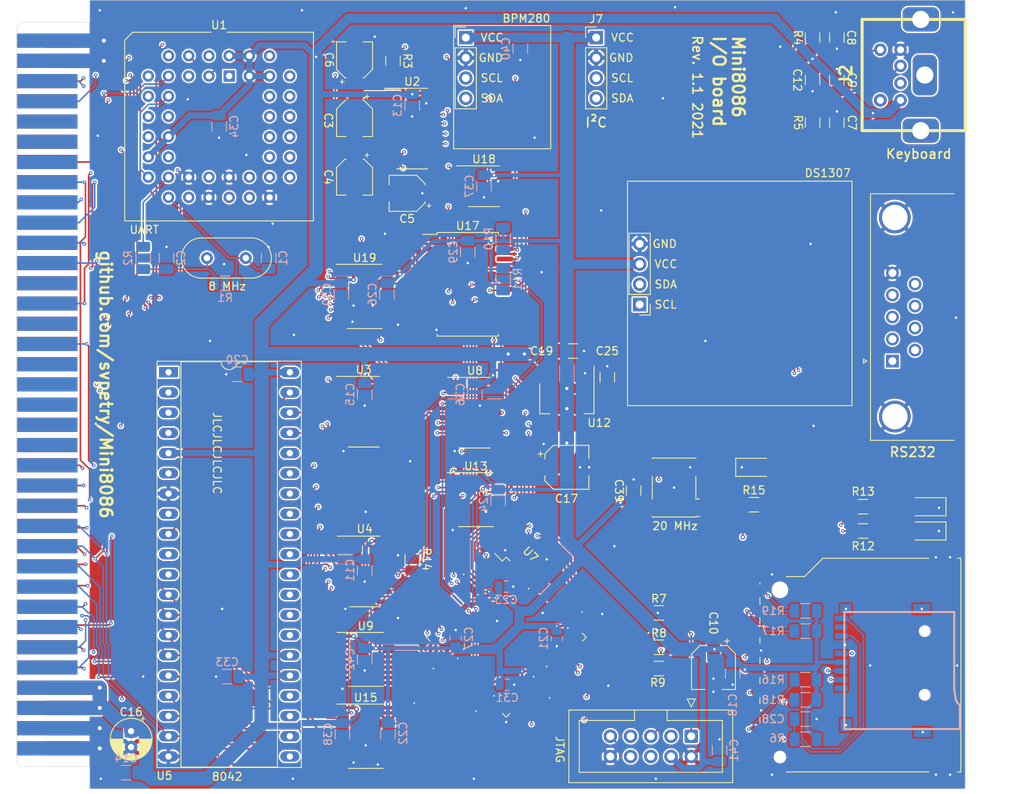
<source format=kicad_pcb>
(kicad_pcb (version 20221018) (generator pcbnew)
  (layers (0 "F.Cu" signal) (1 "In1.Cu" signal) (2 "In2.Cu" signal) (31 "B.Cu" signal) (34 "B.Paste" user) (35 "F.Paste" user) (36 "B.SilkS" user "B.Silkscreen") (37 "F.SilkS" user "F.Silkscreen") (38 "B.Mask" user) (39 "F.Mask" user) (44 "Edge.Cuts" user))
  (net 0 "")
  (net 1 "GND")
  (net 2 "Net-(C2-Pad1)")
  (net 3 "Net-(U2-C1-)")
  (net 4 "Net-(U2-C1+)")
  (net 5 "Net-(U2-C2-)")
  (net 6 "Net-(U2-C2+)")
  (net 7 "Net-(U2-VS-)")
  (net 8 "VCC")
  (net 9 "Net-(U2-VS+)")
  (net 10 "/PS2/KBD_CLK")
  (net 11 "/PS2/KBD_DATA")
  (net 12 "Net-(D1-A)")
  (net 13 "/serial/CTS")
  (net 14 "/serial/RTS")
  (net 15 "Net-(D2-A)")
  (net 16 "Net-(J1-Pad4)")
  (net 17 "/serial/TX")
  (net 18 "/serial/RX")
  (net 19 "Net-(D3-A)")
  (net 23 "~{WR}")
  (net 24 "RESET")
  (net 25 "~{CS_UART}")
  (net 27 "IRQ4")
  (net 28 "A0")
  (net 29 "A1")
  (net 30 "A2")
  (net 31 "~{RD}")
  (net 32 "Net-(U3-Pad1)")
  (net 33 "PCLK")
  (net 34 "D7")
  (net 35 "D6")
  (net 36 "D5")
  (net 38 "D4")
  (net 39 "D3")
  (net 41 "D2")
  (net 42 "Net-(J3-DAT2)")
  (net 43 "D1")
  (net 44 "Net-(J3-DAT1)")
  (net 45 "D0")
  (net 52 "~{CS_8042}")
  (net 54 "~{RESET}")
  (net 58 "A3")
  (net 59 "A4")
  (net 60 "A5")
  (net 61 "A6")
  (net 62 "A7")
  (net 63 "A8")
  (net 64 "A9")
  (net 65 "A10")
  (net 66 "M_~{IO}")
  (net 78 "IRQ6")
  (net 81 "IRQ1")
  (net 90 "VCC3")
  (net 91 "CARD_DET")
  (net 123 "/SD drive/SD_CS")
  (net 124 "/SD drive/~{WR_3}")
  (net 125 "/SD drive/~{RD_3}")
  (net 126 "/SD drive/~{RESET_3}")
  (net 129 "/SD drive/TDI")
  (net 131 "/SD drive/TMS")
  (net 132 "/SD drive/TDO")
  (net 133 "/SD drive/TCK")
  (net 139 "~{INT_I2C}")
  (net 140 "/connector/IRQ7")
  (net 141 "SDA")
  (net 142 "SCL")
  (net 147 "~{CS_I2C}")
  (net 148 "/SD drive/D7_3")
  (net 149 "/SD drive/D6_3")
  (net 150 "/SD drive/D5_3")
  (net 151 "/SD drive/D4_3")
  (net 152 "/SD drive/D3_3")
  (net 153 "/SD drive/D2_3")
  (net 154 "/SD drive/D1_3")
  (net 155 "/SD drive/D0_3")
  (net 157 "/serial/XTAL1")
  (net 158 "/serial/XTAL2")
  (net 170 "/SD drive/LD_GN")
  (net 171 "/SD drive/LD_RD")
  (net 172 "/serial/CTS_5")
  (net 173 "/serial/RTS_5")
  (net 174 "/serial/RCLK")
  (net 175 "/serial/TX_5")
  (net 176 "/serial/RX_5")
  (net 177 "/PS2/KDATA_OUT")
  (net 178 "/PS2/~{PCLK}")
  (net 179 "/PS2/KCLK_OUT")
  (net 180 "/I2C/I2C_D7")
  (net 181 "/I2C/I2C_D6")
  (net 182 "/I2C/I2C_D5")
  (net 183 "/I2C/I2C_D4")
  (net 184 "/I2C/I2C_D3")
  (net 185 "/I2C/I2C_D2")
  (net 186 "/I2C/I2C_D1")
  (net 187 "/I2C/I2C_D0")
  (net 188 "CPLD_CLK")
  (net 191 "~{D_EN}")
  (net 197 "/SD drive/MOSI")
  (net 198 "/SD drive/SCLK")
  (net 199 "/SD drive/MISO")
  (net 200 "~{SD_IRQ}")
  (net 207 "CS_I2C")
  (net 208 "CS_8042")
  (net 209 "CS_UART")
  (net 210 "D_EN")
  (net 212 "AL10")
  (net 213 "AL9")
  (net 214 "AL8")
  (net 215 "AL7")
  (net 216 "AL6")
  (net 217 "AL5")
  (net 218 "AL4")
  (net 219 "AL3")
  (net 220 "/SD drive/AL1")
  (net 221 "/SD drive/AL0")
  (net 223 "/SD drive/M_~{IO}_3")
  (net 234 "/SD drive/LD_BL")
  (footprint "Capacitor_THT:CP_Radial_D5.0mm_P2.00mm" (layer "F.Cu") (at 45.847 145.161 -90)
    (fp_text reference "C16")
    (fp_text value "47µ")
  )
  (footprint "Resistor_SMD:R_1206_3216Metric" (layer "F.Cu") (at 78.74 60.96 -90)
    (fp_text reference "R3")
    (fp_text value "3K3")
  )
  (footprint "Package_SO:SOIC-16_3.9x9.9mm_P1.27mm" (layer "F.Cu") (at 81.153 69.469)
    (fp_text reference "U2")
    (fp_text value "MAX232")
  )
  (footprint "Capacitor_SMD:CP_Elec_4x3.9" (layer "F.Cu") (at 73.914 75.565 -90)
    (fp_text reference "C4")
    (fp_text value "10µ")
  )
  (footprint "Capacitor_SMD:CP_Elec_4x3.9" (layer "F.Cu") (at 80.518 77.597 180)
    (fp_text reference "C5")
    (fp_text value "10µ")
  )
  (footprint "Capacitor_SMD:CP_Elec_4x3.9" (layer "F.Cu") (at 73.914 60.833 90)
    (fp_text reference "C6")
    (fp_text value "10µ")
  )
  (footprint "Capacitor_SMD:C_1206_3216Metric" (layer "F.Cu") (at 101.346 97.409)
    (fp_text reference "C19")
    (fp_text value "100n")
  )
  (footprint "Package_SO:TSSOP-24_4.4x7.8mm_P0.65mm" (layer "F.Cu") (at 75.184 90.551)
    (fp_text reference "U19")
    (fp_text value "SN74AVC8T245PW")
  )
  (footprint "Package_TO_SOT_SMD:SOT-223-3_TabPin2" (layer "F.Cu") (at 100.584 103.378 -90)
    (fp_text reference "U12")
    (fp_text value "AMS1117-3.3")
  )
  (footprint "Capacitor_SMD:C_1206_3216Metric" (layer "F.Cu") (at 105.664 100.711 90)
    (fp_text reference "C25")
    (fp_text value "100n")
  )
  (footprint "Package_DIP:DIP-40_W15.24mm_Socket_LongPads" (layer "F.Cu") (at 50.546 100.076)
    (fp_text reference "U5")
    (fp_text value "8042")
  )
  (footprint "Package_SO:SOIC-14_3.9x8.7mm_P1.27mm" (layer "F.Cu") (at 75.184 125.095)
    (fp_text reference "U4")
    (fp_text value "74HCT04")
  )
  (footprint "Capacitor_SMD:CP_Elec_5x5.4" (layer "F.Cu") (at 100.584 112.014)
    (fp_text reference "C17")
    (fp_text value "100µ")
  )
  (footprint "Crystal:Crystal_HC49-U_Vertical" (layer "F.Cu") (at 55.372 85.725)
    (fp_text reference "Y1" hide)
    (fp_text value "8 MHz")
  )
  (footprint "Package_SO:SOIC-20W_7.5x12.8mm_P1.27mm" (layer "F.Cu") (at 88.138 89.027)
    (fp_text reference "U17")
    (fp_text value "PCA9564D")
  )
  (footprint "Package_SO:TSSOP-24_4.4x7.8mm_P0.65mm" (layer "F.Cu") (at 75.311 145.796)
    (fp_text reference "U15")
    (fp_text value "SN74LVC8T245PWR")
  )
  (footprint "Package_SO:SOIC-8_3.9x4.9mm_P1.27mm" (layer "F.Cu") (at 90.17 76.708)
    (fp_text reference "U18")
    (fp_text value "24C04")
  )
  (footprint "LED_SMD:LED_1206_3216Metric" (layer "F.Cu") (at 145.92 116.967 180)
    (fp_text reference "D2" hide)
    (fp_text value "red")
  )
  (footprint "LED_SMD:LED_1206_3216Metric" (layer "F.Cu") (at 145.92 120.015 180)
    (fp_text reference "D1" hide)
    (fp_text value "green")
  )
  (footprint "Package_SO:SOIC-14_3.9x8.7mm_P1.27mm" (layer "F.Cu") (at 75.057 105.029)
    (fp_text reference "U3")
    (fp_text value "74HC07")
  )
  (footprint "Capacitor_SMD:CP_Elec_4x3.9" (layer "F.Cu") (at 73.914 68.199 -90)
    (fp_text reference "C3")
    (fp_text value "10µ")
  )
  (footprint "Package_LCC:PLCC-44_THT-Socket" (layer "F.Cu") (at 58.166 62.865)
    (fp_text reference "U1")
    (fp_text value "ST16C550CJ44")
  )
  (footprint "Resistor_SMD:R_1206_3216Metric" (layer "F.Cu") (at 81.153 123.571 -90)
    (fp_text reference "R14")
    (fp_text value "1K")
  )
  (footprint "Resistor_SMD:R_1206_3216Metric" (layer "F.Cu") (at 137.795 120.015)
    (fp_text reference "R12")
    (fp_text value "120")
  )
  (footprint "Resistor_SMD:R_1206_3216Metric" (layer "F.Cu") (at 137.795 116.967)
    (fp_text reference "R13")
    (fp_text value "120")
  )
  (footprint "Resistor_SMD:R_1206_3216Metric" (layer "F.Cu") (at 112.141 130.302 180)
    (fp_text reference "R7")
    (fp_text value "2K2")
  )
  (footprint "Resistor_SMD:R_1206_3216Metric" (layer "F.Cu") (at 112.144 134.62 180)
    (fp_text reference "R8")
    (fp_text value "10K")
  )
  (footprint "Resistor_SMD:R_1206_3216Metric" (layer "F.Cu") (at 112.141 137.287 180)
    (fp_text reference "R9")
    (fp_text value "10K")
  )
  (footprint "Connector_IDC:IDC-Header_2x05_P2.54mm_Vertical" (layer "F.Cu") (at 116.205 145.796 -90)
    (fp_text reference "J4" hide)
    (fp_text value "JTAG")
  )
  (footprint "Mini8086:BUS_72" (layer "F.Cu") (at 35.306 147.32 -90)
    (fp_text reference "X1" hide)
    (fp_text value "Edge72")
  )
  (footprint "Package_SO:SOIC-14_3.9x8.7mm_P1.27mm" (layer "F.Cu") (at 89.027 105.156)
    (fp_text reference "U8")
    (fp_text value "74HCT04")
  )
  (footprint "Package_SO:TSSOP-20_4.4x6.5mm_P0.65mm" (layer "F.Cu") (at 75.311 136.144)
    (fp_text reference "U9")
    (fp_text value "SN74LVC245A")
  )
  (footprint "Connector_PinHeader_2.54mm:PinHeader_1x04_P2.54mm_Vertical" (layer "F.Cu") (at 87.884 58.039)
    (fp_text reference "J6" hide)
    (fp_text value "BME280")
  )
  (footprint "Connector_PinHeader_2.54mm:PinHeader_1x04_P2.54mm_Vertical" (layer "F.Cu") (at 104.267 58.039)
    (fp_text reference "J7")
    (fp_text value "I²C")
  )
  (footprint "Capacitor_SMD:CP_Elec_5x5.4" (layer "F.Cu") (at 118.999 137.16 -90)
    (fp_text reference "C10")
    (fp_text value "47µ")
  )
  (footprint "Package_QFP:LQFP-100_14x14mm_P0.5mm" (layer "F.Cu") (at 92.964 133.35 -45)
    (fp_text reference "U7")
    (fp_text value "EPM240T100")
  )
  (footprint "Package_SO:TSSOP-20_4.4x6.5mm_P0.65mm" (layer "F.Cu") (at 89.154 116.078)
    (fp_text reference "U13")
    (fp_text value "SN74LVC245A")
  )
  (footprint "Capacitor_SMD:C_1206_3216Metric" (layer "F.Cu") (at 108.966 114.935 90)
    (fp_text reference "C39")
    (fp_text value "100n")
  )
  (footprint "Connector_Card:SD_TE_2041021" (layer "F.Cu") (at 136.525 136.906 90)
    (fp_text reference "J3" hide)
    (fp_text value "SD_Card")
  )
  (footprint "LED_SMD:LED_1206_3216Metric" (layer "F.Cu") (at 124.079 112.014)
    (fp_text reference "D3" hide)
    (fp_text value "blue")
  )
  (footprint "Resistor_SMD:R_1206_3216Metric" (layer "F.Cu") (at 124.079 116.713)
    (fp_text reference "R15")
    (fp_text value "120")
  )
  (footprint "Oscillator:Oscillator_SMD_Abracon_ASV-4Pin_7.0x5.1mm" (layer "F.Cu") (at 114.046 114.554 90)
    (fp_text reference "X2" hide)
    (fp_text value "20 MHz")
  )
  (footprint "Mini8086:Mini_din6" (layer "F.Cu") (at 143.764 62.738 90)
    (fp_text reference "J2")
    (fp_text value "Keyboard")
  )
  (footprint "Resistor_SMD:R_1206_3216Metric" (layer "F.Cu") (at 131.445 58.039 90)
    (fp_text reference "R4")
    (fp_text value "6K8")
  )
  (footprint "Capacitor_SMD:C_1206_3216Metric" (layer "F.Cu") (at 134.493 68.707 90)
    (fp_text reference "C7")
    (fp_text value "47p")
  )
  (footprint "Capacitor_SMD:C_1206_3216Metric" (layer "F.Cu") (at 134.493 63.373 90)
    (fp_text reference "C9")
    (fp_text value "47p")
  )
  (footprint "Resistor_SMD:R_1206_3216Metric" (layer "F.Cu") (at 131.445 68.707 90)
    (fp_text reference "R5")
    (fp_text value "6K8")
  )
  (footprint "Capacitor_SMD:C_1206_3216Metric" (layer "F.Cu") (at 134.493 58.039 -90)
    (fp_text reference "C8")
    (fp_text value "47p")
  )
  (footprint "Capacitor_SMD:C_1206_3216Metric" (layer "F.Cu") (at 131.445 63.373 -90)
    (fp_text reference "C12")
    (fp_text value "100n")
  )
  (footprint "Connector_Dsub:DSUB-9_Male_Horizontal_P2.77x2.84mm_EdgePinOffset4.94mm_Housed_MountingHolesOffset7.48mm" (layer "F.Cu") (at 141.478 98.679 90)
    (fp_text reference "J1" hide)
    (fp_text value "RS232")
  )
  (footprint "Connector_PinHeader_2.54mm:PinHeader_1x04_P2.54mm_Vertical" (layer "F.Cu") (at 109.728 91.567 180)
    (fp_text reference "J5" hide)
    (fp_text value "DS1307")
  )
  (footprint "Resistor_SMD:R_1206_3216Metric" (layer "B.Cu") (at 47.371 85.725 90)
    (fp_text reference "R2")
    (fp_text value "47")
  )
  (footprint "Capacitor_SMD:C_1206_3216Metric" (layer "B.Cu") (at 81.153 66.548 -90)
    (fp_text reference "C13")
    (fp_text value "100n")
  )
  (footprint "Capacitor_SMD:C_1206_3216Metric" (layer "B.Cu") (at 77.978 90.297 -90)
    (fp_text reference "C26")
    (fp_text value "100n")
  )
  (footprint "Capacitor_SMD:C_1206_3216Metric" (layer "B.Cu") (at 78.105 145.542 -90)
    (fp_text reference "C22")
    (fp_text value "100n")
  )
  (footprint "Capacitor_SMD:C_1206_3216Metric" (layer "B.Cu") (at 88.138 84.963 -90)
    (fp_text reference "C29")
    (fp_text value "100n")
  )
  (footprint "Capacitor_SMD:C_1206_3216Metric" (layer "B.Cu") (at 75.184 102.87 -90)
    (fp_text reference "C15")
    (fp_text value "100n")
  )
  (footprint "Capacitor_SMD:C_1206_3216Metric" (layer "B.Cu") (at 75.184 124.965 -90)
    (fp_text reference "C11")
    (fp_text value "100n")
  )
  (footprint "Resistor_SMD:R_1206_3216Metric" (layer "B.Cu") (at 57.658 88.9)
    (fp_text reference "R1")
    (fp_text value "1M")
  )
  (footprint "Capacitor_SMD:C_1206_3216Metric" (layer "B.Cu") (at 63.119 85.725 90)
    (fp_text reference "C1")
    (fp_text value "27p")
  )
  (footprint "Capacitor_SMD:C_1206_3216Metric" (layer "B.Cu") (at 50.292 85.725 90)
    (fp_text reference "C2")
    (fp_text value "27p")
  )
  (footprint "Resistor_SMD:R_1206_3216Metric" (layer "B.Cu") (at 92.583 88.392 90)
    (fp_text reference "R11")
    (fp_text value "1K8")
  )
  (footprint "Resistor_SMD:R_1206_3216Metric" (layer "B.Cu") (at 92.583 83.315 -90)
    (fp_text reference "R10")
    (fp_text value "1K8")
  )
  (footprint "Capacitor_SMD:C_1206_3216Metric" (layer "B.Cu") (at 89.027 102.873 -90)
    (fp_text reference "C36")
    (fp_text value "100n")
  )
  (footprint "Capacitor_SMD:C_1206_3216Metric" (layer "B.Cu") (at 57.912 138.303 180)
    (fp_text reference "C33")
    (fp_text value "100n")
  )
  (footprint "Capacitor_SMD:C_1206_3216Metric" (layer "B.Cu") (at 56.896 69.215 -90)
    (fp_text reference "C34")
    (fp_text value "100n")
  )
  (footprint "Capacitor_SMD:C_1206_3216Metric" (layer "B.Cu") (at 90.17 76.708 -90)
    (fp_text reference "C37")
    (fp_text value "100n")
  )
  (footprint "Capacitor_SMD:C_1206_3216Metric" (layer "B.Cu") (at 59.182 100.33 180)
    (fp_text reference "C20")
    (fp_text value "100n")
  )
  (footprint "Capacitor_SMD:C_1206_3216Metric" (layer "B.Cu") (at 72.39 145.542 -90)
    (fp_text reference "C38")
    (fp_text value "100n")
  )
  (footprint "Capacitor_SMD:C_1206_3216Metric" (layer "B.Cu") (at 121.412 137.922 -90)
    (fp_text reference "C18")
    (fp_text value "100n")
  )
  (footprint "Capacitor_SMD:C_1206_3216Metric" (layer "B.Cu") (at 130.556 143.637)
    (fp_text reference "C28")
    (fp_text value "10n")
  )
  (footprint "Capacitor_SMD:C_1206_3216Metric" (layer "B.Cu") (at 119.761 147.574 90)
    (fp_text reference "C41")
    (fp_text value "100n")
  )
  (footprint "Resistor_SMD:R_1206_3216Metric" (layer "B.Cu") (at 130.556 138.684 180)
    (fp_text reference "R16")
    (fp_text value "4K7")
  )
  (footprint "Resistor_SMD:R_1206_3216Metric" (layer "B.Cu") (at 130.556 132.588 180)
    (fp_text reference "R17")
    (fp_text value "4K7")
  )
  (footprint "Resistor_SMD:R_1206_3216Metric" (layer "B.Cu") (at 130.556 141.224 180)
    (fp_text reference "R18")
    (fp_text value "4K7")
  )
  (footprint "Resistor_SMD:R_1206_3216Metric" (layer "B.Cu") (at 130.556 146.177 180)
    (fp_text reference "R6")
    (fp_text value "4K7")
  )
  (footprint "Capacitor_SMD:C_1206_3216Metric" (layer "B.Cu") (at 94.742 59.436 -90)
    (fp_text reference "C40")
    (fp_text value "100n")
  )
  (footprint "Capacitor_SMD:C_0805_2012Metric" (layer "B.Cu") (at 92.964 127)
    (fp_text reference "C23")
    (fp_text value "100n")
  )
  (footprint "Capacitor_SMD:C_1206_3216Metric" (layer "B.Cu") (at 91.948 116.208 -90)
    (fp_text reference "C24")
    (fp_text value "100n")
  )
  (footprint "Capacitor_SMD:C_0805_2012Metric" (layer "B.Cu") (at 99.314 133.5255 -90)
    (fp_text reference "C21")
    (fp_text value "100n")
  )
  (footprint "Capacitor_SMD:C_0805_2012Metric" (layer "B.Cu") (at 86.614 133.48 90)
    (fp_text reference "C27")
    (fp_text value "100n")
  )
  (footprint "Capacitor_SMD:C_1206_3216Metric" (layer "B.Cu") (at 45.212 150.368 180)
    (fp_text reference "C14")
    (fp_text value "100n")
  )
  (footprint "Capacitor_SMD:C_1206_3216Metric" (layer "B.Cu") (at 75.184 136.144 -90)
    (fp_text reference "C42")
    (fp_text value "100n")
  )
  (footprint "Resistor_SMD:R_1206_3216Metric" (layer "B.Cu") (at 130.556 130.048 180)
    (fp_text reference "R19")
    (fp_text value "4K7")
  )
  (footprint "Capacitor_SMD:C_1206_3216Metric" (layer "B.Cu") (at 72.263 90.297 -90)
    (fp_text reference "C30")
    (fp_text value "100n")
  )
  (footprint "Capacitor_SMD:C_0805_2012Metric" (layer "B.Cu") (at 93.091 139.319)
    (fp_text reference "C31")
    (fp_text value "100n")
  )
  (footprint "Mini8086:GCT-MEM2055-00-190-01-A" (layer "B.Cu") (at 134.239 137.541 90)
    (fp_text reference "U6" hide)
    (fp_text value "MicroSD_SPI_CD")
  )
  (gr_line (start 98.552 72.009) (end 98.552 56.515) (stroke (width 0.12)) (layer "F.SilkS"))
  (gr_line (start 98.552 56.515) (end 86.36 56.515) (stroke (width 0.12)) (layer "F.SilkS"))
  (gr_line (start 86.36 56.515) (end 86.36 72.009) (stroke (width 0.12)) (layer "F.SilkS"))
  (gr_line (start 86.36 72.009) (end 98.552 72.009) (stroke (width 0.12)) (layer "F.SilkS"))
  (gr_line (start 136.398 76.073) (end 136.398 104.267) (stroke (width 0.12)) (layer "F.SilkS"))
  (gr_line (start 136.398 104.267) (end 108.204 104.267) (stroke (width 0.12)) (layer "F.SilkS"))
  (gr_line (start 108.204 76.073) (end 136.398 76.073) (stroke (width 0.12)) (layer "F.SilkS"))
  (gr_line (start 108.204 104.267) (end 108.204 76.073) (stroke (width 0.12)) (layer "F.SilkS"))
  (gr_line (start 40.64 152.4) (end 40.64 149.606) (stroke (width 0.05)) (layer "Edge.Cuts"))
  (gr_line (start 40.64 149.606) (end 32.004 149.606) (stroke (width 0.05)) (layer "Edge.Cuts"))
  (gr_line (start 31.496 149.098) (end 31.496 56.642) (stroke (width 0.05)) (layer "Edge.Cuts"))
  (gr_line (start 32.004 56.134) (end 40.64 56.134) (stroke (width 0.05)) (layer "Edge.Cuts"))
  (gr_line (start 150.622 53.34) (end 40.64 53.34) (stroke (width 0.05)) (layer "Edge.Cuts"))
  (gr_line (start 40.64 152.4) (end 150.622 152.4) (stroke (width 0.05)) (layer "Edge.Cuts"))
  (gr_line (start 31.496 56.642) (end 32.004 56.134) (stroke (width 0.05)) (layer "Edge.Cuts"))
  (gr_line (start 40.64 56.134) (end 40.64 53.34) (stroke (width 0.05)) (layer "Edge.Cuts"))
  (gr_line (start 150.622 53.34) (end 150.622 152.4) (stroke (width 0.05)) (layer "Edge.Cuts"))
  (gr_line (start 31.496 149.098) (end 32.004 149.606) (stroke (width 0.05)) (layer "Edge.Cuts"))
  (gr_text "SDA" (at 106.045 65.659) (layer "F.SilkS") (effects (font (size 1 1)) (justify left)))
  (gr_text "GND" (at 105.791 60.579) (layer "F.SilkS") (effects (font (size 1 1)) (justify left)))
  (gr_text "VCC" (at 106.045 58.039) (layer "F.SilkS") (effects (font (size 1 1)) (justify left)))
  (gr_text "SCL" (at 106.045 63.119) (layer "F.SilkS") (effects (font (size 1 1)) (justify left)))
  (gr_text "JTAG" (at 99.695 147.447 270) (layer "F.SilkS") (effects (font (size 1 1))))
  (gr_text "Mini8086\nI/O board" (at 120.904 57.658 270) (layer "F.SilkS") (effects (font (size 1.5 1.5) (thickness 0.3)) (justify left)))
  (gr_text "I²C" (at 104.267 68.707) (layer "F.SilkS") (effects (font (size 1.2 1.2) (thickness 0.2))))
  (gr_text "BPM280" (at 95.504 55.626) (layer "F.SilkS") (effects (font (size 1 1))))
  (gr_text "VCC" (at 89.662 58.039) (layer "F.SilkS") (effects (font (size 1 1)) (justify left)))
  (gr_text "SDA" (at 89.662 65.659) (layer "F.SilkS") (effects (font (size 1 1)) (justify left)))
  (gr_text "GND" (at 89.408 60.579) (layer "F.SilkS") (effects (font (size 1 1)) (justify left)))
  (gr_text "SCL" (at 89.662 63.119) (layer "F.SilkS") (effects (font (size 1 1)) (justify left)))
  (gr_text "GND" (at 111.252 83.947) (layer "F.SilkS") (effects (font (size 1 1)) (justify left)))
  (gr_text "SCL" (at 111.506 91.567) (layer "F.SilkS") (effects (font (size 1 1)) (justify left)))
  (gr_text "RS232" (at 144.018 110.109) (layer "F.SilkS") (effects (font (size 1.2 1.2) (thickness 0.2))))
  (gr_text "DS1307" (at 133.35 75.057) (layer "F.SilkS") (effects (font (size 1 1))))
  (gr_text "VCC" (at 111.506 86.487) (layer "F.SilkS") (effects (font (size 1 1)) (justify left)))
  (gr_text "SDA" (at 111.506 89.027) (layer "F.SilkS") (effects (font (size 1 1)) (justify left)))
  (gr_text "8 MHz" (at 57.912 89.281) (layer "F.SilkS") (effects (font (size 1 1))))
  (gr_text "UART" (at 47.498 82.169) (layer "F.SilkS") (effects (font (size 1 1))))
  (gr_text "20 MHz" (at 114.173 119.38) (layer "F.SilkS") (effects (font (size 1 1))))
  (gr_text "JLCJLCJLCJLC" (at 56.642 110.236 270) (layer "F.SilkS") (effects (font (size 1 1))))
  (gr_text "Rev. 1.1 2021" (at 116.967 64.262 270) (layer "F.SilkS") (effects (font (size 1.2 1.2) (thickness 0.2))))
  (gr_text "8042" (at 57.912 150.876) (layer "F.SilkS") (effects (font (size 1 1))))
  (gr_text "github.com/svpetry/Mini8086" (at 42.672 101.6 270) (layer "F.SilkS") (effects (font (size 1.5 1.5) (thickness 0.3))))
  (via (at 135.636 129.794) (size 0.6) (drill 0.3) (layers "F.Cu" "B.Cu") (net 0))
  (via (at 145.288 145.288) (size 0.6) (drill 0.3) (layers "F.Cu" "B.Cu") (net 0))
  (via (at 135.636 144.399) (size 0.6) (drill 0.3) (layers "F.Cu" "B.Cu") (net 0))
  (via (at 145.161 129.794) (size 0.6) (drill 0.3) (layers "F.Cu" "B.Cu") (net 0))
  (segment (start 35.306 60.96) (end 42.418 60.96) (width 1.8) (layer "F.Cu") (net 1))
  (segment (start 35.306 144.78) (end 41.91 144.78) (width 1.8) (layer "F.Cu") (net 1))
  (segment (start 35.306 147.32) (end 41.91 147.32) (width 1.8) (layer "F.Cu") (net 1))
  (segment (start 35.306 58.42) (end 42.418 58.42) (width 1.8) (layer "F.Cu") (net 1))
  (via (at 134.493 59.436) (size 0.6) (drill 0.3) (layers "F.Cu" "B.Cu") (net 1))
  (via (at 131.445 64.77) (size 0.6) (drill 0.3) (layers "F.Cu" "B.Cu") (net 1))
  (via (at 134.493 67.31) (size 0.6) (drill 0.3) (layers "F.Cu" "B.Cu") (net 1))
  (via (at 134.493 61.976) (size 0.6) (drill 0.3) (layers "F.Cu" "B.Cu") (net 1))
  (via (at 134.366 54.864) (size 0.6) (drill 0.3) (layers "F.Cu" "B.Cu") (net 1))
  (via (at 105.791 139.446) (size 0.6) (drill 0.3) (layers "F.Cu" "B.Cu") (net 1))
  (via (at 47.371 138.303) (size 0.6) (drill 0.3) (layers "F.Cu" "B.Cu") (net 1))
  (via (at 66.294 95.377) (size 0.6) (drill 0.3) (layers "F.Cu" "B.Cu") (net 1))
  (via (at 72.771 129.794) (size 0.6) (drill 0.3) (layers "F.Cu" "B.Cu") (net 1))
  (via (at 92.964 144.018) (size 0.6) (drill 0.3) (layers "F.Cu" "B.Cu") (net 1))
  (via (at 131.953 143.637) (size 0.6) (drill 0.3) (layers "F.Cu" "B.Cu") (net 1))
  (via (at 41.91 144.78) (size 1) (drill 0.5) (layers "F.Cu" "B.Cu") (net 1))
  (via (at 124.968 142.5448) (size 0.6) (drill 0.3) (layers "F.Cu" "B.Cu") (net 1))
  (via (at 67.31 54.61) (size 0.6) (drill 0.3) (layers "F.Cu" "B.Cu") (net 1))
  (via (at 42.037 151.13) (size 0.6) (drill 0.3) (layers "F.Cu" "B.Cu") (net 1))
  (via (at 118.999 138.557) (size 0.6) (drill 0.3) (layers "F.Cu" "B.Cu") (net 1))
  (via (at 55.753 96.139) (size 0.6) (drill 0.3) (layers "F.Cu" "B.Cu") (net 1))
  (via (at 76.2 91.694) (size 0.6) (drill 0.3) (layers "F.Cu" "B.Cu") (net 1))
  (via (at 91.948 76.073) (size 0.6) (drill 0.3) (layers "F.Cu" "B.Cu") (net 1))
  (via (at 41.91 147.32) (size 1) (drill 0.5) (layers "F.Cu" "B.Cu") (net 1))
  (via (at 124.968 135.0264) (size 0.6) (drill 0.3) (layers "F.Cu" "B.Cu") (net 1))
  (via (at 105.029 130.429) (size 0.6) (drill 0.3) (layers "F.Cu" "B.Cu") (net 1))
  (via (at 98.425 140.97) (size 0.45) (drill 0.2) (layers "F.Cu" "B.Cu") (net 1))
  (via (at 112.014 130.302) (size 0.6) (drill 0.3) (layers "F.Cu" "B.Cu") (net 1))
  (via (at 80.899 111.252) (size 0.6) (drill 0.3) (layers "F.Cu" "B.Cu") (net 1))
  (via (at 112.649 65.659) (size 0.6) (drill 0.3) (layers "F.Cu" "B.Cu") (net 1))
  (via (at 83.82 137.287) (size 0.45) (drill 0.2) (layers "F.Cu" "B.Cu") (net 1))
  (via (at 98.044 137.033) (size 0.45) (drill 0.2) (layers "F.Cu" "B.Cu") (net 1))
  (via (at 89.408 128.016) (size 0.45) (drill 0.2) (layers "F.Cu" "B.Cu") (net 1))
  (via (at 131.191 83.947) (size 0.6) (drill 0.3) (layers "F.Cu" "B.Cu") (net 1))
  (via (at 88.138 86.36) (size 0.6) (drill 0.3) (layers "F.Cu" "B.Cu") (net 1))
  (via (at 75.311 146.939) (size 0.6) (drill 0.3) (layers "F.Cu" "B.Cu") (net 1))
  (via (at 90.424 117.602) (size 0.6) (drill 0.3) (layers "F.Cu" "B.Cu") (net 1))
  (via (at 66.167 151.13) (size 0.6) (drill 0.3) (layers "F.Cu" "B.Cu") (net 1))
  (via (at 56.896 70.612) (size 0.6) (drill 0.3) (layers "F.Cu" "B.Cu") (net 1))
  (via (at 86.868 136.017) (size 0.45) (drill 0.2) (layers "F.Cu" "B.Cu") (net 1))
  (via (at 119.761 146.177) (size 0.6) (drill 0.3) (layers "F.Cu" "B.Cu") (net 1))
  (via (at 104.902 79.756) (size 0.6) (drill 0.3) (layers "F.Cu" "B.Cu") (net 1))
  (via (at 97.663 109.093) (size 0.6) (drill 0.3) (layers "F.Cu" "B.Cu") (net 1))
  (via (at 88.9 151.13) (size 0.6) (drill 0.3) (layers "F.Cu" "B.Cu") (net 1))
  (via (at 79.375 130.937) (size 0.6) (drill 0.3) (layers "F.Cu" "B.Cu") (net 1))
  (via (at 108.966 113.538) (size 0.6) (drill 0.3) (layers "F.Cu" "B.Cu") (net 1))
  (via (at 126.365 125.476) (size 0.6) (drill 0.3) (layers "F.Cu" "B.Cu") (net 1))
  (via (at 149.098 54.864) (size 0.6) (drill 0.3) (layers "F.Cu" "B.Cu") (net 1))
  (via (at 149.606 136.906) (size 0.6) (drill 0.3) (layers "F.Cu" "B.Cu") (net 1))
  (via (at 57.277 129.794) (size 0.6) (drill 0.3) (layers "F.Cu" "B.Cu") (net 1))
  (via (at 149.479 93.218) (size 0.6) (drill 0.3) (layers "F.Cu" "B.Cu") (net 1))
  (via (at 96.393 138.303) (size 0.45) (drill 0.2) (layers "F.Cu" "B.Cu") (net 1))
  (via (at 87.63 125.476) (size 0.45) (drill 0.2) (layers "F.Cu" "B.Cu") (net 1))
  (via (at 86.614 132.461) (size 0.6) (drill 0.3) (layers "F.Cu" "B.Cu") (net 1))
  (via (at 96.52 70.612) (size 0.6) (drill 0.3) (layers "F.Cu" "B.Cu") (net 1))
  (via (at 147.32 120.015) (size 0.6) (drill 0.3) (layers "F.Cu" "B.Cu") (net 1))
  (via (at 89.662 104.267) (size 0.6) (drill 0.3) (layers "F.Cu" "B.Cu") (net 1))
  (via (at 73.787 91.694) (size 0.6) (drill 0.3) (layers "F.Cu" "B.Cu") (net 1))
  (via (at 98.044 123.571) (size 0.6) (drill 0.3) (layers "F.Cu" "B.Cu") (net 1))
  (via (at 75.184 104.267) (size 0.6) (drill 0.3) (layers "F.Cu" "B.Cu") (net 1))
  (via (at 102.87 100.203) (size 0.6) (drill 0.3) (layers "F.Cu" "B.Cu") (net 1))
  (via (at 103.378 112.014) (size 0.6) (drill 0.3) (layers "F.Cu" "B.Cu") (net 1))
  (via (at 121.412 139.319) (size 0.6) (drill 0.3) (layers "F.Cu" "B.Cu") (net 1))
  (via (at 42.418 60.96) (size 1) (drill 0.5) (layers "F.Cu" "B.Cu") (net 1))
  (via (at 76.454 57.912) (size 0.6) (drill 0.3) (layers "F.Cu" "B.Cu") (net 1))
  (via (at 90.17 78.105) (size 0.6) (drill 0.3) (layers "F.Cu" "B.Cu") (net 1))
  (via (at 102.743 97.409) (size 0.6) (drill 0.3) (layers "F.Cu" "B.Cu") (net 1))
  (via (at 100.711 132.207) (size 0.45) (drill 0.2) (layers "F.Cu" "B.Cu") (net 1))
  (via (at 82.423 77.597) (size 0.6) (drill 0.3) (layers "F.Cu" "B.Cu") (net 1))
  (via (at 92.837 122.428) (size 0.6) (drill 0.3) (layers "F.Cu" "B.Cu") (net 1))
  (via (at 73.66 93.726) (size 0.6) (drill 0.3) (layers "F.Cu" "B.Cu") (net 1))
  (via (at 105.664 99.314) (size 0.6) (drill 0.3) (layers "F.Cu" "B.Cu") (net 1))
  (via (at 60.325 72.771) (size 0.6) (drill 0.3) (layers "F.Cu" "B.Cu") (net 1))
  (via (at 93.98 139.319) (size 0.6) (drill 0.3) (layers "F.Cu" "B.Cu") (net 1))
  (via (at 127.381 59.182) (size 0.6) (drill 0.3) (layers "F.Cu" "B.Cu") (net 1))
  (via (at 114.046 114.554) (size 0.6) (drill 0.3) (layers "F.Cu" "B.Cu") (net 1))
  (via (at 42.418 58.42) (size 1) (drill 0.5) (layers "F.Cu" "B.Cu") (net 1))
  (via (at 82.931 66.294) (size 0.6) (drill 0.3) (layers "F.Cu" "B.Cu") (net 1))
  (via (at 131.572 106.807) (size 0.6) (drill 0.3) (layers "F.Cu" "B.Cu") (net 1))
  (via (at 97.409 87.503) (size 0.6) (drill 0.3) (layers "F.Cu" "B.Cu") (net 1))
  (via (at 76.835 149.352) (size 0.6) (drill 0.3) (layers "F.Cu" "B.Cu") (net 1))
  (via (at 79.375 123.063) (size 0.6) (drill 0.3) (layers "F.Cu" "B.Cu") (net 1))
  (via (at 106.553 121.92) (size 0.6) (drill 0.3) (layers "F.Cu" "B.Cu") (net 1))
  (via (at 72.517 109.982) (size 0.6) (drill 0.3) (layers "F.Cu" "B.Cu") (net 1))
  (via (at 63.627 81.407) (size 0.6) (drill 0.3) (layers "F.Cu" "B.Cu") (net 1))
  (via (at 135.509 134.3025) (size 0.6) (drill 0.3) (layers "F.Cu" "B.Cu") (net 1))
  (via (at 91.821 131.318) (size 0.6) (drill 0.3) (layers "F.Cu" "B.Cu") (net 1))
  (via (at 84.201 94.742) (size 0.6) (drill 0.3) (layers "F.Cu" "B.Cu") (net 1))
  (via (at 146.939 150.622) (size 0.6) (drill 0.3) (layers "F.Cu" "B.Cu") (net 1))
  (via (at 93.853 127) (size 0.6) (drill 0.3) (layers "F.Cu" "B.Cu") (net 1))
  (via (at 79.375 94.107) (size 0.6) (drill 0.3) (layers "F.Cu" "B.Cu") (net 1))
  (via (at 63.119 84.328) (size 0.6) (drill 0.3) (layers "F.Cu" "B.Cu") (net 1))
  (via (at 41.402 106.553) (size 0.6) (drill 0.3) (layers "F.Cu" "B.Cu") (net 1))
  (via (at 102.489 130.175) (size 0.45) (drill 0.2) (layers "F.Cu" "B.Cu") (net 1))
  (via (at 122.555 112.014) (size 0.6) (drill 0.3) (layers "F.Cu" "B.Cu") (net 1))
  (via (at 75.184 137.541) (size 0.6) (drill 0.3) (layers "F.Cu" "B.Cu") (net 1))
  (via (at 56.515 138.303) (size 0.6) (drill 0.3) (layers "F.Cu" "B.Cu") (net 1))
  (via (at 75.311 117.602) (size 0.6) (drill 0.3) (layers "F.Cu" "B.Cu") (net 1))
  (via (at 126.365 150.622) (size 0.6) (drill 0.3) (layers "F.Cu" "B.Cu") (net 1))
  (via (at 146.939 123.317) (size 0.6) (drill 0.3) (layers "F.Cu" "B.Cu") (net 1))
  (via (at 41.91 54.61) (size 0.6) (drill 0.3) (layers "F.Cu" "B.Cu") (net 1))
  (via (at 89.154 142.621) (size 0.45) (drill 0.2) (layers "F.Cu" "B.Cu") (net 1))
  (via (at 87.884 54.356) (size 0.6) (drill 0.3) (layers "F.Cu" "B.Cu") (net 1))
  (via (at 57.531 86.487) (size 0.6) (drill 0.3) (layers "F.Cu" "B.Cu") (net 1))
  (via (at 116.078 112.014) (size 0.6) (drill 0.3) (layers "F.Cu" "B.Cu") (net 1))
  (via (at 91.44 140.716) (size 0.45) (drill 0.2) (layers "F.Cu" "B.Cu") (net 1))
  (via (at 148.717 150.622) (size 0.6) (drill 0.3) (layers "F.Cu" "B.Cu") (net 1))
  (via (at 52.959 65.786) (size 0.6) (drill 0.3) (layers "F.Cu" "B.Cu") (net 1))
  (via (at 138.684 136.906) (size 0.6) (drill 0.3) (layers "F.Cu" "B.Cu") (net 1))
  (via (at 147.32 117.094) (size 0.6) (drill 0.3) (layers "F.Cu" "B.Cu") (net 1))
  (via (at 95.758 127.254) (size 0.45) (drill 0.2) (layers "F.Cu" "B.Cu") (net 1))
  (via (at 114.173 54.229) (size 0.6) (drill 0.3) (layers "F.Cu" "B.Cu") (net 1))
  (via (at 94.742 60.833) (size 0.6) (drill 0.3) (layers "F.Cu" "B.Cu") (net 1))
  (via (at 72.39 139.827) (size 0.6) (drill 0.3) (layers "F.Cu" "B.Cu") (net 1))
  (via (at 111.76 151.13) (size 0.6) (drill 0.3) (layers "F.Cu" "B.Cu") (net 1))
  (via (at 99.314 134.493) (size 0.6) (drill 0.3) (layers "F.Cu" "B.Cu") (net 1))
  (via (at 73.787 149.098) (size 0.6) (drill 0.3) (layers "F.Cu" "B.Cu") (net 1))
  (via (at 117.983 96.139) (size 0.6) (drill 0.3) (layers "F.Cu" "B.Cu") (net 1))
  (via (at 102.235 112.014) (size 0.6) (drill 0.3) (layers "F.Cu" "B.Cu") (net 1))
  (via (at 75.184 126.365) (size 0.6) (drill 0.3) (layers "F.Cu" "B.Cu") (net 1))
  (via (at 81.407 141.605) (size 0.45) (drill 0.2) (layers "F.Cu" "B.Cu") (net 1))
  (via (at 86.233 119.888) (size 0.6) (drill 0.3) (layers "F.Cu" "B.Cu") (net 1))
  (via (at 81.153 67.945) (size 0.6) (drill 0.3) (layers "F.Cu" "B.Cu") (net 1))
  (via (at 97.536 130.302) (size 0.6) (drill 0.3) (layers "F.Cu" "B.Cu") (net 1))
  (via (at 118.999 140.208) (size 0.6) (drill 0.3) (layers "F.Cu" "B.Cu") (net 1))
  (via (at 77.724 82.677) (size 0.6) (drill 0.3) (layers "F.Cu" "B.Cu") (net 1))
  (via (at 57.785 100.33) (size 0.6) (drill 0.3) (layers "F.Cu" "B.Cu") (net 1))
  (via (at 41.656 70.358) (size 0.6) (drill 0.3) (layers "F.Cu" "B.Cu") (net 1))
  (via (at 148.717 123.317) (size 0.6) (drill 0.3) (layers "F.Cu" "B.Cu") (net 1))
  (via (at 86.487 109.982) (size 0.6) (drill 0.3) (layers "F.Cu" "B.Cu") (net 1))
  (via (at 50.292 84.328) (size 0.6) (drill 0.3) (layers "F.Cu" "B.Cu") (net 1))
  (segment (start 42.418 58.42) (end 42.418 58.42) (width 1.8) (layer "B.Cu") (net 1))
  (segment (start 42.418 60.96) (end 42.418 60.96) (width 1.8) (layer "B.Cu") (net 1))
  (segment (start 41.91 147.32) (end 41.91 147.32) (width 1.8) (layer "B.Cu") (net 1))
  (segment (start 41.91 144.78) (end 41.91 144.78) (width 1.8) (layer "B.Cu") (net 1))
  (segment (start 35.306 144.78) (end 41.91 144.78) (width 1.8) (layer "B.Cu") (net 1))
  (segment (start 35.306 58.42) (end 42.418 58.42) (width 1.8) (layer "B.Cu") (net 1))
  (segment (start 35.306 147.32) (end 41.91 147.32) (width 1.8) (layer "B.Cu") (net 1))
  (segment (start 35.306 60.96) (end 42.418 60.96) (width 1.8) (layer "B.Cu") (net 1))
  (segment (start 47.371 87.125) (end 50.292 87.125) (width 0.2) (layer "B.Cu") (net 2))
  (segment (start 55.372 85.725) (end 55.372 87.001) (width 0.2) (layer "B.Cu") (net 2))
  (segment (start 55.372 87.001) (end 55.496 87.125) (width 0.2) (layer "B.Cu") (net 2))
  (segment (start 56.258 87.754) (end 56.258 88.9) (width 0.2) (layer "B.Cu") (net 2))
  (segment (start 55.496 87.125) (end 55.629 87.125) (width 0.2) (layer "B.Cu") (net 2))
  (segment (start 50.292 87.125) (end 55.496 87.125) (width 0.2) (layer "B.Cu") (net 2))
  (segment (start 55.629 87.125) (end 56.258 87.754) (width 0.2) (layer "B.Cu") (net 2))
  (segment (start 76.349 67.564) (end 78.678 67.564) (width 0.4) (layer "F.Cu") (net 3))
  (segment (start 73.914 69.999) (end 76.349 67.564) (width 0.4) (layer "F.Cu") (net 3))
  (segment (start 75.289 65.024) (end 78.678 65.024) (width 0.4) (layer "F.Cu") (net 4))
  (segment (start 73.914 66.399) (end 75.289 65.024) (width 0.4) (layer "F.Cu") (net 4))
  (segment (start 73.914 77.365) (end 75.71402 75.56498) (width 0.4) (layer "F.Cu") (net 5))
  (segment (start 75.71402 75.56498) (end 75.71402 71.98698) (width 0.4) (layer "F.Cu") (net 5))
  (segment (start 77.597 70.104) (end 78.678 70.104) (width 0.4) (layer "F.Cu") (net 5))
  (segment (start 75.71402 71.98698) (end 77.597 70.104) (width 0.4) (layer "F.Cu") (net 5))
  (segment (start 77.9675 68.834) (end 78.678 68.834) (width 0.4) (layer "F.Cu") (net 6))
  (segment (start 73.914 73.765) (end 75.11401 72.56499) (width 0.4) (layer "F.Cu") (net 6))
  (segment (start 75.11401 71.68749) (end 77.9675 68.834) (width 0.4) (layer "F.Cu") (net 6))
  (segment (start 75.11401 72.56499) (end 75.11401 71.68749) (width 0.4) (layer "F.Cu") (net 6))
  (segment (start 78.718 77.597) (end 77.30299 76.18199) (width 0.4) (layer "F.Cu") (net 7))
  (segment (start 77.30299 76.18199) (end 77.30299 72.266176) (width 0.4) (layer "F.Cu") (net 7))
  (segment (start 78.195166 71.374) (end 78.678 71.374) (width 0.4) (layer "F.Cu") (net 7))
  (segment (start 77.30299 72.266176) (end 78.195166 71.374) (width 0.4) (layer "F.Cu") (net 7))
  (segment (start 95.25 97.79) (end 93.218 97.79) (width 1.2) (layer "F.Cu") (net 8))
  (segment (start 131.445 61.973) (end 131.445 60.70601) (width 0.8) (layer "F.Cu") (net 8))
  (segment (start 134.493 70.107) (end 131.445 70.107) (width 0.8) (layer "F.Cu") (net 8))
  (segment (start 131.445 59.439) (end 131.445 60.70601) (width 0.8) (layer "F.Cu") (net 8))
  (segment (start 136.445602 70.107) (end 134.493 70.107) (width 0.8) (layer "F.Cu") (net 8))
  (segment (start 80.267 121.285) (end 77.659 121.285) (width 0.4) (layer "F.Cu") (net 8))
  (segment (start 98.284 100.228) (end 98.284 99.554) (width 1.2) (layer "F.Cu") (net 8))
  (segment (start 77.659 121.285) (end 76.072996 121.285) (width 0.4) (layer "F.Cu") (net 8))
  (segment (start 76.073 101.219) (end 75.184 100.33) (width 0.4) (layer "F.Cu") (net 8))
  (segment (start 83.628 65.024) (end 81.277 65.024) (width 0.4) (layer "F.Cu") (net 8))
  (segment (start 81.277 65.024) (end 81.153 65.148) (width 0.4) (layer "F.Cu") (net 8))
  (segment (start 81.153 122.171) (end 80.267 121.285) (width 0.4) (layer "F.Cu") (net 8))
  (segment (start 35.306 142.24) (end 41.91 142.24) (width 1.8) (layer "F.Cu") (net 8))
  (segment (start 98.284 99.554) (end 97.409 98.679) (width 1.2) (layer "F.Cu") (net 8))
  (segment (start 91.502 100.646) (end 91.313 100.457) (width 0.4) (layer "F.Cu") (net 8))
  (segment (start 74.022 142.221) (end 72.4485 142.221) (width 0.4) (layer "F.Cu") (net 8))
  (segment (start 97.409 98.679) (end 96.52 97.79) (width 1.2) (layer "F.Cu") (net 8))
  (segment (start 96.52 97.79) (end 95.25 97.79) (width 1.2) (layer "F.Cu") (net 8))
  (segment (start 73.116124 86.976) (end 73.787 87.646876) (width 0.4) (layer "F.Cu") (net 8))
  (segment (start 136.445602 70.107) (end 139.026801 67.525801) (width 0.8) (layer "F.Cu") (net 8))
  (segment (start 73.787 87.646876) (end 73.787 88.46199) (width 0.4) (layer "F.Cu") (net 8))
  (segment (start 70.507 59.033) (end 69.088 60.452) (width 0.8) (layer "F.Cu") (net 8))
  (segment (start 41.91 142.24) (end 41.91 139.7) (width 1.8) (layer "F.Cu") (net 8))
  (segment (start 74.168 142.367) (end 74.022 142.221) (width 0.4) (layer "F.Cu") (net 8))
  (segment (start 73.914 59.033) (end 70.507 59.033) (width 0.8) (layer "F.Cu") (net 8))
  (segment (start 99.946 97.409) (end 98.679 97.409) (width 1.2) (layer "F.Cu") (net 8))
  (segment (start 41.91 139.7) (end 35.306 139.7) (width 1.8) (layer "F.Cu") (net 8))
  (segment (start 98.679 97.409) (end 97.409 98.679) (width 1.2) (layer "F.Cu") (net 8))
  (segment (start 77.532 101.219) (end 76.073 101.219) (width 0.4) (layer "F.Cu") (net 8))
  (segment (start 72.3215 86.976) (end 73.116124 86.976) (width 0.4) (layer "F.Cu") (net 8))
  (segment (start 91.502 101.346) (end 91.502 100.646) (width 0.4) (layer "F.Cu") (net 8))
  (via (at 131.445 60.70601) (size 0.6) (drill 0.3) (layers "F.Cu" "B.Cu") (net 8))
  (via (at 139.026801 67.525801) (size 0.6) (drill 0.3) (layers "F.Cu" "B.Cu") (net 8))
  (via (at 73.787 88.46199) (size 0.6) (drill 0.3) (layers "F.Cu" "B.Cu") (net 8))
  (via (at 41.91 139.7) (size 1) (drill 0.5) (layers "F.Cu" "B.Cu") (net 8))
  (via (at 75.184 100.33) (size 0.6) (drill 0.3) (layers "F.Cu" "B.Cu") (net 8))
  (via (at 76.072996 121.285) (size 0.6) (drill 0.3) (layers "F.Cu" "B.Cu") (net 8))
  (via (at 69.088 60.452) (size 0.6) (drill 0.3) (layers "F.Cu" "B.Cu") (net 8))
  (via (at 81.153 65.148) (size 0.6) (drill 0.3) (layers "F.Cu" "B.Cu") (net 8))
  (via (at 93.218 97.79) (size 0.8) (drill 0.4) (layers "F.Cu" "B.Cu") (net 8))
  (via (at 95.25 97.79) (size 0.8) (drill 0.4) (layers "F.Cu" "B.Cu") (net 8))
  (via (at 74.168 142.367) (size 0.6) (drill 0.3) (layers "F.Cu" "B.Cu") (net 8))
  (via (at 91.313 100.457) (size 0.6) (drill 0.3) (layers "F.Cu" "B.Cu") (net 8))
  (via (at 41.91 142.24) (size 1) (drill 0.5) (layers "F.Cu" "B.Cu") (net 8))
  (segment (start 41.91 142.24) (end 41.91 139.7) (width 1.8) (layer "B.Cu") (net 8))
  (segment (start 41.91 139.7) (end 41.91 139.7) (width 1.8) (layer "B.Cu") (net 8))
  (segment (start 69.088 87.122) (end 69.088 65.024) (width 1.8) (layer "B.Cu") (net 8))
  (segment (start 67.649799 59.013799) (end 62.017201 59.013799) (width 0.8) (layer "B.Cu") (net 8))
  (segment (start 138.264791 67.525801) (end 131.445 60.70601) (width 1.2) (layer "B.Cu") (net 8))
  (segment (start 140.881199 67.525801) (end 142.367 66.04) (width 1.2) (layer "B.Cu") (net 8))
  (segment (start 66.833781 124.206) (end 62.23 124.206) (width 0.8) (layer "B.Cu") (net 8))
  (segment (start 69.088 65.024) (end 69.088 60.452) (width 1.8) (layer "B.Cu") (net 8))
  (segment (start 44.268106 143.891) (end 45.847 143.891) (width 1.8) (layer "B.Cu") (net 8))
  (segment (start 50.546 70.485) (end 48.006 73.025) (width 0.8) (layer "B.Cu") (net 8))
  (segment (start 62.23 97.79) (end 75.184 97.79) (width 1.8) (layer "B.Cu") (net 8))
  (segment (start 89.027 101.473) (end 90.297 101.473) (width 0.8) (layer "B.Cu") (net 8))
  (segment (start 67.561 88.897) (end 67.437 88.773) (width 0.8) (layer "B.Cu") (net 8))
  (segment (start 62.46401 144.50601) (end 62.23 144.272) (width 0.8) (layer "B.Cu") (net 8))
  (segment (start 91.313 97.79) (end 91.313 100.457) (width 0.8) (layer "B.Cu") (net 8))
  (segment (start 62.738 100.076) (end 62.23 100.584) (width 0.8) (layer "B.Cu") (net 8))
  (segment (start 47.498 150.368) (end 47.747001 150.617001) (width 1.2) (layer "B.Cu") (net 8))
  (segment (start 72.39 88.897) (end 67.561 88.897) (width 0.8) (layer "B.Cu") (net 8))
  (segment (start 76.072996 121.285) (end 75.311 122.046996) (width 0.5) (layer "B.Cu") (net 8))
  (segment (start 67.437 88.773) (end 69.088 87.122) (width 1.8) (layer "B.Cu") (net 8))
  (segment (start 61.976 110.236) (end 62.23 109.982) (width 0.8) (layer "B.Cu") (net 8))
  (segment (start 62.017201 59.013799) (end 60.706 60.325) (width 0.8) (layer "B.Cu") (net 8))
  (segment (start 55.372 151.13) (end 58.166 148.336) (width 1.8) (layer "B.Cu") (net 8))
  (segment (start 67.217781 144.142) (end 66.853771 144.50601) (width 0.8) (layer "B.Cu") (net 8))
  (segment (start 41.91 142.24) (end 42.617106 142.24) (width 1.8) (layer "B.Cu") (net 8))
  (segment (start 47.747001 150.368) (end 48.509001 151.13) (width 1.8) (layer "B.Cu") (net 8))
  (segment (start 41.91 142.24) (end 41.91 142.24) (width 1.8) (layer "B.Cu") (net 8))
  (segment (start 71.117 144.142) (end 67.217781 144.142) (width 0.8) (layer "B.Cu") (net 8))
  (segment (start 62.23 109.982) (end 62.23 100.584) (width 1.8) (layer "B.Cu") (net 8))
  (segment (start 46.612 150.368) (end 47.498 150.368) (width 1.2) (layer "B.Cu") (net 8))
  (segment (start 65.786 135.636) (end 62.23 135.636) (width 0.8) (layer "B.Cu") (net 8))
  (segment (start 50.546 110.236) (end 61.976 110.236) (width 0.8) (layer "B.Cu") (net 8))
  (segment (start 53.216 67.815) (end 50.546 70.485) (width 0.8) (layer "B.Cu") (net 8))
  (segment (start 81.153 65.148) (end 69.212 65.148) (width 0.8) (layer "B.Cu") (net 8))
  (segment (start 56.896 67.815) (end 53.216 67.815) (width 0.8) (layer "B.Cu") (net 8))
  (segment (start 75.311 122.046996) (end 75.311 123.438) (width 0.5) (layer "B.Cu") (net 8))
  (segment (start 62.23 135.636) (end 62.23 124.206) (width 1.8) (layer "B.Cu") (net 8))
  (segment (start 45.847 143.891) (end 45.847 145.161) (width 1.8) (layer "B.Cu") (net 8))
  (segment (start 35.306 142.24) (end 41.91 142.24) (width 1.8) (layer "B.Cu") (net 8))
  (segment (start 42.617106 142.24) (end 44.268106 143.891) (width 1.8) (layer "B.Cu") (net 8))
  (segment (start 73.787 88.46199) (end 72.82501 88.46199) (width 0.4) (layer "B.Cu") (net 8))
  (segment (start 69.088 59.69) (end 73.152 55.626) (width 1.2) (layer "B.Cu") (net 8))
  (segment (start 60.706 60.325) (end 60.706 62.865) (width 0.8) (layer "B.Cu") (net 8))
  (segment (start 62.23 97.79) (end 62.23 93.98) (width 1.8) (layer "B.Cu") (net 8))
  (segment (start 69.088 60.452) (end 69.088 59.69) (width 1.2) (layer "B.Cu") (net 8))
  (segment (start 72.39 144.142) (end 71.117 144.142) (width 0.8) (layer "B.Cu") (net 8))
  (segment (start 60.706 64.005) (end 56.896 67.815) (width 0.8) (layer "B.Cu") (net 8))
  (segment (start 72.39 144.142) (end 73.265 144.142) (width 0.4) (layer "B.Cu") (net 8))
  (segment (start 66.853771 144.50601) (end 62.46401 144.50601) (width 0.8) (layer "B.Cu") (net 8))
  (segment (start 41.91 139.7) (end 35.306 139.7) (width 1.8) (layer "B.Cu") (net 8))
  (segment (start 75.184 100.33) (end 75.184 97.79) (width 0.8) (layer "B.Cu") (net 8))
  (segment (start 61.976 100.33) (end 62.23 100.584) (width 0.8) (layer "B.Cu") (net 8))
  (segment (start 65.786 100.076) (end 62.738 100.076) (width 0.8) (layer "B.Cu") (net 8))
  (segment (start 45.847 143.891) (end 46.101 143.891) (width 1.8) (layer "B.Cu") (net 8))
  (segment (start 46.101 143.891) (end 47.747001 145.537001) (width 1.8) (layer "B.Cu") (net 8))
  (segment (start 60.706 62.865) (end 60.706 64.005) (width 0.8) (layer "B.Cu") (net 8))
  (segment (start 139.026801 67.525801) (end 140.881199 67.525801) (width 1.2) (layer "B.Cu") (net 8))
  (segment (start 73.265 144.142) (end 74.168 143.239) (width 0.4) (layer "B.Cu") (net 8))
  (segment (start 59.312 138.303) (end 62.103 138.303) (width 0.8) (layer "B.Cu") (net 8))
  (segment (start 75.311 123.438) (end 75.184 123.565) (width 0.5) (layer "B.Cu") (net 8))
  (segment (start 69.212 65.148) (end 69.088 65.024) (width 0.8) (layer "B.Cu") (net 8))
  (segment (start 60.582 100.33) (end 61.976 100.33) (width 0.8) (layer "B.Cu") (net 8))
  (segment (start 72.82501 88.46199) (end 72.39 88.897) (width 0.4) (layer "B.Cu") (net 8))
  (segment (start 88.9 97.79) (end 95.25 97.79) (width 1.8) (layer "B.Cu") (net 8))
  (segment (start 62.23 100.584) (end 62.23 97.79) (width 1.8) (layer "B.Cu") (net 8))
  (segment (start 73.152 55.626) (end 126.746 55.626) (width 1.2) (layer "B.Cu") (net 8))
  (segment (start 60.706 62.865) (end 63.246 62.865) (width 0.8) (layer "B.Cu") (net 8))
  (segment (start 62.103 138.303) (end 62.23 138.176) (width 0.8) (layer "B.Cu") (net 8))
  (segment (start 74.168 143.239) (end 74.168 142.367) (width 0.4) (layer "B.Cu") (net 8))
  (segment (start 139.026801 67.525801) (end 138.264791 67.525801) (width 1.2) (layer "B.Cu") (net 8))
  (segment (start 62.23 124.206) (end 62.23 109.982) (width 1.8) (layer "B.Cu") (net 8))
  (segment (start 75.184 97.79) (end 88.9 97.79) (width 1.8) (layer "B.Cu") (net 8))
  (segment (start 67.474781 123.565) (end 66.833781 124.206) (width 0.8) (layer "B.Cu") (net 8))
  (segment (start 62.23 138.176) (end 62.23 135.636) (width 1.8) (layer "B.Cu") (net 8))
  (segment (start 62.23 93.98) (end 67.437 88.773) (width 1.8) (layer "B.Cu") (net 8))
  (segment (start 65.786 138.176) (end 62.23 138.176) (width 0.8) (layer "B.Cu") (net 8))
  (segment (start 48.509001 151.13) (end 55.372 151.13) (width 1.8) (layer "B.Cu") (net 8))
  (segment (start 62.23 144.272) (end 62.23 138.176) (width 1.8) (layer "B.Cu") (net 8))
  (segment (start 58.166 148.336) (end 62.23 144.272) (width 1.8) (layer "B.Cu") (net 8))
  (segment (start 60.706 60.325) (end 58.166 60.325) (width 0.8) (layer "B.Cu") (net 8))
  (segment (start 75.184 123.565) (end 67.474781 123.565) (width 0.8) (layer "B.Cu") (net 8))
  (segment (start 75.184 101.47) (end 75.184 100.33) (width 0.8) (layer "B.Cu") (net 8))
  (segment (start 69.088 60.452) (end 67.649799 59.013799) (width 0.8) (layer "B.Cu") (net 8))
  (segment (start 90.297 101.473) (end 91.313 100.457) (width 0.8) (layer "B.Cu") (net 8))
  (segment (start 47.747001 145.537001) (end 47.747001 150.617001) (width 1.8) (layer "B.Cu") (net 8))
  (segment (start 131.445 60.70601) (end 126.619 55.626) (width 1.2) (layer "B.Cu") (net 8))
  (segment (start 80.05301 64.646176) (end 80.05301 65.89399) (width 0.4) (layer "F.Cu") (net 9))
  (segment (start 80.05301 65.89399) (end 79.653 66.294) (width 0.4) (layer "F.Cu") (net 9))
  (segment (start 73.914 62.633) (end 78.039834 62.633) (width 0.4) (layer "F.Cu") (net 9))
  (segment (start 78.442417 63.035583) (end 80.05301 64.646176) (width 0.4) (layer "F.Cu") (net 9))
  (segment (start 78.74 62.738) (end 78.442417 63.035583) (width 0.4) (layer "F.Cu") (net 9))
  (segment (start 78.74 62.36) (end 78.74 62.738) (width 0.4) (layer "F.Cu") (net 9))
  (segment (start 78.039834 62.633) (end 78.442417 63.035583) (width 0.4) (layer "F.Cu") (net 9))
  (segment (start 79.653 66.294) (end 78.678 66.294) (width 0.4) (layer "F.Cu") (net 9))
  (segment (start 129.159 100.203) (end 129.159 57.785) (width 0.2) (layer "F.Cu") (net 10))
  (segment (start 130.57 56.639) (end 131.445 56.639) (width 0.2) (layer "F.Cu") (net 10))
  (segment (start 130.305 56.639) (end 130.57 56.639) (width 0.2) (layer "F.Cu") (net 10))
  (segment (start 129.159 57.785) (end 130.305 56.639) (width 0.2) (layer "F.Cu") (net 10))
  (segment (start 134.493 56.639) (end 131.445 56.639) (width 0.2) (layer "F.Cu") (net 10))
  (segment (start 138.56 59.69) (end 135.509 56.639) (width 0.2) (layer "F.Cu") (net 10))
  (segment (start 135.509 56.639) (end 134.493 56.639) (width 0.2) (layer "F.Cu") (net 10))
  (segment (start 139.827 59.69) (end 138.56 59.69) (width 0.2) (layer "F.Cu") (net 10))
  (segment (start 72.582 102.489) (end 72.136 102.489) (width 0.2) (layer "F.Cu") (net 10))
  (segment (start 72.136 102.489) (end 70.612 100.965) (width 0.2) (layer "F.Cu") (net 10))
  (via (at 129.159 100.203) (size 0.45) (drill 0.2) (layers "F.Cu" "B.Cu") (net 10))
  (via (at 70.612 100.965) (size 0.45) (drill 0.2) (layers "F.Cu" "B.Cu") (net 10))
  (segment (start 131.959 67.307) (end 134.493 64.773) (width 0.2) (layer "F.Cu") (net 11))
  (segment (start 131.445 67.307) (end 130.32401 67.307) (width 0.2) (layer "F.Cu") (net 11))
  (segment (start 129.55901 68.072) (end 129.55901 72.009) (width 0.2) (layer "F.Cu") (net 11))
  (segment (start 131.445 67.307) (end 131.959 67.307) (width 0.2) (layer "F.Cu") (net 11))
  (segment (start 129.55901 99.688009) (end 129.684 99.812999) (width 0.2) (layer "F.Cu") (net 11))
  (segment (start 129.55901 99.187) (end 129.55901 99.688009) (width 0.2) (layer "F.Cu") (net 11))
  (segment (start 129.55901 86.106) (end 129.55901 99.187) (width 0.2) (layer "F.Cu") (net 11))
  (segment (start 129.55901 71.755) (end 129.55901 86.106) (width 0.2) (layer "F.Cu") (net 11))
  (segment (start 130.32401 67.307) (end 129.55901 68.072) (width 0.2) (layer "F.Cu") (net 11))
  (segment (start 64.28599 105.549507) (end 64.28599 104.11601) (width 0.2) (layer "F.Cu") (net 11))
  (segment (start 66.729507 106.10601) (end 64.842493 106.10601) (width 0.2) (layer "F.Cu") (net 11))
  (segment (start 67.806517 105.029) (end 66.729507 106.10601) (width 0.2) (layer "F.Cu") (net 11))
  (segment (start 72.582 105.029) (end 70.485 105.029) (width 0.2) (layer "F.Cu") (net 11))
  (segment (start 135.509 64.773) (end 134.493 64.773) (width 0.2) (layer "F.Cu") (net 11))
  (segment (start 70.485 105.029) (end 67.806517 105.029) (width 0.2) (layer "F.Cu") (net 11))
  (segment (start 64.28599 104.11601) (end 65.786 102.616) (width 0.2) (layer "F.Cu") (net 11))
  (segment (start 139.316 64.773) (end 142.367 61.722) (width 0.2) (layer "F.Cu") (net 11))
  (segment (start 135.509 64.773) (end 139.316 64.773) (width 0.2) (layer "F.Cu") (net 11))
  (segment (start 64.842493 106.10601) (end 64.28599 105.549507) (width 0.2) (layer "F.Cu") (net 11))
  (via (at 129.684 99.812999) (size 0.45) (drill 0.2) (layers "F.Cu" "B.Cu") (net 11))
  (segment (start 144.52 120.015) (end 139.195 120.015) (width 0.2) (layer "F.Cu") (net 12))
  (segment (start 80.01 74.422) (end 79.502 73.914) (width 0.2) (layer "F.Cu") (net 13))
  (segment (start 79.502 73.914) (end 78.678 73.914) (width 0.2) (layer "F.Cu") (net 13))
  (via (at 80.01 74.422) (size 0.45) (drill 0.2) (layers "F.Cu" "B.Cu") (net 13))
  (segment (start 79.883 72.644) (end 80.137 72.39) (width 0.2) (layer "F.Cu") (net 14))
  (segment (start 78.678 72.644) (end 79.883 72.644) (width 0.2) (layer "F.Cu") (net 14))
  (via (at 80.137 72.39) (size 0.45) (drill 0.2) (layers "F.Cu" "B.Cu") (net 14))
  (segment (start 144.52 116.967) (end 139.195 116.967) (width 0.2) (layer "F.Cu") (net 15))
  (segment (start 79.886 59.56) (end 80.264 59.182) (width 0.2) (layer "F.Cu") (net 16))
  (segment (start 78.74 59.56) (end 79.886 59.56) (width 0.2) (layer "F.Cu") (net 16))
  (via (at 80.264 59.182) (size 0.45) (drill 0.2) (layers "F.Cu" "B.Cu") (net 16))
  (segment (start 85.073 67.691) (end 83.755 67.691) (width 0.2) (layer "F.Cu") (net 17))
  (segment (start 83.755 67.691) (end 83.628 67.564) (width 0.2) (layer "F.Cu") (net 17))
  (via (at 85.073 67.691) (size 0.45) (drill 0.2) (layers "F.Cu" "B.Cu") (net 17))
  (segment (start 85.217 68.834) (end 83.628 68.834) (width 0.2) (layer "F.Cu") (net 18))
  (via (at 85.217 68.834) (size 0.45) (drill 0.2) (layers "F.Cu" "B.Cu") (net 18))
  (segment (start 125.479 112.014) (end 125.479 116.713) (width 0.2) (layer "F.Cu") (net 19))
  (segment (start 94.361 115.443) (end 93.98 115.824) (width 0.2) (layer "F.Cu") (net 23))
  (segment (start 95.411001 79.883) (end 95.411001 93.143999) (width 0.2) (layer "F.Cu") (net 23))
  (segment (start 93.813 94.742) (end 92.788 94.742) (width 0.2) (layer "F.Cu") (net 23))
  (segment (start 87.503 115.57) (end 87.32 115.753) (width 0.2) (layer "F.Cu") (net 23))
  (segment (start 94.361 101.796301) (end 94.361 115.443) (width 0.2) (layer "F.Cu") (net 23))
  (segment (start 87.32 115.753) (end 86.2915 115.753) (width 0.2) (layer "F.Cu") (net 23))
  (segment (start 92.31799 99.753291) (end 94.361 101.796301) (width 0.2) (layer "F.Cu") (net 23))
  (segment (start 95.411001 93.143999) (end 93.813 94.742) (width 0.2) (layer "F.Cu") (net 23))
  (segment (start 92.788 94.742) (end 92.31799 95.21201) (width 0.2) (layer "F.Cu") (net 23))
  (segment (start 92.31799 95.21201) (end 92.31799 99.753291) (width 0.2) (layer "F.Cu") (net 23))
  (via (at 39.587979 78.359) (size 0.45) (drill 0.2) (layers "F.Cu" "B.Cu") (net 23))
  (via (at 95.411001 79.883) (size 0.45) (drill 0.2) (layers "F.Cu" "B.Cu") (net 23))
  (via (at 87.503 115.57) (size 0.45) (drill 0.2) (layers "F.Cu" "B.Cu") (net 23))
  (via (at 93.98 115.824) (size 0.45) (drill 0.2) (layers "F.Cu" "B.Cu") (net 23))
  (segment (start 35.306 78.74) (end 39.206979 78.74) (width 0.2) (layer "B.Cu") (net 23))
  (segment (start 39.206979 78.74) (end 39.587979 78.359) (width 0.2) (layer "B.Cu") (net 23))
  (segment (start 75.072985 120.831311) (end 78.394148 117.510148) (width 0.2) (layer "F.Cu") (net 24))
  (segment (start 74.40299 86.741) (end 71.501 83.83901) (width 0.2) (layer "F.Cu") (net 24))
  (segment (start 78.84799 117.056306) (end 78.84799 115.443) (width 0.2) (layer "F.Cu") (net 24))
  (segment (start 78.84799 100.622688) (end 76.107651 97.882349) (width 0.2) (layer "F.Cu") (net 24))
  (segment (start 76.38399 126.67599) (end 75.072985 125.364985) (width 0.2) (layer "F.Cu") (net 24))
  (segment (start 76.647598 126.96501) (end 76.38399 126.701402) (width 0.2) (layer "F.Cu") (net 24))
  (segment (start 78.394148 117.510148) (end 78.84799 117.056306) (width 0.2) (layer "F.Cu") (net 24))
  (segment (start 76.38399 126.701402) (end 76.38399 126.67599) (width 0.2) (layer "F.Cu") (net 24))
  (segment (start 77.343 127.635) (end 76.67301 126.96501) (width 0.2) (layer "F.Cu") (net 24))
  (segment (start 74.40299 96.177689) (end 74.40299 95.377) (width 0.2) (layer "F.Cu") (net 24))
  (segment (start 76.107651 97.882349) (end 74.40299 96.177689) (width 0.2) (layer "F.Cu") (net 24))
  (segment (start 78.84799 115.443) (end 78.84799 100.622688) (width 0.2) (layer "F.Cu") (net 24))
  (segment (start 71.501 83.83901) (end 71.501 62.738) (width 0.2) (layer "F.Cu") (net 24))
  (segment (start 74.40299 95.377) (end 74.40299 86.741) (width 0.2) (layer "F.Cu") (net 24))
  (segment (start 77.659 127.635) (end 77.343 127.635) (width 0.2) (layer "F.Cu") (net 24))
  (segment (start 76.67301 126.96501) (end 76.647598 126.96501) (width 0.2) (layer "F.Cu") (net 24))
  (segment (start 75.072985 125.364985) (end 75.072985 120.831311) (width 0.2) (layer "F.Cu") (net 24))
  (via (at 71.501 62.738) (size 0.45) (drill 0.2) (layers "F.Cu" "B.Cu") (net 24))
  (via (at 41.402 62.738) (size 0.45) (drill 0.2) (layers "F.Cu" "B.Cu") (net 24))
  (segment (start 41.402 63.954) (end 39.316 66.04) (width 0.2) (layer "B.Cu") (net 24))
  (segment (start 39.316 66.04) (end 35.306 66.04) (width 0.2) (layer "B.Cu") (net 24))
  (segment (start 41.402 62.738) (end 41.402 63.954) (width 0.2) (layer "B.Cu") (net 24))
  (segment (start 44.667989 106.172) (end 44.667989 90.333011) (width 0.2) (layer "F.Cu") (net 25))
  (segment (start 86.552 107.696) (end 84.328 107.696) (width 0.2) (layer "F.Cu") (net 25))
  (segment (start 44.542999 106.807) (end 44.577 106.807) (width 0.2) (layer "F.Cu") (net 25))
  (segment (start 44.936981 87.122) (end 44.936981 72.495981) (width 0.2) (layer "F.Cu") (net 25))
  (segment (start 44.936981 72.495981) (end 44.577 72.136) (width 0.2) (layer "F.Cu") (net 25))
  (segment (start 44.936981 90.064019) (end 44.936981 87.122) (width 0.2) (layer "F.Cu") (net 25))
  (segment (start 44.577 106.807) (end 44.667989 106.716011) (width 0.2) (layer "F.Cu") (net 25))
  (segment (start 44.667989 90.333011) (end 44.936981 90.064019) (width 0.2) (layer "F.Cu") (net 25))
  (segment (start 44.667989 106.716011) (end 44.667989 106.172) (width 0.2) (layer "F.Cu") (net 25))
  (via (at 84.328 107.696) (size 0.45) (drill 0.2) (layers "F.Cu" "B.Cu") (net 25))
  (via (at 44.542999 106.807) (size 0.45) (drill 0.2) (layers "F.Cu" "B.Cu") (net 25))
  (via (at 44.577 72.136) (size 0.45) (drill 0.2) (layers "F.Cu" "B.Cu") (net 25))
  (segment (start 40.513 86.471998) (end 39.989987 86.995011) (width 0.2) (layer "F.Cu") (net 27))
  (segment (start 39.989987 86.995011) (end 39.989987 91.44) (width 0.2) (layer "F.Cu") (net 27))
  (segment (start 40.767 75.057) (end 40.513 75.311) (width 0.2) (layer "F.Cu") (net 27))
  (segment (start 40.513 75.311) (end 40.513 86.471998) (width 0.2) (layer "F.Cu") (net 27))
  (via (at 40.767 75.057) (size 0.45) (drill 0.2) (layers "F.Cu" "B.Cu") (net 27))
  (via (at 39.989987 91.44) (size 0.45) (drill 0.2) (layers "F.Cu" "B.Cu") (net 27))
  (segment (start 35.306 91.44) (end 39.989987 91.44) (width 0.2) (layer "B.Cu") (net 27))
  (segment (start 85.25399 125.76699) (end 85.25399 117.35301) (width 0.2) (layer "F.Cu") (net 28))
  (segment (start 86.2915 117.053) (end 87.029 117.053) (width 0.2) (layer "F.Cu") (net 28))
  (segment (start 85.554 117.053) (end 86.2915 117.053) (width 0.2) (layer "F.Cu") (net 28))
  (segment (start 88.62703 115.45497) (end 88.62703 91.33197) (width 0.2) (layer "F.Cu") (net 28))
  (segment (start 39.751 137.16) (end 39.904732 137.313732) (width 0.2) (layer "F.Cu") (net 28))
  (segment (start 35.306 137.16) (end 39.751 137.16) (width 0.2) (layer "F.Cu") (net 28))
  (segment (start 86.106 126.619) (end 85.25399 125.76699) (width 0.2) (layer "F.Cu") (net 28))
  (segment (start 85.25399 117.35301) (end 85.554 117.053) (width 0.2) (layer "F.Cu") (net 28))
  (segment (start 88.62703 91.33197) (end 89.027 90.932) (width 0.2) (layer "F.Cu") (net 28))
  (segment (start 85.725 74.168) (end 86.233 74.676) (width 0.2) (layer "F.Cu") (net 28))
  (segment (start 87.029 117.053) (end 88.62703 115.45497) (width 0.2) (layer "F.Cu") (net 28))
  (segment (start 89.027 90.932) (end 92.788 90.932) (width 0.2) (layer "F.Cu") (net 28))
  (segment (start 86.233 74.676) (end 86.233 91.313) (width 0.2) (layer "F.Cu") (net 28))
  (via (at 86.106 126.619) (size 0.45) (drill 0.2) (layers "F.Cu" "B.Cu") (net 28))
  (via (at 86.233 91.313) (size 0.45) (drill 0.2) (layers "F.Cu" "B.Cu") (net 28))
  (via (at 39.904732 137.313732) (size 0.45) (drill 0.2) (layers "F.Cu" "B.Cu") (net 28))
  (via (at 89.027 90.932) (size 0.45) (drill 0.2) (layers "F.Cu" "B.Cu") (net 28))
  (via (at 85.725 74.168) (size 0.45) (drill 0.2) (layers "F.Cu" "B.Cu") (net 28))
  (segment (start 87.029 117.703) (end 86.2915 117.703) (width 0.2) (layer "F.Cu") (net 29))
  (segment (start 94.11301 91.268402) (end 94.11301 89.96201) (width 0.2) (layer "F.Cu") (net 29))
  (segment (start 87.029 117.703) (end 89.02704 115.70496) (width 0.2) (layer "F.Cu") (net 29))
  (segment (start 35.306 134.62) (end 39.497 134.62) (width 0.2) (layer "F.Cu") (net 29))
  (segment (start 93.813 89.662) (end 92.788 89.662) (width 0.2) (layer "F.Cu") (net 29))
  (segment (start 87.32901 118.00301) (end 87.029 117.703) (width 0.2) (layer "F.Cu") (net 29))
  (segment (start 89.69699 91.53201) (end 93.849402 91.53201) (width 0.2) (layer "F.Cu") (net 29))
  (segment (start 85.83299 81.534) (end 85.83299 89.789) (width 0.2) (layer "F.Cu") (net 29))
  (segment (start 90.932 89.789) (end 92.661 89.789) (width 0.2) (layer "F.Cu") (net 29))
  (segment (start 94.11301 89.96201) (end 93.813 89.662) (width 0.2) (layer "F.Cu") (net 29))
  (segment (start 89.02704 115.70496) (end 89.02704 92.20196) (width 0.2) (layer "F.Cu") (net 29))
  (segment (start 86.36 125.603) (end 86.36 121.804603) (width 0.2) (layer "F.Cu") (net 29))
  (segment (start 85.83299 79.883) (end 85.83299 81.534) (width 0.2) (layer "F.Cu") (net 29))
  (segment (start 85.708 79.248) (end 85.708 79.75801) (width 0.2) (layer "F.Cu") (net 29))
  (segment (start 86.36 121.804603) (end 87.32901 120.835593) (width 0.2) (layer "F.Cu") (net 29))
  (segment (start 85.83299 89.789) (end 85.83299 89.79101) (width 0.2) (layer "F.Cu") (net 29))
  (segment (start 89.02704 92.20196) (end 89.69699 91.53201) (width 0.2) (layer "F.Cu") (net 29))
  (segment (start 85.708 79.75801) (end 85.83299 79.883) (width 0.2) (layer "F.Cu") (net 29))
  (segment (start 39.497 134.62) (end 39.878 135.001) (width 0.2) (layer "F.Cu") (net 29))
  (segment (start 85.83299 89.79101) (end 85.708 89.916) (width 0.2) (layer "F.Cu") (net 29))
  (segment (start 87.32901 120.835593) (end 87.32901 118.00301) (width 0.2) (layer "F.Cu") (net 29))
  (segment (start 92.661 89.789) (end 92.788 89.662) (width 0.2) (layer "F.Cu") (net 29))
  (segment (start 93.849402 91.53201) (end 94.11301 91.268402) (width 0.2) (layer "F.Cu") (net 29))
  (via (at 86.36 125.603) (size 0.45) (drill 0.2) (layers "F.Cu" "B.Cu") (net 29))
  (via (at 90.932 89.789) (size 0.45) (drill 0.2) (layers "F.Cu" "B.Cu") (net 29))
  (via (at 85.708 89.916) (size 0.45) (drill 0.2) (layers "F.Cu" "B.Cu") (net 29))
  (via (at 39.878 135.001) (size 0.45) (drill 0.2) (layers "F.Cu" "B.Cu") (net 29))
  (via (at 85.708 79.248) (size 0.45) (drill 0.2) (layers "F.Cu" "B.Cu") (net 29))
  (segment (start 52.04601 118.89599) (end 52.04601 75.03301) (width 0.2) (layer "F.Cu") (net 30))
  (segment (start 50.546 120.396) (end 52.04601 118.89599) (width 0.2) (layer "F.Cu") (net 30))
  (segment (start 43.044867 131.834133) (end 43.307 131.572) (width 0.2) (layer "F.Cu") (net 30))
  (segment (start 35.306 132.08) (end 35.551867 131.834133) (width 0.2) (layer "F.Cu") (net 30))
  (segment (start 52.04601 75.03301) (end 51.689 74.676) (width 0.2) (layer "F.Cu") (net 30))
  (segment (start 35.551867 131.834133) (end 43.044867 131.834133) (width 0.2) (layer "F.Cu") (net 30))
  (via (at 51.689 74.676) (size 0.45) (drill 0.2) (layers "F.Cu" "B.Cu") (net 30))
  (via (at 43.307 131.572) (size 0.45) (drill 0.2) (layers "F.Cu" "B.Cu") (net 30))
  (via (at 43.434 120.65) (size 0.45) (drill 0.2) (layers "F.Cu" "B.Cu") (net 30))
  (segment (start 43.307 131.572) (end 43.307 120.777) (width 0.2) (layer "B.Cu") (net 30))
  (segment (start 43.307 120.777) (end 43.434 120.65) (width 0.2) (layer "B.Cu") (net 30))
  (segment (start 86.2915 115.103) (end 87.029 115.103) (width 0.2) (layer "F.Cu") (net 31))
  (segment (start 88.22702 113.90498) (end 88.22702 89.48097) (width 0.2) (layer "F.Cu") (net 31))
  (segment (start 94.51302 89.725608) (end 93.849402 89.06199) (width 0.2) (layer "F.Cu") (net 31))
  (segment (start 88.22702 89.48097) (end 88.646 89.06199) (width 0.2) (layer "F.Cu") (net 31))
  (segment (start 41.275 76.2) (end 40.991999 76.483001) (width 0.2) (layer "F.Cu") (net 31))
  (segment (start 93.813 93.472) (end 94.51302 92.77198) (width 0.2) (layer "F.Cu") (net 31))
  (segment (start 40.991999 76.483001) (end 40.991999 86.770001) (width 0.2) (layer "F.Cu") (net 31))
  (segment (start 94.51302 92.77198) (end 94.51302 89.725608) (width 0.2) (layer "F.Cu") (net 31))
  (segment (start 40.991999 86.770001) (end 40.767 86.995) (width 0.2) (layer "F.Cu") (net 31))
  (segment (start 92.788 93.472) (end 93.813 93.472) (width 0.2) (layer "F.Cu") (net 31))
  (segment (start 70.941987 87.626) (end 70.753595 87.437608) (width 0.2) (layer "F.Cu") (net 31))
  (segment (start 86.2915 115.103) (end 84.394478 115.103) (width 0.2) (layer "F.Cu") (net 31))
  (segment (start 84.394478 115.103) (end 83.873739 115.623739) (width 0.2) (layer "F.Cu") (net 31))
  (segment (start 93.849402 89.06199) (end 88.646 89.06199) (width 0.2) (layer "F.Cu") (net 31))
  (segment (start 72.3215 87.626) (end 70.941987 87.626) (width 0.2) (layer "F.Cu") (net 31))
  (segment (start 72.4485 142.871) (end 73.529 142.871) (width 0.2) (layer "F.Cu") (net 31))
  (segment (start 87.029 115.103) (end 88.22702 113.90498) (width 0.2) (layer "F.Cu") (net 31))
  (via (at 40.767 86.995) (size 0.45) (drill 0.2) (layers "F.Cu" "B.Cu") (net 31))
  (via (at 70.753595 87.437608) (size 0.45) (drill 0.2) (layers "F.Cu" "B.Cu") (net 31))
  (via (at 73.529 142.871) (size 0.45) (drill 0.2) (layers "F.Cu" "B.Cu") (net 31))
  (via (at 88.646 89.06199) (size 0.45) (drill 0.2) (layers "F.Cu" "B.Cu") (net 31))
  (via (at 83.873739 115.623739) (size 0.45) (drill 0.2) (layers "F.Cu" "B.Cu") (net 31))
  (via (at 41.275 76.2) (size 0.45) (drill 0.2) (layers "F.Cu" "B.Cu") (net 31))
  (segment (start 41.275 79.321) (end 41.275 76.2) (width 0.2) (layer "B.Cu") (net 31))
  (segment (start 83.439 116.058478) (end 83.873739 115.623739) (width 0.2) (layer "B.Cu") (net 31))
  (segment (start 73.186999 132.934999) (end 83.439 122.682998) (width 0.2) (layer "B.Cu") (net 31))
  (segment (start 73.186999 142.528999) (end 73.186999 132.934999) (width 0.2) (layer "B.Cu") (net 31))
  (segment (start 73.529 142.871) (end 73.186999 142.528999) (width 0.2) (layer "B.Cu") (net 31))
  (segment (start 83.439 122.682998) (end 83.439 116.058478) (width 0.2) (layer "B.Cu") (net 31))
  (segment (start 39.316 81.28) (end 41.275 79.321) (width 0.2) (layer "B.Cu") (net 31))
  (segment (start 35.306 81.28) (end 39.316 81.28) (width 0.2) (layer "B.Cu") (net 31))
  (segment (start 72.709 122.555) (end 73.684 122.555) (width 0.2) (layer "F.Cu") (net 32))
  (segment (start 72.923412 101.219) (end 72.582 101.219) (width 0.2) (layer "F.Cu") (net 32))
  (segment (start 73.98401 102.279598) (end 72.923412 101.219) (width 0.2) (layer "F.Cu") (net 32))
  (segment (start 73.98401 122.25499) (end 73.98401 102.279598) (width 0.2) (layer "F.Cu") (net 32))
  (segment (start 73.684 122.555) (end 73.98401 122.25499) (width 0.2) (layer "F.Cu") (net 32))
  (segment (start 70.612 122.703) (end 70.612 119.7537) (width 0.2) (layer "F.Cu") (net 33))
  (segment (start 35.306 73.66) (end 40.894 73.66) (width 0.2) (layer "F.Cu") (net 33))
  (segment (start 70.612 119.7537) (end 70.592989 119.734689) (width 0.2) (layer "F.Cu") (net 33))
  (segment (start 42.05601 74.82201) (end 42.05601 93.26829) (width 0.2) (layer "F.Cu") (net 33))
  (segment (start 70.592989 106.677531) (end 70.46799 106.552532) (width 0.2) (layer "F.Cu") (net 33))
  (segment (start 70.592989 119.734689) (end 70.592989 106.677531) (width 0.2) (layer "F.Cu") (net 33))
  (segment (start 40.894 73.66) (end 42.05601 74.82201) (width 0.2) (layer "F.Cu") (net 33))
  (segment (start 42.05601 93.26829) (end 42.017989 93.306311) (width 0.2) (layer "F.Cu") (net 33))
  (segment (start 71.734 123.825) (end 70.612 122.703) (width 0.2) (layer "F.Cu") (net 33))
  (segment (start 72.709 123.825) (end 71.734 123.825) (width 0.2) (layer "F.Cu") (net 33))
  (segment (start 42.017989 102.237001) (end 41.89299 102.362) (width 0.2) (layer "F.Cu") (net 33))
  (segment (start 42.017989 93.306311) (end 42.017989 102.237001) (width 0.2) (layer "F.Cu") (net 33))
  (via (at 41.89299 102.362) (size 0.45) (drill 0.2) (layers "F.Cu" "B.Cu") (net 33))
  (via (at 70.46799 106.552532) (size 0.45) (drill 0.2) (layers "F.Cu" "B.Cu") (net 33))
  (segment (start 42.762232 122.826232) (end 42.81801 122.770454) (width 0.2) (layer "F.Cu") (net 34))
  (segment (start 42.85603 66.03799) (end 42.98102 65.913) (width 0.2) (layer "F.Cu") (net 34))
  (segment (start 66.729507 149.28601) (end 57.84601 149.28601) (width 0.2) (layer "F.Cu") (net 34))
  (segment (start 42.81801 94.35899) (end 42.943 94.234) (width 0.2) (layer "F.Cu") (net 34))
  (segment (start 70.638701 93.244701) (end 71.057402 92.826) (width 0.2) (layer "F.Cu") (net 34))
  (segment (start 42.81801 121.92) (end 42.81801 118.872) (width 0.2) (layer "F.Cu") (net 34))
  (segment (start 57.84601 149.28601) (end 54.356 145.796) (width 0.2) (layer "F.Cu") (net 34))
  (segment (start 71.057402 92.826) (end 72.3215 92.826) (width 0.2) (layer "F.Cu") (net 34))
  (segment (start 67.944517 148.071) (end 66.729507 149.28601) (width 0.2) (layer "F.Cu") (net 34))
  (segment (start 43.324001 92.854001) (end 42.85603 92.38603) (width 0.2) (layer "F.Cu") (net 34))
  (segment (start 42.81801 122.593689) (end 42.81801 121.92) (width 0.2) (layer "F.Cu") (net 34))
  (segment (start 42.81801 118.872) (end 42.81801 94.615) (width 0.2) (layer "F.Cu") (net 34))
  (segment (start 42.85603 90.043) (end 42.85603 66.167) (width 0.2) (layer "F.Cu") (net 34))
  (segment (start 72.4485 148.071) (end 67.944517 148.071) (width 0.2) (layer "F.Cu") (net 34))
  (segment (start 54.356 145.796) (end 50.546 145.796) (width 0.2) (layer "F.Cu") (net 34))
  (segment (start 42.943 94.234) (end 43.324001 93.852999) (width 0.2) (layer "F.Cu") (net 34))
  (segment (start 42.81801 94.615) (end 42.81801 94.35899) (width 0.2) (layer "F.Cu") (net 34))
  (segment (start 42.81801 122.770454) (end 42.81801 122.593689) (width 0.2) (layer "F.Cu") (net 34))
  (segment (start 43.324001 93.852999) (end 43.324001 92.854001) (width 0.2) (layer "F.Cu") (net 34))
  (segment (start 42.85603 66.167) (end 42.85603 66.03799) (width 0.2) (layer "F.Cu") (net 34))
  (segment (start 42.85603 92.38603) (end 42.85603 90.043) (width 0.2) (layer "F.Cu") (net 34))
  (via (at 42.762232 122.826232) (size 0.45) (drill 0.2) (layers "F.Cu" "B.Cu") (net 34))
  (via (at 42.98102 65.913) (size 0.45) (drill 0.2) (layers "F.Cu" "B.Cu") (net 34))
  (via (at 70.638701 93.244701) (size 0.45) (drill 0.2) (layers "F.Cu" "B.Cu") (net 34))
  (via (at 42.943 94.234) (size 0.45) (drill 0.2) (layers "F.Cu" "B.Cu") (net 34))
  (segment (start 42.748044 133.999942) (end 43.000034 134.251932) (width 0.2) (layer "B.Cu") (net 34))
  (segment (start 39.316 119.38) (end 42.748044 122.812044) (width 0.2) (layer "B.Cu") (net 34))
  (segment (start 35.306 119.38) (end 39.316 119.38) (width 0.2) (layer "B.Cu") (net 34))
  (segment (start 42.748044 122.812044) (end 42.762232 122.826232) (width 0.2) (layer "B.Cu") (net 34))
  (segment (start 43.000034 134.251932) (end 43.000034 138.250034) (width 0.2) (layer "B.Cu") (net 34))
  (segment (start 42.748044 122.812044) (end 42.748044 133.999942) (width 0.2) (layer "B.Cu") (net 34))
  (segment (start 43.000034 138.250034) (end 47.007001 142.257001) (width 0.2) (layer "B.Cu") (net 34))
  (segment (start 47.007001 142.257001) (end 50.546 145.796) (width 0.2) (layer "B.Cu") (net 34))
  (segment (start 42.45602 92.74802) (end 42.45602 65.06202) (width 0.2) (layer "F.Cu") (net 35))
  (segment (start 42.418 122.428) (end 42.418 93.472) (width 0.2) (layer "F.Cu") (net 35))
  (segment (start 70.964938 92.176) (end 70.902469 92.238469) (width 0.2) (layer "F.Cu") (net 35))
  (segment (start 72.3215 92.176) (end 70.964938 92.176) (width 0.2) (layer "F.Cu") (net 35))
  (segment (start 72.4485 147.421) (end 66.764517 147.421) (width 0.2) (layer "F.Cu") (net 35))
  (segment (start 52.3817 143.256) (end 50.546 143.256) (width 0.2) (layer "F.Cu") (net 35))
  (segment (start 56.51169 147.38599) (end 52.3817 143.256) (width 0.2) (layer "F.Cu") (net 35))
  (segment (start 66.764517 147.421) (end 66.729507 147.38599) (width 0.2) (layer "F.Cu") (net 35))
  (segment (start 66.729507 147.38599) (end 56.51169 147.38599) (width 0.2) (layer "F.Cu") (net 35))
  (segment (start 41.346001 123.499999) (end 42.418 122.428) (width 0.2) (layer "F.Cu") (net 35))
  (segment (start 42.799 93.091) (end 42.45602 92.74802) (width 0.2) (layer "F.Cu") (net 35))
  (segment (start 42.45602 65.06202) (end 42.418 65.024) (width 0.2) (layer "F.Cu") (net 35))
  (segment (start 42.418 93.472) (end 42.799 93.091) (width 0.2) (layer "F.Cu") (net 35))
  (via (at 44.704 141.097) (size 0.45) (drill 0.2) (layers "F.Cu" "B.Cu") (net 35))
  (via (at 42.418 65.024) (size 0.45) (drill 0.2) (layers "F.Cu" "B.Cu") (net 35))
  (via (at 42.799 93.091) (size 0.45) (drill 0.2) (layers "F.Cu" "B.Cu") (net 35))
  (via (at 70.902469 92.238469) (size 0.45) (drill 0.2) (layers "F.Cu" "B.Cu") (net 35))
  (via (at 41.346001 123.499999) (size 0.45) (drill 0.2) (layers "F.Cu" "B.Cu") (net 35))
  (segment (start 46.372824 65.024) (end 47.520623 63.876201) (width 0.2) (layer "B.Cu") (net 35))
  (segment (start 42.418 65.024) (end 46.372824 65.024) (width 0.2) (layer "B.Cu") (net 35))
  (segment (start 42.348033 136.202367) (end 42.348033 138.422835) (width 0.2) (layer "B.Cu") (net 35))
  (segment (start 47.520623 63.876201) (end 49.534799 63.876201) (width 0.2) (layer "B.Cu") (net 35))
  (segment (start 42.348033 134.165631) (end 42.600023 134.417621) (width 0.2) (layer "B.Cu") (net 35))
  (segment (start 35.306 121.92) (end 39.766002 121.92) (width 0.2) (layer "B.Cu") (net 35))
  (segment (start 49.534799 63.876201) (end 50.546 62.865) (width 0.2) (layer "B.Cu") (net 35))
  (segment (start 42.600023 135.950377) (end 42.348033 136.202367) (width 0.2) (layer "B.Cu") (net 35))
  (segment (start 44.704 140.778802) (end 44.704 141.097) (width 0.2) (layer "B.Cu") (net 35))
  (segment (start 39.766002 121.92) (end 41.346001 123.499999) (width 0.2) (layer "B.Cu") (net 35))
  (segment (start 42.348033 138.422835) (end 44.704 140.778802) (width 0.2) (layer "B.Cu") (net 35))
  (segment (start 42.348033 124.502031) (end 42.348033 134.165631) (width 0.2) (layer "B.Cu") (net 35))
  (segment (start 42.600023 134.417621) (end 42.600023 135.950377) (width 0.2) (layer "B.Cu") (net 35))
  (segment (start 41.346001 123.499999) (end 42.348033 124.502031) (width 0.2) (layer "B.Cu") (net 35))
  (segment (start 45.737001 92.565999) (end 45.737001 63.644001) (width 0.2) (layer "F.Cu") (net 36))
  (segment (start 45.593 92.71) (end 45.737001 92.565999) (width 0.2) (layer "F.Cu") (net 36))
  (segment (start 72.4485 146.771) (end 56.601 146.771) (width 0.2) (layer "F.Cu") (net 36))
  (segment (start 45.536999 63.443999) (end 45.212 63.443999) (width 0.2) (layer "F.Cu") (net 36))
  (segment (start 41.778158 138.375) (end 44.251 138.375) (width 0.2) (layer "F.Cu") (net 36))
  (segment (start 44.251 138.375) (end 45.593 137.033) (width 0.2) (layer "F.Cu") (net 36))
  (segment (start 45.593 122.555) (end 45.593 92.71) (width 0.2) (layer "F.Cu") (net 36))
  (segment (start 72.3215 91.526) (end 70.937924 91.526) (width 0.2) (layer "F.Cu") (net 36))
  (segment (start 45.593 137.033) (end 45.593 122.555) (width 0.2) (layer "F.Cu") (net 36))
  (segment (start 45.737001 63.644001) (end 45.536999 63.443999) (width 0.2) (layer "F.Cu") (net 36))
  (segment (start 70.937924 91.526) (end 70.905199 91.493275) (width 0.2) (layer "F.Cu") (net 36))
  (segment (start 56.601 146.771) (end 50.546 140.716) (width 0.2) (layer "F.Cu") (net 36))
  (via (at 70.905199 91.493275) (size 0.45) (drill 0.2) (layers "F.Cu" "B.Cu") (net 36))
  (via (at 45.593 92.71) (size 0.45) (drill 0.2) (layers "F.Cu" "B.Cu") (net 36))
  (via (at 41.778158 138.375) (size 0.45) (drill 0.2) (layers "F.Cu" "B.Cu") (net 36))
  (via (at 45.212 63.443999) (size 0.45) (drill 0.2) (layers "F.Cu" "B.Cu") (net 36))
  (segment (start 42.200012 134.58331) (end 42.200012 135.784688) (width 0.2) (layer "B.Cu") (net 36))
  (segment (start 41.800001 136.184699) (end 41.800001 138.353157) (width 0.2) (layer "B.Cu") (net 36))
  (segment (start 41.800001 138.353157) (end 41.778158 138.375) (width 0.2) (layer "B.Cu") (net 36))
  (segment (start 41.948022 127.092022) (end 41.948022 134.33132) (width 0.2) (layer "B.Cu") (net 36))
  (segment (start 42.200012 135.784688) (end 41.800001 136.184699) (width 0.2) (layer "B.Cu") (net 36))
  (segment (start 41.948022 134.33132) (end 42.200012 134.58331) (width 0.2) (layer "B.Cu") (net 36))
  (segment (start 35.306 124.46) (end 39.316 124.46) (width 0.2) (layer "B.Cu") (net 36))
  (segment (start 39.316 124.46) (end 41.948022 127.092022) (width 0.2) (layer "B.Cu") (net 36))
  (segment (start 44.686999 61.485001) (end 45.593 60.579) (width 0.2) (layer "F.Cu") (net 38))
  (segment (start 45.19299 125.603) (end 45.19299 122.720689) (width 0.2) (layer "F.Cu") (net 38))
  (segment (start 45.067999 90.949001) (end 45.212 90.805) (width 0.2) (layer "F.Cu") (net 38))
  (segment (start 45.212 90.805) (end 45.336991 90.680009) (width 0.2) (layer "F.Cu") (net 38))
  (segment (start 51.68402 138.176) (end 50.546 138.176) (width 0.2) (layer "F.Cu") (net 38))
  (segment (start 43.54199 136.398) (end 45.19299 134.747) (width 0.2) (layer "F.Cu") (net 38))
  (segment (start 45.067999 122.595698) (end 45.067999 90.949001) (width 0.2) (layer "F.Cu") (net 38))
  (segment (start 66.86799 144.84599) (end 58.35401 144.84599) (width 0.2) (layer "F.Cu") (net 38))
  (segment (start 45.336991 90.680009) (end 45.336991 84.455) (width 0.2) (layer "F.Cu") (net 38))
  (segment (start 68.143 146.121) (end 66.86799 144.84599) (width 0.2) (layer "F.Cu") (net 38))
  (segment (start 45.336991 84.455) (end 45.336991 65.148991) (width 0.2) (layer "F.Cu") (net 38))
  (segment (start 58.35401 144.84599) (end 51.68402 138.176) (width 0.2) (layer "F.Cu") (net 38))
  (segment (start 45.19299 122.720689) (end 45.067999 122.595698) (width 0.2) (layer "F.Cu") (net 38))
  (segment (start 41.275 136.398) (end 43.54199 136.398) (width 0.2) (layer "F.Cu") (net 38))
  (segment (start 72.4485 146.121) (end 68.143 146.121) (width 0.2) (layer "F.Cu") (net 38))
  (segment (start 70.866 90.789997) (end 72.235497 90.789997) (width 0.2) (layer "F.Cu") (net 38))
  (segment (start 44.686999 64.498999) (end 44.686999 61.485001) (width 0.2) (layer "F.Cu") (net 38))
  (segment (start 72.235497 90.789997) (end 72.3215 90.876) (width 0.2) (layer "F.Cu") (net 38))
  (segment (start 45.336991 65.148991) (end 44.686999 64.498999) (width 0.2) (layer "F.Cu") (net 38))
  (segment (start 45.19299 134.747) (end 45.19299 125.603) (width 0.2) (layer "F.Cu") (net 38))
  (via (at 41.275 136.398) (size 0.45) (drill 0.2) (layers "F.Cu" "B.Cu") (net 38))
  (via (at 45.593 60.579) (size 0.45) (drill 0.2) (layers "F.Cu" "B.Cu") (net 38))
  (via (at 70.866 90.789997) (size 0.45) (drill 0.2) (layers "F.Cu" "B.Cu") (net 38))
  (via (at 45.212 90.805) (size 0.45) (drill 0.2) (layers "F.Cu" "B.Cu") (net 38))
  (segment (start 41.548011 134.497009) (end 41.800001 134.748999) (width 0.2) (layer "B.Cu") (net 38))
  (segment (start 35.306 127) (end 39.316 127) (width 0.2) (layer "B.Cu") (net 38))
  (segment (start 41.800001 134.748999) (end 41.800001 135.554801) (width 0.2) (layer "B.Cu") (net 38))
  (segment (start 41.800001 135.554801) (end 41.275 136.079802) (width 0.2) (layer "B.Cu") (net 38))
  (segment (start 41.275 136.079802) (end 41.275 136.398) (width 0.2) (layer "B.Cu") (net 38))
  (segment (start 41.548011 129.232011) (end 41.548011 134.497009) (width 0.2) (layer "B.Cu") (net 38))
  (segment (start 39.316 127) (end 41.548011 129.232011) (width 0.2) (layer "B.Cu") (net 38))
  (segment (start 46.194779 90.194478) (end 46.194779 63.212779) (width 0.2) (layer "F.Cu") (net 39))
  (segment (start 72.3215 90.226) (end 70.572999 90.226) (width 0.2) (layer "F.Cu") (net 39))
  (segment (start 68.058698 145.471) (end 66.793708 144.20601) (width 0.2) (layer "F.Cu") (net 39))
  (segment (start 47.596151 91.595849) (end 46.194779 90.194478) (width 0.2) (layer "F.Cu") (net 39))
  (segment (start 47.82197 132.91197) (end 47.82197 119.95797) (width 0.2) (layer "F.Cu") (net 39))
  (segment (start 70.572999 90.226) (end 70.271248 90.527751) (width 0.2) (layer "F.Cu") (net 39))
  (segment (start 46.194779 63.212779) (end 45.72 62.738) (width 0.2) (layer "F.Cu") (net 39))
  (segment (start 60.76701 144.20601) (end 52.197 135.636) (width 0.2) (layer "F.Cu") (net 39))
  (segment (start 72.4485 145.471) (end 68.058698 145.471) (width 0.2) (layer "F.Cu") (net 39))
  (segment (start 47.82197 95.758) (end 47.82197 91.821668) (width 0.2) (layer "F.Cu") (net 39))
  (segment (start 47.82197 119.95797) (end 47.82197 95.758) (width 0.2) (layer "F.Cu") (net 39))
  (segment (start 47.625 91.931) (end 47.596151 91.902151) (width 0.2) (layer "F.Cu") (net 39))
  (segment (start 52.197 135.636) (end 50.546 135.636) (width 0.2) (layer "F.Cu") (net 39))
  (segment (start 47.596151 91.902151) (end 47.596151 91.595849) (width 0.2) (layer "F.Cu") (net 39))
  (segment (start 66.793708 144.20601) (end 60.76701 144.20601) (width 0.2) (layer "F.Cu") (net 39))
  (segment (start 50.546 135.636) (end 47.82197 132.91197) (width 0.2) (layer "F.Cu") (net 39))
  (segment (start 47.82197 91.821668) (end 47.596151 91.595849) (width 0.2) (layer "F.Cu") (net 39))
  (via (at 45.72 62.738) (size 0.45) (drill 0.2) (layers "F.Cu" "B.Cu") (net 39))
  (via (at 41.148 135.255) (size 0.45) (drill 0.2) (layers "F.Cu" "B.Cu") (net 39))
  (via (at 47.625 91.931) (size 0.45) (drill 0.2) (layers "F.Cu" "B.Cu") (net 39))
  (via (at 70.271248 90.527751) (size 0.45) (drill 0.2) (layers "F.Cu" "B.Cu") (net 39))
  (segment (start 35.306 129.54) (end 39.696702 129.54) (width 0.2) (layer "B.Cu") (net 39))
  (segment (start 40.54969 130.265988) (end 41.148 130.864298) (width 0.2) (layer "B.Cu") (net 39))
  (segment (start 39.696702 129.54) (end 40.42269 130.265988) (width 0.2) (layer "B.Cu") (net 39))
  (segment (start 40.42269 130.265988) (end 40.54969 130.265988) (width 0.2) (layer "B.Cu") (net 39))
  (segment (start 41.148 130.864298) (end 41.148 135.255) (width 0.2) (layer "B.Cu") (net 39))
  (segment (start 48.22198 91.65598) (end 48.22198 91.479214) (width 0.2) (layer "F.Cu") (net 41))
  (segment (start 66.729507 142.30599) (end 59.43269 142.30599) (width 0.2) (layer "F.Cu") (net 41))
  (segment (start 54.097201 62.832779) (end 54.097201 61.336201) (width 0.2) (layer "F.Cu") (net 41))
  (segment (start 55.462989 58.002989) (end 57.154799 59.694799) (width 0.2) (layer "F.Cu") (net 41))
  (segment (start 50.546 133.096) (end 48.22198 130.77198) (width 0.2) (layer "F.Cu") (net 41))
  (segment (start 48.22198 130.77198) (end 48.22198 91.65598) (width 0.2) (layer "F.Cu") (net 41))
  (segment (start 57.154799 59.694799) (end 57.154799 62.832779) (width 0.2) (layer "F.Cu") (net 41))
  (segment (start 49.36631 58.002989) (end 55.462989 58.002989) (width 0.2) (layer "F.Cu") (net 41))
  (segment (start 46.594789 90.028789) (end 46.594789 60.77451) (width 0.2) (layer "F.Cu") (net 41))
  (segment (start 72.4485 144.821) (end 69.244517 144.821) (width 0.2) (layer "F.Cu") (net 41))
  (segment (start 46.594789 60.77451) (end 49.36631 58.002989) (width 0.2) (layer "F.Cu") (net 41))
  (segment (start 55.140623 63.876201) (end 54.097201 62.832779) (width 0.2) (layer "F.Cu") (net 41))
  (segment (start 69.244517 144.821) (end 66.729507 142.30599) (width 0.2) (layer "F.Cu") (net 41))
  (segment (start 70.480535 89.576) (end 72.3215 89.576) (width 0.2) (layer "F.Cu") (net 41))
  (segment (start 57.154799 62.832779) (end 56.111377 63.876201) (width 0.2) (layer "F.Cu") (net 41))
  (segment (start 56.111377 63.876201) (end 55.140623 63.876201) (width 0.2) (layer "F.Cu") (net 41))
  (segment (start 54.097201 61.336201) (end 53.086 60.325) (width 0.2) (layer "F.Cu") (net 41))
  (segment (start 69.423767 90.632768) (end 70.480535 89.576) (width 0.2) (layer "F.Cu") (net 41))
  (segment (start 48.22198 91.479214) (end 48.030883 91.288117) (width 0.2) (layer "F.Cu") (net 41))
  (segment (start 59.43269 142.30599) (end 50.546 133.4193) (width 0.2) (layer "F.Cu") (net 41))
  (segment (start 50.546 133.4193) (end 50.546 133.096) (width 0.2) (layer "F.Cu") (net 41))
  (segment (start 48.22198 91.65598) (end 46.594789 90.028789) (width 0.2) (layer "F.Cu") (net 41))
  (via (at 69.423767 90.632768) (size 0.45) (drill 0.2) (layers "F.Cu" "B.Cu") (net 41))
  (via (at 39.541012 132.359134) (size 0.45) (drill 0.2) (layers "F.Cu" "B.Cu") (net 41))
  (via (at 48.030883 91.288117) (size 0.45) (drill 0.2) (layers "F.Cu" "B.Cu") (net 41))
  (segment (start 39.261878 132.08) (end 39.541012 132.359134) (width 0.2) (layer "B.Cu") (net 41))
  (segment (start 35.306 132.08) (end 39.261878 132.08) (width 0.2) (layer "B.Cu") (net 41))
  (segment (start 125.245 127.531) (end 125.857 128.143) (width 0.2) (layer "F.Cu") (net 42))
  (segment (start 124.55 127.531) (end 125.245 127.531) (width 0.2) (layer "F.Cu") (net 42))
  (via (at 125.857 128.143) (size 0.45) (drill 0.2) (layers "F.Cu" "B.Cu") (net 42))
  (segment (start 127.762 130.048) (end 125.857 128.143) (width 0.2) (layer "B.Cu") (net 42))
  (segment (start 129.156 130.048) (end 127.762 130.048) (width 0.2) (layer "B.Cu") (net 42))
  (segment (start 55.200577 58.402999) (end 56.637201 59.839623) (width 0.2) (layer "F.Cu") (net 43))
  (segment (start 48.62199 90.65899) (end 48.62199 77.677568) (width 0.2) (layer "F.Cu") (net 43))
  (segment (start 52.324 130.556) (end 50.546 130.556) (width 0.2) (layer "F.Cu") (net 43))
  (segment (start 72.3215 88.926) (end 70.205 88.926) (width 0.2) (layer "F.Cu") (net 43))
  (segment (start 50.546 130.556) (end 49.04599 129.05599) (width 0.2) (layer "F.Cu") (net 43))
  (segment (start 66.895196 141.90598) (end 63.67398 141.90598) (width 0.2) (layer "F.Cu") (net 43))
  (segment (start 70.205 88.926) (end 69.342 89.789) (width 0.2) (layer "F.Cu") (net 43))
  (segment (start 72.4485 144.171) (end 69.160214 144.171) (width 0.2) (layer "F.Cu") (net 43))
  (segment (start 46.994799 76.050377) (end 46.994799 60.940199) (width 0.2) (layer "F.Cu") (net 43))
  (segment (start 56.637201 59.839623) (end 56.637201 61.853799) (width 0.2) (layer "F.Cu") (net 43))
  (segment (start 49.531999 58.402999) (end 55.200577 58.402999) (width 0.2) (layer "F.Cu") (net 43))
  (segment (start 63.67398 141.90598) (end 52.324 130.556) (width 0.2) (layer "F.Cu") (net 43))
  (segment (start 56.637201 61.853799) (end 55.626 62.865) (width 0.2) (layer "F.Cu") (net 43))
  (segment (start 69.160214 144.171) (end 66.895196 141.90598) (width 0.2) (layer "F.Cu") (net 43))
  (segment (start 48.325462 90.708698) (end 48.37517 90.65899) (width 0.2) (layer "F.Cu") (net 43))
  (segment (start 46.994799 60.940199) (end 49.531999 58.402999) (width 0.2) (layer "F.Cu") (net 43))
  (segment (start 49.04599 127.081688) (end 48.62199 126.657689) (width 0.2) (layer "F.Cu") (net 43))
  (segment (start 48.37517 90.65899) (end 48.62199 90.65899) (width 0.2) (layer "F.Cu") (net 43))
  (segment (start 49.04599 129.05599) (end 49.04599 127.081688) (width 0.2) (layer "F.Cu") (net 43))
  (segment (start 48.62199 77.677568) (end 46.994799 76.050377) (width 0.2) (layer "F.Cu") (net 43))
  (segment (start 48.62199 126.657689) (end 48.62199 90.65899) (width 0.2) (layer "F.Cu") (net 43))
  (via (at 48.325462 90.708698) (size 0.45) (drill 0.2) (layers "F.Cu" "B.Cu") (net 43))
  (via (at 40.132 131.191) (size 0.45) (drill 0.2) (layers "F.Cu" "B.Cu") (net 43))
  (via (at 69.342 89.789) (size 0.45) (drill 0.2) (layers "F.Cu" "B.Cu") (net 43))
  (segment (start 39.316 134.62) (end 40.132 133.804) (width 0.2) (layer "B.Cu") (net 43))
  (segment (start 35.306 134.62) (end 39.316 134.62) (width 0.2) (layer "B.Cu") (net 43))
  (segment (start 40.132 133.804) (end 40.132 131.191) (width 0.2) (layer "B.Cu") (net 43))
  (segment (start 127.889 143.322) (end 127.889 141.478) (width 0.2) (layer "F.Cu") (net 44))
  (segment (start 124.55 146.661) (end 127.889 143.322) (width 0.2) (layer "F.Cu") (net 44))
  (via (at 127.889 141.478) (size 0.45) (drill 0.2) (layers "F.Cu" "B.Cu") (net 44))
  (segment (start 128.143 141.224) (end 127.889 141.478) (width 0.2) (layer "B.Cu") (net 44))
  (segment (start 129.156 141.224) (end 128.143 141.224) (width 0.2) (layer "B.Cu") (net 44))
  (segment (start 62.29599 139.76599) (end 62.23 139.7) (width 0.2) (layer "F.Cu") (net 45))
  (segment (start 49.022 126.492) (end 49.022 90.551) (width 0.2) (layer "F.Cu") (net 45))
  (segment (start 66.729507 139.76599) (end 62.29599 139.76599) (width 0.2) (layer "F.Cu") (net 45))
  (segment (start 49.403 90.73097) (end 49.22303 90.551) (width 0.2) (layer "F.Cu") (net 45))
  (segment (start 72.4485 143.521) (end 70.484517 143.521) (width 0.2) (layer "F.Cu") (net 45))
  (segment (start 49.22303 90.551) (end 49.022 90.551) (width 0.2) (layer "F.Cu") (net 45))
  (segment (start 72.3215 88.276) (end 70.816 88.276) (width 0.2) (layer "F.Cu") (net 45))
  (segment (start 70.816 88.276) (end 70.612 88.072) (width 0.2) (layer "F.Cu") (net 45))
  (segment (start 62.23 139.7) (end 50.546 128.016) (width 0.2) (layer "F.Cu") (net 45))
  (segment (start 49.022 59.69) (end 49.784 58.928) (width 0.2) (layer "F.Cu") (net 45))
  (segment (start 50.546 128.016) (end 49.022 126.492) (width 0.2) (layer "F.Cu") (net 45))
  (segment (start 49.022 90.551) (end 49.022 59.69) (width 0.2) (layer "F.Cu") (net 45))
  (segment (start 70.484517 143.521) (end 66.729507 139.76599) (width 0.2) (layer "F.Cu") (net 45))
  (via (at 49.403 90.73097) (size 0.45) (drill 0.2) (layers "F.Cu" "B.Cu") (net 45))
  (via (at 39.654706 130.643451) (size 0.45) (drill 0.2) (layers "F.Cu" "B.Cu") (net 45))
  (via (at 49.784 58.928) (size 0.45) (drill 0.2) (layers "F.Cu" "B.Cu") (net 45))
  (via (at 70.612 88.072) (size 0.45) (drill 0.2) (layers "F.Cu" "B.Cu") (net 45))
  (segment (start 35.306 137.16) (end 39.316 137.16) (width 0.2) (layer "B.Cu") (net 45))
  (segment (start 39.677254 130.665999) (end 39.654706 130.643451) (width 0.2) (layer "B.Cu") (net 45))
  (segment (start 40.657001 131.443001) (end 40.657001 130.938999) (width 0.2) (layer "B.Cu") (net 45))
  (segment (start 40.657001 130.938999) (end 40.384001 130.665999) (width 0.2) (layer "B.Cu") (net 45))
  (segment (start 40.53201 135.94399) (end 40.53201 131.567992) (width 0.2) (layer "B.Cu") (net 45))
  (segment (start 40.53201 131.567992) (end 40.657001 131.443001) (width 0.2) (layer "B.Cu") (net 45))
  (segment (start 39.316 137.16) (end 40.53201 135.94399) (width 0.2) (layer "B.Cu") (net 45))
  (segment (start 40.384001 130.665999) (end 39.677254 130.665999) (width 0.2) (layer "B.Cu") (net 45))
  (segment (start 90.738942 109.729058) (end 91.502 108.966) (width 0.2) (layer "F.Cu") (net 52))
  (segment (start 90.738942 112.715058) (end 90.738942 109.729058) (width 0.2) (layer "F.Cu") (net 52))
  (via (at 90.738942 112.715058) (size 0.45) (drill 0.2) (layers "F.Cu" "B.Cu") (net 52))
  (segment (start 89.16702 87.122) (end 92.788 87.122) (width 0.2) (layer "F.Cu") (net 54))
  (segment (start 87.82701 88.46201) (end 89.16702 87.122) (width 0.2) (layer "F.Cu") (net 54))
  (segment (start 79.562533 128.905) (end 82.82301 125.644523) (width 0.2) (layer "F.Cu") (net 54))
  (segment (start 82.82301 115.29699) (end 84.317 113.803) (width 0.2) (layer "F.Cu") (net 54))
  (segment (start 86.2915 113.803) (end 87.029 113.803) (width 0.2) (layer "F.Cu") (net 54))
  (segment (start 87.77002 109.982) (end 87.82701 109.92501) (width 0.2) (layer "F.Cu") (net 54))
  (segment (start 87.029 113.803) (end 87.82701 113.00499) (width 0.2) (layer "F.Cu") (net 54))
  (segment (start 84.317 113.803) (end 86.2915 113.803) (width 0.2) (layer "F.Cu") (net 54))
  (segment (start 87.82701 109.92501) (end 87.82701 88.46201) (width 0.2) (layer "F.Cu") (net 54))
  (segment (start 77.659 128.905) (end 79.562533 128.905) (width 0.2) (layer "F.Cu") (net 54))
  (segment (start 87.82701 113.00499) (end 87.82701 109.92501) (width 0.2) (layer "F.Cu") (net 54))
  (segment (start 87.376 109.982) (end 87.77002 109.982) (width 0.2) (layer "F.Cu") (net 54))
  (segment (start 82.82301 125.644523) (end 82.82301 115.29699) (width 0.2) (layer "F.Cu") (net 54))
  (via (at 87.376 109.982) (size 0.45) (drill 0.2) (layers "F.Cu" "B.Cu") (net 54))
  (segment (start 39.751 129.54) (end 35.306 129.54) (width 0.2) (layer "F.Cu") (net 58))
  (segment (start 72.4485 133.869) (end 71.711 133.869) (width 0.2) (layer "F.Cu") (net 58))
  (segment (start 71.711 133.869) (end 70.866 133.024) (width 0.2) (layer "F.Cu") (net 58))
  (segment (start 70.866 133.024) (end 70.866 127.254) (width 0.2) (layer "F.Cu") (net 58))
  (segment (start 40.132 129.159) (end 39.751 129.54) (width 0.2) (layer "F.Cu") (net 58))
  (segment (start 70.866 127.254) (end 70.993 127.127) (width 0.2) (layer "F.Cu") (net 58))
  (via (at 40.132 129.159) (size 0.45) (drill 0.2) (layers "F.Cu" "B.Cu") (net 58))
  (via (at 70.993 127.127) (size 0.45) (drill 0.2) (layers "F.Cu" "B.Cu") (net 58))
  (segment (start 71.711 134.519) (end 70.447834 133.255834) (width 0.2) (layer "F.Cu") (net 59))
  (segment (start 40.386 126.873) (end 35.433 126.873) (width 0.2) (layer "F.Cu") (net 59))
  (segment (start 70.447834 133.255834) (end 70.447834 126.602) (width 0.2) (layer "F.Cu") (net 59))
  (segment (start 70.447834 126.602) (end 70.672833 126.377001) (width 0.2) (layer "F.Cu") (net 59))
  (segment (start 72.4485 134.519) (end 71.711 134.519) (width 0.2) (layer "F.Cu") (net 59))
  (segment (start 35.433 126.873) (end 35.306 127) (width 0.2) (layer "F.Cu") (net 59))
  (via (at 70.672833 126.377001) (size 0.45) (drill 0.2) (layers "F.Cu" "B.Cu") (net 59))
  (via (at 40.386 126.873) (size 0.45) (drill 0.2) (layers "F.Cu" "B.Cu") (net 59))
  (segment (start 35.56 124.206) (end 35.306 124.46) (width 0.2) (layer "F.Cu") (net 60))
  (segment (start 70.047824 124.897176) (end 70.231 124.714) (width 0.2) (layer "F.Cu") (net 60))
  (segment (start 40.132 124.206) (end 35.56 124.206) (width 0.2) (layer "F.Cu") (net 60))
  (segment (start 72.4485 135.169) (end 71.795298 135.169) (width 0.2) (layer "F.Cu") (net 60))
  (segment (start 71.795298 135.169) (end 70.047824 133.421526) (width 0.2) (layer "F.Cu") (net 60))
  (segment (start 70.047824 133.421526) (end 70.047824 133.421523) (width 0.2) (layer "F.Cu") (net 60))
  (segment (start 70.047824 133.421523) (end 70.047824 124.897176) (width 0.2) (layer "F.Cu") (net 60))
  (via (at 70.231 124.714) (size 0.45) (drill 0.2) (layers "F.Cu" "B.Cu") (net 60))
  (via (at 40.132 124.206) (size 0.45) (drill 0.2) (layers "F.Cu" "B.Cu") (net 60))
  (segment (start 69.647814 133.587212) (end 69.647814 125.349) (width 0.2) (layer "F.Cu") (net 61))
  (segment (start 69.647814 133.755814) (end 69.647814 133.587212) (width 0.2) (layer "F.Cu") (net 61))
  (segment (start 70.470853 124.188999) (end 70.868379 124.586525) (width 0.2) (layer "F.Cu") (net 61))
  (segment (start 35.306 121.92) (end 38.989 121.92) (width 0.2) (layer "F.Cu") (net 61))
  (segment (start 69.978999 124.188999) (end 70.470853 124.188999) (width 0.2) (layer "F.Cu") (net 61))
  (segment (start 69.647814 124.520184) (end 69.978999 124.188999) (width 0.2) (layer "F.Cu") (net 61))
  (segment (start 71.711 135.819) (end 69.647814 133.755814) (width 0.2) (layer "F.Cu") (net 61))
  (segment (start 38.989 121.92) (end 40.005 122.936) (width 0.2) (layer "F.Cu") (net 61))
  (segment (start 69.647814 125.349) (end 69.647814 124.520184) (width 0.2) (layer "F.Cu") (net 61))
  (segment (start 72.4485 135.819) (end 71.711 135.819) (width 0.2) (layer "F.Cu") (net 61))
  (via (at 40.005 122.936) (size 0.45) (drill 0.2) (layers "F.Cu" "B.Cu") (net 61))
  (via (at 70.868379 124.586525) (size 0.45) (drill 0.2) (layers "F.Cu" "B.Cu") (net 61))
  (segment (start 40.285732 119.607268) (end 35.533268 119.607268) (width 0.2) (layer "F.Cu") (net 62))
  (segment (start 35.533268 119.607268) (end 35.306 119.38) (width 0.2) (layer "F.Cu") (net 62))
  (segment (start 69.247804 124.354495) (end 69.469 124.133299) (width 0.2) (layer "F.Cu") (net 62))
  (segment (start 69.247804 134.005804) (end 69.247804 133.752901) (width 0.2) (layer "F.Cu") (net 62))
  (segment (start 71.711 136.469) (end 69.247804 134.005804) (width 0.2) (layer "F.Cu") (net 62))
  (segment (start 72.4485 136.469) (end 71.711 136.469) (width 0.2) (layer "F.Cu") (net 62))
  (segment (start 69.469 119.634) (end 69.596 119.507) (width 0.2) (layer "F.Cu") (net 62))
  (segment (start 69.247804 133.752901) (end 69.247804 124.354495) (width 0.2) (layer "F.Cu") (net 62))
  (segment (start 69.469 124.133299) (end 69.469 119.634) (width 0.2) (layer "F.Cu") (net 62))
  (via (at 69.596 119.507) (size 0.45) (drill 0.2) (layers "F.Cu" "B.Cu") (net 62))
  (via (at 40.285732 119.607268) (size 0.45) (drill 0.2) (layers "F.Cu" "B.Cu") (net 62))
  (segment (start 72.4485 137.119) (end 71.711 137.119) (width 0.2) (layer "F.Cu") (net 63))
  (segment (start 69.06899 117.24001) (end 69.342 116.967) (width 0.2) (layer "F.Cu") (net 63))
  (segment (start 40.259 117.094) (end 40.005 116.84) (width 0.2) (layer "F.Cu") (net 63))
  (segment (start 40.005 116.84) (end 35.306 116.84) (width 0.2) (layer "F.Cu") (net 63))
  (segment (start 68.847794 124.188806) (end 69.06899 123.96761) (width 0.2) (layer "F.Cu") (net 63))
  (segment (start 69.06899 121.92) (end 69.06899 120.269) (width 0.2) (layer "F.Cu") (net 63))
  (segment (start 69.06899 120.269) (end 69.06899 117.24001) (width 0.2) (layer "F.Cu") (net 63))
  (segment (start 69.06899 123.96761) (end 69.06899 121.92) (width 0.2) (layer "F.Cu") (net 63))
  (segment (start 68.847794 134.255794) (end 68.847794 124.188806) (width 0.2) (layer "F.Cu") (net 63))
  (segment (start 71.711 137.119) (end 68.847794 134.255794) (width 0.2) (layer "F.Cu") (net 63))
  (via (at 69.342 116.967) (size 0.45) (drill 0.2) (layers "F.Cu" "B.Cu") (net 63))
  (via (at 40.259 117.094) (size 0.45) (drill 0.2) (layers "F.Cu" "B.Cu") (net 63))
  (segment (start 68.66898 123.801921) (end 68.66898 122.047) (width 0.2) (layer "F.Cu") (net 64))
  (segment (start 68.447784 129.921) (end 68.447784 124.023117) (width 0.2) (layer "F.Cu") (net 64))
  (segment (start 71.795313 137.769) (end 68.447784 134.421483) (width 0.2) (layer "F.Cu") (net 64))
  (segment (start 68.447784 124.023117) (end 68.66898 123.801921) (width 0.2) (layer "F.Cu") (net 64))
  (segment (start 39.878 114.3) (end 35.306 114.3) (width 0.2) (layer "F.Cu") (net 64))
  (segment (start 72.4485 137.769) (end 71.795313 137.769) (width 0.2) (layer "F.Cu") (net 64))
  (segment (start 68.447784 134.421483) (end 68.447784 129.921) (width 0.2) (layer "F.Cu") (net 64))
  (segment (start 68.66898 122.047) (end 68.66898 114.84602) (width 0.2) (layer "F.Cu") (net 64))
  (segment (start 68.66898 114.84602) (end 69.088 114.427) (width 0.2) (layer "F.Cu") (net 64))
  (via (at 39.878 114.3) (size 0.45) (drill 0.2) (layers "F.Cu" "B.Cu") (net 64))
  (via (at 69.088 114.427) (size 0.45) (drill 0.2) (layers "F.Cu" "B.Cu") (net 64))
  (segment (start 68.26897 112.32503) (end 68.834 111.76) (width 0.2) (layer "F.Cu") (net 65))
  (segment (start 68.047774 134.755774) (end 68.047774 123.857428) (width 0.2) (layer "F.Cu") (net 65))
  (segment (start 35.306 111.76) (end 39.37 111.76) (width 0.2) (layer "F.Cu") (net 65))
  (segment (start 71.711 138.419) (end 68.047774 134.755774) (width 0.2) (layer "F.Cu") (net 65))
  (segment (start 39.37 111.76) (end 39.751 112.141) (width 0.2) (layer "F.Cu") (net 65))
  (segment (start 68.26897 123.636232) (end 68.26897 112.32503) (width 0.2) (layer "F.Cu") (net 65))
  (segment (start 68.047774 123.857428) (end 68.26897 123.636232) (width 0.2) (layer "F.Cu") (net 65))
  (segment (start 72.4485 138.419) (end 71.711 138.419) (width 0.2) (layer "F.Cu") (net 65))
  (via (at 39.751 112.141) (size 0.45) (drill 0.2) (layers "F.Cu" "B.Cu") (net 65))
  (via (at 68.834 111.76) (size 0.45) (drill 0.2) (layers "F.Cu" "B.Cu") (net 65))
  (segment (start 40.64 112.252998) (end 39.479999 111.092997) (width 0.2) (layer "F.Cu") (net 66))
  (segment (start 39.479999 91.707014) (end 39.464986 91.692001) (width 0.2) (layer "F.Cu") (net 66))
  (segment (start 39.462987 83.712011) (end 40.112989 83.062009) (width 0.2) (layer "F.Cu") (net 66))
  (segment (start 86.1905 114.554) (end 86.2915 114.453) (width 0.2) (layer "F.Cu") (net 66))
  (segment (start 39.462987 84.199001) (end 39.462987 83.712011) (width 0.2) (layer "F.Cu") (net 66))
  (segment (start 39.479999 111.092997) (end 39.479999 91.707014) (width 0.2) (layer "F.Cu") (net 66))
  (segment (start 84.438 114.554) (end 86.1905 114.554) (width 0.2) (layer "F.Cu") (net 66))
  (segment (start 39.479999 84.216013) (end 39.462987 84.199001) (width 0.2) (layer "F.Cu") (net 66))
  (segment (start 39.479999 91.172986) (end 39.479999 84.216013) (width 0.2) (layer "F.Cu") (net 66))
  (segment (start 40.112989 76.324999) (end 39.98799 76.2) (width 0.2) (layer "F.Cu") (net 66))
  (segment (start 40.112989 83.062009) (end 40.112989 76.324999) (width 0.2) (layer "F.Cu") (net 66))
  (segment (start 39.464986 91.187999) (end 39.479999 91.172986) (width 0.2) (layer "F.Cu") (net 66))
  (segment (start 39.464986 91.692001) (end 39.464986 91.187999) (width 0.2) (layer "F.Cu") (net 66))
  (segment (start 40.64 116.078) (end 40.64 112.252998) (width 0.2) (layer "F.Cu") (net 66))
  (via (at 39.98799 76.2) (size 0.45) (drill 0.2) (layers "F.Cu" "B.Cu") (net 66))
  (via (at 84.438 114.554) (size 0.45) (drill 0.2) (layers "F.Cu" "B.Cu") (net 66))
  (via (at 40.64 116.078) (size 0.45) (drill 0.2) (layers "F.Cu" "B.Cu") (net 66))
  (segment (start 35.306 76.2) (end 39.98799 76.2) (width 0.2) (layer "B.Cu") (net 66))
  (segment (start 41.492979 101.6) (end 41.492979 86.142021) (width 0.2) (layer "F.Cu") (net 78))
  (segment (start 41.492979 86.142021) (end 41.529 86.106) (width 0.2) (layer "F.Cu") (net 78))
  (segment (start 85.144424 102.616) (end 85.028823 102.731601) (width 0.2) (layer "F.Cu") (net 78))
  (segment (start 86.552 102.616) (end 85.144424 102.616) (width 0.2) (layer "F.Cu") (net 78))
  (via (at 85.028823 102.731601) (size 0.45) (drill 0.2) (layers "F.Cu" "B.Cu") (net 78))
  (via (at 41.529 86.106) (size 0.45) (drill 0.2) (layers "F.Cu" "B.Cu") (net 78))
  (via (at 41.492979 101.6) (size 0.45) (drill 0.2) (layers "F.Cu" "B.Cu") (net 78))
  (segment (start 35.306 86.36) (end 41.275 86.36) (width 0.2) (layer "B.Cu") (net 78))
  (segment (start 41.275 86.36) (end 41.529 86.106) (width 0.2) (layer "B.Cu") (net 78))
  (segment (start 41.148 111.777) (end 40.513 111.142) (width 0.2) (layer "F.Cu") (net 81))
  (segment (start 40.513 111.142) (end 40.513 96.774) (width 0.2) (layer "F.Cu") (net 81))
  (segment (start 40.513 96.774) (end 40.259 96.52) (width 0.2) (layer "F.Cu") (net 81))
  (via (at 40.259 96.52) (size 0.45) (drill 0.2) (layers "F.Cu" "B.Cu") (net 81))
  (via (at 41.148 111.777) (size 0.45) (drill 0.2) (layers "F.Cu" "B.Cu") (net 81))
  (segment (start 40.259 96.52) (end 35.306 96.52) (width 0.2) (layer "B.Cu") (net 81))
  (segment (start 100.584 103.632) (end 100.584 104.648) (width 1.2) (layer "F.Cu") (net 90))
  (segment (start 100.584 104.648) (end 100.584 106.528) (width 1.2) (layer "F.Cu") (net 90))
  (segment (start 100.584 108.966) (end 100.584 109.814) (width 1.8) (layer "F.Cu") (net 90))
  (segment (start 96.976831 140.191258) (end 94.9475 138.161927) (width 0.25) (layer "F.Cu") (net 90))
  (segment (start 122.936 137.414) (end 124.433 137.414) (width 0.8) (layer "F.Cu") (net 90))
  (segment (start 100.584 102.108) (end 100.584 103.632) (width 1.2) (layer "F.Cu") (net 90))
  (segment (start 78.1735 142.221) (end 78.1735 141.8005) (width 0.4) (layer "F.Cu") (net 90))
  (segment (start 94.9475 138.161927) (end 94.9475 137.6195) (width 0.25) (layer "F.Cu") (net 90))
  (segment (start 100.584 100.228) (end 100.584 102.108) (width 1.2) (layer "F.Cu") (net 90))
  (segment (start 73.787 133.223) (end 72.4525 133.223) (width 0.4) (layer "F.Cu") (net 90))
  (segment (start 101.219472 130.751383) (end 100.020855 131.95) (width 0.25) (layer "F.Cu") (net 90))
  (segment (start 86.2915 113.153) (end 86.2915 112.5905) (width 0.4) (layer "F.Cu") (net 90))
  (segment (start 78.1735 133.219) (end 77.436 133.219) (width 0.2) (layer "F.Cu") (net 90))
  (segment (start 85.062082 136.302171) (end 86.484253 134.88) (width 0.25) (layer "F.Cu") (net 90))
  (segment (start 109.725 117.094) (end 108.966 116.335) (width 0.8) (layer "F.Cu") (net 90))
  (segment (start 107.315 116.459) (end 108.842 116.459) (width 0.8) (layer "F.Cu") (net 90))
  (segment (start 124.433 137.414) (end 124.55 137.531) (width 0.8) (layer "F.Cu") (net 90))
  (segment (start 76.584 134.071) (end 76.584 134.744) (width 0.2) (layer "F.Cu") (net 90))
  (segment (start 98.355706 138.777045) (end 97.198161 137.6195) (width 0.25) (layer "F.Cu") (net 90))
  (segment (start 88.235991 128.621991) (end 91.342001 128.621991) (width 0.25) (layer "F.Cu") (net 90))
  (segment (start 110.744 133.604) (end 111.887 132.461) (width 0.8) (layer "F.Cu") (net 90))
  (segment (start 91.942 74.803) (end 91.437 75.308) (width 0.4) (layer "F.Cu") (net 90))
  (segment (start 91.342001 128.621991) (end 91.567 128.396992) (width 0.25) (layer "F.Cu") (net 90))
  (segment (start 96.269724 125.801635) (end 93.609359 128.462) (width 0.25) (layer "F.Cu") (net 90))
  (segment (start 72.4525 133.223) (end 72.4485 133.219) (width 0.4) (layer "F.Cu") (net 90))
  (segment (start 79.49799 87.626) (end 79.629 87.75701) (width 0.4) (layer "F.Cu") (net 90))
  (segment (start 90.805 139.7) (end 92.1535 138.3515) (width 0.25) (layer "F.Cu") (net 90))
  (segment (start 100.584 106.528) (end 100.584 108.966) (width 1.8) (layer "F.Cu") (net 90))
  (segment (start 116.046 117.094) (end 112.046 117.094) (width 0.8) (layer "F.Cu") (net 90))
  (segment (start 100.584 109.814) (end 98.384 112.014) (width 1.8) (layer "F.Cu") (net 90))
  (segment (start 86.484253 134.88) (end 87.624 134.88) (width 0.25) (layer "F.Cu") (net 90))
  (segment (start 90.011829 141.251918) (end 90.805 140.458747) (width 0.25) (layer "F.Cu") (net 90))
  (segment (start 91.313 83.312) (end 91.062 83.563) (width 0.4) (layer "F.Cu") (net 90))
  (segment (start 105.664 102.111) (end 100.587 102.111) (width 1.2) (layer "F.Cu") (net 90))
  (segment (start 93.599 113.940876) (end 93.599 114.808) (width 0.4) (layer "F.Cu") (net 90))
  (segment (start 100.020855 131.95) (end 99.314 131.95) (width 0.25) (layer "F.Cu") (net 90))
  (segment (start 92.645 74.803) (end 91.942 74.803) (width 0.4) (layer "F.Cu") (net 90))
  (segment (start 93.609359 128.462) (end 93.026 128.462) (width 0.25) (layer "F.Cu") (net 90))
  (segment (start 90.077427 127.635) (end 90.805 127.635) (width 0.25) (layer "F.Cu") (net 90))
  (segment (start 86.2915 112.5905) (end 86.36 112.522) (width 0.4) (layer "F.Cu") (net 90))
  (segment (start 92.788 83.312) (end 91.313 83.312) (width 0.4) (layer "F.Cu") (net 90))
  (segment (start 78.0465 86.976) (end 78.0465 87.626) (width 0.4) (layer "F.Cu") (net 90))
  (segment (start 78.1735 142.871) (end 78.1735 142.221) (width 0.4) (layer "F.Cu") (net 90))
  (segment (start 98.391045 138.777045) (end 98.355706 138.777045) (width 0.25) (layer "F.Cu") (net 90))
  (segment (start 78.1735 141.8005) (end 78.105 141.732) (width 0.4) (layer "F.Cu") (net 90))
  (segment (start 87.536955 127.922955) (end 88.235991 128.621991) (width 0.25) (layer "F.Cu") (net 90))
  (segment (start 78.0465 87.626) (end 79.49799 87.626) (width 0.4) (layer "F.Cu") (net 90))
  (segment (start 108.842 116.459) (end 108.966 116.335) (width 0.8) (layer "F.Cu") (net 90))
  (segment (start 110.741 137.287) (end 110.741 134.623) (width 0.8) (layer "F.Cu") (net 90))
  (segment (start 97.198161 137.6195) (end 94.9475 137.6195) (width 0.25) (layer "F.Cu") (net 90))
  (segment (start 90.805 140.458747) (end 90.805 139.7) (width 0.25) (layer "F.Cu") (net 90))
  (segment (start 110.744 134.62) (end 110.744 133.604) (width 0.8) (layer "F.Cu") (net 90))
  (segment (start 92.0165 113.153) (end 92.811124 113.153) (width 0.4) (layer "F.Cu") (net 90))
  (segment (start 92.811124 113.153) (end 93.599 113.940876) (width 0.4) (layer "F.Cu") (net 90))
  (segment (start 110.741 134.623) (end 110.744 134.62) (width 0.8) (layer "F.Cu") (net 90))
  (segment (start 77.436 133.219) (end 76.584 134.071) (width 0.2) (layer "F.Cu") (net 90))
  (segment (start 88.951169 126.508742) (end 90.077427 127.635) (width 0.25) (layer "F.Cu") (net 90))
  (segment (start 112.046 117.094) (end 109.725 117.094) (width 0.8) (layer "F.Cu") (net 90))
  (via (at 119.126 134.874) (size 0.6) (drill 0.3) (layers "F.Cu" "B.Cu") (net 90))
  (via (at 90.805 127.635) (size 0.45) (drill 0.2) (layers "F.Cu" "B.Cu") (net 90))
  (via (at 122.936 137.414) (size 0.6) (drill 0.3) (layers "F.Cu" "B.Cu") (net 90))
  (via (at 107.315 116.459) (size 0.6) (drill 0.3) (layers "F.Cu" "B.Cu") (net 90))
  (via (at 94.9475 137.6195) (size 0.45) (drill 0.2) (layers "F.Cu" "B.Cu") (net 90))
  (via (at 93.026 128.462) (size 0.45) (drill 0.2) (layers "F.Cu" "B.Cu") (net 90))
  (via (at 86.36 112.522) (size 0.6) (drill 0.3) (layers "F.Cu" "B.Cu") (net 90))
  (via (at 78.105 141.732) (size 0.6) (drill 0.3) (layers "F.Cu" "B.Cu") (net 90))
  (via (at 87.624 134.88) (size 0.45) (drill 0.2) (layers "F.Cu" "B.Cu") (net 90))
  (via (at 91.062 83.563) (size 0.6) (drill 0.3) (layers "F.Cu" "B.Cu") (net 90))
  (via (at 91.567 128.396992) (size 0.45) (drill 0.2) (layers "F.Cu" "B.Cu") (net 90))
  (via (at 76.584 134.744) (size 0.6) (drill 0.3) (layers "F.Cu" "B.Cu") (net 90))
  (via (at 93.599 114.808) (size 0.45) (drill 0.2) (layers "F.Cu" "B.Cu") (net 90))
  (via (at 91.437 75.308) (size 0.6) (drill 0.3) (layers "F.Cu" "B.Cu") (net 90))
  (via (at 92.1535 138.3515) (size 0.45) (drill 0.2) (layers "F.Cu" "B.Cu") (net 90))
  (via (at 99.314 131.95) (size 0.45) (drill 0.2) (layers "F.Cu" "B.Cu") (net 90))
  (via (at 111.887 132.461) (size 0.6) (drill 0.3) (layers "F.Cu" "B.Cu") (net 90))
  (via (at 100.584 102.108) (size 0.8) (drill 0.4) (layers "F.Cu" "B.Cu") (net 90))
  (via (at 73.787 133.223) (size 0.6) (drill 0.3) (layers "F.Cu" "B.Cu") (net 90))
  (via (at 100.584 104.648) (size 0.8) (drill 0.4) (layers "F.Cu" "B.Cu") (net 90))
  (via (at 79.629 87.75701) (size 0.6) (drill 0.3) (layers "F.Cu" "B.Cu") (net 90))
  (via (at 100.584 108.966) (size 0.8) (drill 0.4) (layers "F.Cu" "B.Cu") (net 90))
  (segment (start 121.412 135.9535) (end 120.3325 134.874) (width 0.8) (layer "B.Cu") (net 90))
  (segment (start 91.632008 128.462) (end 91.567 128.396992) (width 0.8) (layer "B.Cu") (net 90))
  (segment (start 101.346 121.92) (end 101.854 121.92) (width 0.8) (layer "B.Cu") (net 90))
  (segment (start 121.412 136.522) (end 122.044 136.522) (width 0.8) (layer "B.Cu") (net 90))
  (segment (start 99.314 132.588) (end 99.314 131.95) (width 0.8) (layer "B.Cu") (net 90))
  (segment (start 86.36 112.522) (end 89.662 112.522) (width 0.4) (layer "B.Cu") (net 90))
  (segment (start 91.948 114.808) (end 93.599 114.808) (width 0.5) (layer "B.Cu") (net 90))
  (segment (start 100.33 114.808) (end 100.584 114.554) (width 0.5) (layer "B.Cu") (net 90))
  (segment (start 102.743 123.317) (end 111.887 132.461) (width 1.8) (layer "B.Cu") (net 90))
  (segment (start 94.618 130.054) (end 96.006 130.054) (width 1.2) (layer "B.Cu") (net 90))
  (segment (start 86.614 134.88) (end 87.624 134.88) (width 1.2) (layer "B.Cu") (net 90))
  (segment (start 76.584 134.744) (end 78.102 134.744) (width 0.5) (layer "B.Cu") (net 90))
  (segment (start 119.761 148.974) (end 117.986 148.974) (width 0.8) (layer "B.Cu") (net 90))
  (segment (start 91.062 83.563) (end 91.062 88.271) (width 0.4) (layer "B.Cu") (net 90))
  (segment (start 100.711 86.487) (end 100.584 86.614) (width 1.2) (layer "B.Cu") (net 90))
  (segment (start 117.986 148.974) (end 117.65501 148.64301) (width 0.8) (layer "B.Cu") (net 90))
  (segment (start 97.025 131.95) (end 99.314 131.95) (width 0.8) (layer "B.Cu") (net 90))
  (segment (start 121.412 136.522) (end 121.412 135.9535) (width 0.8) (layer "B.Cu") (net 90))
  (segment (start 117.65501 135.43501) (end 117.094 134.874) (width 0.8) (layer "B.Cu") (net 90))
  (segment (start 101.854 121.92) (end 107.315 116.459) (width 0.8) (layer "B.Cu") (net 90))
  (segment (start 95.755 131.95) (end 97.025 131.95) (width 0.8) (layer "B.Cu") (net 90))
  (segment (start 117.167999 149.786001) (end 117.65501 149.29899) (width 0.8) (layer "B.Cu") (net 90))
  (segment (start 131.956 138.684) (end 131.956 141.224) (width 0.5) (layer "B.Cu") (net 90))
  (segment (start 88.138 83.563) (end 83.82301 83.563) (width 0.5) (layer "B.Cu") (net 90))
  (segment (start 131.77701 137.20899) (end 131.77701 138.50501) (width 0.5) (layer "B.Cu") (net 90))
  (segment (start 94.742 58.036) (end 87.887 58.036) (width 1.2) (layer "B.Cu") (net 90))
  (segment (start 100.584 121.158) (end 101.346 121.92) (width 1.8) (layer "B.Cu") (net 90))
  (segment (start 100.584 84.074) (end 100.584 75.184) (width 1.8) (layer "B.Cu") (net 90))
  (segment (start 109.728 86.487) (end 100.711 86.487) (width 1.2) (layer "B.Cu") (net 90))
  (segment (start 114.3 134.874) (end 117.094 134.874) (width 1.8) (layer "B.Cu") (net 90))
  (segment (start 77.978 88.897) (end 78.48901 88.897) (width 0.5) (layer "B.Cu") (net 90))
  (segment (start 91.566992 128.396992) (end 91.567 128.396992) (width 0.8) (layer "B.Cu") (net 90))
  (segment (start 135.039 136.491) (end 132.495 136.491) (width 0.5) (layer "B.Cu") (net 90))
  (segment (start 92.0265 127) (end 92.0265 128.3485) (width 0.8) (layer "B.Cu") (net 90))
  (segment (start 100.584 75.184) (end 100.584 58.166) (width 1.8) (layer "B.Cu") (net 90))
  (segment (start 92.14 128.462) (end 91.632008 128.462) (width 0.8) (layer "B.Cu") (net 90))
  (segment (start 131.77701 137.20899) (end 131.956 137.03) (width 0.8) (layer "B.Cu") (net 90))
  (segment (start 88.138 83.563) (end 91.062 83.563) (width 0.5) (layer "B.Cu") (net 90))
  (segment (start 92.1535 137.6195) (end 92.1535 135.3335) (width 0.8) (layer "B.Cu") (net 90))
  (segment (start 94.618 131.95) (end 94.618 130.054) (width 1.2) (layer "B.Cu") (net 90))
  (segment (start 75.184 134.744) (end 75.184 134.62) (width 0.4) (layer "B.Cu") (net 90))
  (segment (start 100.708 58.036) (end 100.711 58.039) (width 1.2) (layer "B.Cu") (net 90))
  (segment (start 100.584 114.554) (end 100.584 121.158) (width 1.8) (layer "B.Cu") (net 90))
  (segment (start 92.707 83.563) (end 100.073 83.563) (width 0.5) (layer "B.Cu") (net 90))
  (segment (start 131.956 132.588) (end 131.956 130.048) (width 0.5) (layer "B.Cu") (net 90))
  (segment (start 91.694 134.874) (end 91.688 134.88) (width 0.8) (layer "B.Cu") (net 90))
  (segment (start 113.665 148.336) (end 115.115001 149.786001) (width 0.8) (layer "B.Cu") (net 90))
  (segment (start 87.624 134.88) (end 91.688 134.88) (width 1.2) (layer "B.Cu") (net 90))
  (segment (start 131.956 137.03) (end 131.956 132.588) (width 0.5) (layer "B.Cu") (net 90))
  (segment (start 93.026 128.462) (end 92.14 128.462) (width 0.8) (layer "B.Cu") (net 90))
  (segment (start 78.105 134.747) (end 78.102 134.744) (width 0.5) (layer "B.Cu") (net 90))
  (segment (start 115.115001 149.786001) (end 117.167999 149.786001) (width 0.8) (layer "B.Cu") (net 90))
  (segment (start 130.73099 144.95199) (end 131.956 146.177) (width 0.5) (layer "B.Cu") (net 90))
  (segment (start 117.094 134.874) (end 119.126 134.874) (width 0.8) (layer "B.Cu") (net 90))
  (segment (start 100.584 86.614) (end 100.584 84.074) (width 1.8) (layer "B.Cu") (net 90))
  (segment (start 83.82301 83.563) (end 79.629 87.75701) (width 0.5) (layer "B.Cu") (net 90))
  (segment (start 100.46 75.308) (end 100.584 75.184) (width 0.5) (layer "B.Cu") (net 90))
  (segment (start 122.044 136.522) (end 122.936 137.414) (width 0.8) (layer "B.Cu") (net 90))
  (segment (start 91.062 88.271) (end 92.583 89.792) (width 0.4) (layer "B.Cu") (net 90))
  (segment (start 85.474 134.744) (end 86.478 134.744) (width 0.5) (layer "B.Cu") (net 90))
  (segment (start 100.584 103.632) (end 100.584 114.554) (width 1.8) (layer "B.Cu") (net 90))
  (segment (start 100.711 58.039) (end 100.584 58.166) (width 1.2) (layer "B.Cu") (net 90))
  (segment (start 132.495 136.491) (end 131.77701 137.20899) (width 0.5) (layer "B.Cu") (net 90))
  (segment (start 120.3325 134.874) (end 119.126 134.874) (width 0.8) (layer "B.Cu") (net 90))
  (segment (start 122.936 137.414) (end 123.14101 137.20899) (width 0.8) (layer "B.Cu") (net 90))
  (segment (start 92.1535 138.3515) (end 92.1535 137.6195) (width 0.8) (layer "B.Cu") (net 90))
  (segment (start 75.184 134.744) (end 76.584 134.744) (width 0.5) (layer "B.Cu") (net 90))
  (segment (start 75.184 134.62) (end 73.787 133.223) (width 0.4) (layer "B.Cu") (net 90))
  (segment (start 130.73099 142.44901) (end 130.73099 144.95199) (width 0.5) (layer "B.Cu") (net 90))
  (segment (start 100.073 83.563) (end 100.584 84.074) (width 0.5) (layer "B.Cu") (net 90))
  (segment (start 92.583 81.915) (end 92.583 83.439) (width 0.4) (layer "B.Cu") (net 90))
  (segment (start 91.688 134.88) (end 94.618 131.95) (width 1.2) (layer "B.Cu") (net 90))
  (segment (start 93.599 114.808) (end 100.33 114.808) (width 0.5) (layer "B.Cu") (net 90))
  (segment (start 92.583 83.439) (end 92.707 83.563) (width 0.4) (layer "B.Cu") (net 90))
  (segment (start 90.17 75.308) (end 91.437 75.308) (width 0.5) (layer "B.Cu") (net 90))
  (segment (start 96.006 130.054) (end 102.743 123.317) (width 1.2) (layer "B.Cu") (net 90))
  (segment (start 78.48901 88.897) (end 79.629 87.75701) (width 0.5) (layer "B.Cu") (net 90))
  (segment (start 92.1535 135.3335) (end 91.694 134.874) (width 0.8) (layer "B.Cu") (net 90))
  (segment (start 94.742 58.036) (end 100.708 58.036) (width 1.2) (layer "B.Cu") (net 90))
  (segment (start 90.805 127.635) (end 91.566992 128.396992) (width 0.8) (layer "B.Cu") (net 90))
  (segment (start 111.887 132.461) (end 114.3 134.874) (width 1.8) (layer "B.Cu") (net 90))
  (segment (start 131.77701 138.50501) (end 131.956 138.684) (width 0.8) (layer "B.Cu") (net 90))
  (segment (start 117.65501 148.64301) (end 117.65501 135.43501) (width 0.8) (layer "B.Cu") (net 90))
  (segment (start 78.105 144.142) (end 78.105 141.732) (width 0.5) (layer "B.Cu") (net 90))
  (segment (start 94.618 131.95) (end 95.755 131.95) (width 0.8) (layer "B.Cu") (net 90))
  (segment (start 104.267 58.039) (end 100.711 58.039) (width 1.2) (layer "B.Cu") (net 90))
  (segment (start 92.1535 139.319) (end 92.1535 138.3515) (width 0.8) (layer "B.Cu") (net 90))
  (segment (start 92.0265 128.3485) (end 92.14 128.462) (width 0.8) (layer "B.Cu") (net 90))
  (segment (start 91.062 83.563) (end 92.707 83.563) (width 0.5) (layer "B.Cu") (net 90))
  (segment (start 123.14101 137.20899) (end 131.77701 137.20899) (width 0.8) (layer "B.Cu") (net 90))
  (segment (start 101.346 121.92) (end 102.743 123.317) (width 1.8) (layer "B.Cu") (net 90))
  (segment (start 78.102 134.744) (end 85.474 134.744) (width 0.5) (layer "B.Cu") (net 90))
  (segment (start 91.437 75.308) (end 100.46 75.308) (width 0.5) (layer "B.Cu") (net 90))
  (segment (start 87.887 58.036) (end 87.884 58.039) (width 1.2) (layer "B.Cu") (net 90))
  (segment (start 131.956 141.224) (end 130.73099 142.44901) (width 0.5) (layer "B.Cu") (net 90))
  (segment (start 117.65501 149.29899) (end 117.65501 148.64301) (width 0.8) (layer "B.Cu") (net 90))
  (segment (start 100.584 103.632) (end 100.584 86.614) (width 1.8) (layer "B.Cu") (net 90))
  (segment (start 86.478 134.744) (end 86.614 134.88) (width 0.5) (layer "B.Cu") (net 90))
  (segment (start 78.105 141.732) (end 78.105 134.747) (width 0.5) (layer "B.Cu") (net 90))
  (segment (start 92.1535 137.6195) (end 94.9475 137.6195) (width 0.8) (layer "B.Cu") (net 90))
  (segment (start 94.618 130.054) (end 93.026 128.462) (width 0.8) (layer "B.Cu") (net 90))
  (segment (start 89.662 112.522) (end 91.948 114.808) (width 0.4) (layer "B.Cu") (net 90))
  (segment (start 96.139 143.596067) (end 94.855511 142.312578) (width 0.2) (layer "F.Cu") (net 91))
  (segment (start 125.978012 147.961) (end 127.762012 146.177) (width 0.2) (layer "F.Cu") (net 91))
  (segment (start 96.139 144.272) (end 96.139 143.596067) (width 0.2) (layer "F.Cu") (net 91))
  (segment (start 124.55 147.961) (end 125.978012 147.961) (width 0.2) (layer "F.Cu") (net 91))
  (via (at 96.139 144.272) (size 0.45) (drill 0.2) (layers "F.Cu" "B.Cu") (net 91))
  (via (at 127.762012 146.177) (size 0.45) (drill 0.2) (layers "F.Cu" "B.Cu") (net 91))
  (segment (start 131.187487 147.75202) (end 129.612468 146.177) (width 0.2) (layer "B.Cu") (net 91))
  (segment (start 129.612468 146.177) (end 129.156 146.177) (width 0.2) (layer "B.Cu") (net 91))
  (segment (start 134.883681 147.75202) (end 131.187487 147.75202) (width 0.2) (layer "B.Cu") (net 91))
  (segment (start 137.81401 133.05151) (end 137.81401 144.82169) (width 0.2) (layer "B.Cu") (net 91))
  (segment (start 135.7535 130.991) (end 137.81401 133.05151) (width 0.2) (layer "B.Cu") (net 91))
  (segment (start 129.156 143.637) (end 129.156 146.177) (width 0.2) (layer "B.Cu") (net 91))
  (segment (start 135.039 130.991) (end 135.7535 130.991) (width 0.2) (layer "B.Cu") (net 91))
  (segment (start 137.81401 144.82169) (end 134.883681 147.75202) (width 0.2) (layer "B.Cu") (net 91))
  (segment (start 129.156 146.177) (end 127.762012 146.177) (width 0.2) (layer "B.Cu") (net 91))
  (segment (start 101.981 137.795) (end 101.45306 137.26706) (width 0.2) (layer "F.Cu") (net 123))
  (segment (start 124.533 130.048) (end 124.55 130.031) (width 0.2) (layer "F.Cu") (net 123))
  (segment (start 123.19 130.048) (end 124.533 130.048) (width 0.2) (layer "F.Cu") (net 123))
  (segment (start 123.19 130.048) (end 123.19 135.60499) (width 0.2) (layer "F.Cu") (net 123))
  (segment (start 101.45306 137.26706) (end 101.45306 136.889313) (width 0.2) (layer "F.Cu") (net 123))
  (segment (start 101.45306 136.889313) (end 100.865918 136.302171) (width 0.2) (layer "F.Cu") (net 123))
  (segment (start 123.19 135.60499) (end 122.936 135.85899) (width 0.2) (layer "F.Cu") (net 123))
  (via (at 133.731 138.684) (size 0.45) (drill 0.2) (layers "F.Cu" "B.Cu") (net 123))
  (via (at 123.19 130.048) (size 0.45) (drill 0.2) (layers "F.Cu" "B.Cu") (net 123))
  (via (at 122.936 135.85899) (size 0.45) (drill 0.2) (layers "F.Cu" "B.Cu") (net 123))
  (via (at 101.981 137.795) (size 0.45) (drill 0.2) (layers "F.Cu" "B.Cu") (net 123))
  (segment (start 129.156 132.588) (end 125.73 132.588) (width 0.2) (layer "B.Cu") (net 123))
  (segment (start 133.731 138.684) (end 135.032 138.684) (width 0.2) (layer "B.Cu") (net 123))
  (segment (start 135.032 138.684) (end 135.039 138.691) (width 0.2) (layer "B.Cu") (net 123))
  (segment (start 125.73 132.588) (end 123.19 130.048) (width 0.2) (layer "B.Cu") (net 123))
  (segment (start 92.0165 116.403) (end 92.754 116.403) (width 0.2) (layer "F.Cu") (net 124))
  (segment (start 89.027 123.756145) (end 90.365383 125.094528) (width 0.2) (layer "F.Cu") (net 124))
  (segment (start 92.754 116.403) (end 93.454019 117.103019) (width 0.2) (layer "F.Cu") (net 124))
  (segment (start 90.443009 119.995989) (end 89.026999 121.411999) (width 0.2) (layer "F.Cu") (net 124))
  (segment (start 89.026999 121.411999) (end 89.027 123.756145) (width 0.2) (layer "F.Cu") (net 124))
  (segment (start 93.454019 119.43438) (end 92.89241 119.995989) (width 0.2) (layer "F.Cu") (net 124))
  (segment (start 93.454019 117.103019) (end 93.454019 119.43438) (width 0.2) (layer "F.Cu") (net 124))
  (segment (start 92.89241 119.995989) (end 90.443009 119.995989) (width 0.2) (layer "F.Cu") (net 124))
  (segment (start 92.669702 115.753) (end 93.85403 116.937328) (width 0.2) (layer "F.Cu") (net 125))
  (segment (start 92.0165 115.753) (end 92.669702 115.753) (width 0.2) (layer "F.Cu") (net 125))
  (segment (start 93.85403 119.600069) (end 93.058099 120.396) (width 0.2) (layer "F.Cu") (net 125))
  (segment (start 90.608698 120.396) (end 89.42701 121.577688) (width 0.2) (layer "F.Cu") (net 125))
  (segment (start 89.42701 121.577688) (end 89.42701 123.449049) (width 0.2) (layer "F.Cu") (net 125))
  (segment (start 93.85403 116.937328) (end 93.85403 119.600069) (width 0.2) (layer "F.Cu") (net 125))
  (segment (start 90.131794 124.153833) (end 90.718936 124.740975) (width 0.2) (layer "F.Cu") (net 125))
  (segment (start 93.058099 120.396) (end 90.608698 120.396) (width 0.2) (layer "F.Cu") (net 125))
  (segment (start 89.42701 123.449049) (end 90.131794 124.153833) (width 0.2) (layer "F.Cu") (net 125))
  (segment (start 89.919677 139.604116) (end 89.891864 139.604116) (width 0.2) (layer "F.Cu") (net 126))
  (segment (start 90.297017 114.453) (end 90.052007 114.69801) (width 0.2) (layer "F.Cu") (net 126))
  (segment (start 89.658276 140.898365) (end 89.622928 140.863017) (width 0.2) (layer "F.Cu") (net 126))
  (segment (start 89.231214 130.448515) (end 89.154 130.371301) (width 0.2) (layer "F.Cu") (net 126))
  (segment (start 89.231214 138.915653) (end 89.231214 130.448515) (width 0.2) (layer "F.Cu") (net 126))
  (segment (start 90.245417 139.929856) (end 89.919677 139.604116) (width 0.2) (layer "F.Cu") (net 126))
  (segment (start 89.154 130.371301) (end 89.154 129.794) (width 0.2) (layer "F.Cu") (net 126))
  (segment (start 89.622928 140.863017) (end 90.245417 140.240528) (width 0.2) (layer "F.Cu") (net 126))
  (segment (start 92.0165 114.453) (end 90.297017 114.453) (width 0.2) (layer "F.Cu") (net 126))
  (segment (start 89.538311 139.22275) (end 89.231214 138.915653) (width 0.2) (layer "F.Cu") (net 126))
  (segment (start 90.245417 140.240528) (end 90.245417 139.929856) (width 0.2) (layer "F.Cu") (net 126))
  (segment (start 89.566124 139.250563) (end 89.538311 139.250563) (width 0.2) (layer "F.Cu") (net 126))
  (segment (start 89.891864 139.604116) (end 89.891864 139.576303) (width 0.2) (layer "F.Cu") (net 126))
  (segment (start 89.538311 139.250563) (end 89.538311 139.22275) (width 0.2) (layer "F.Cu") (net 126))
  (segment (start 89.891864 139.576303) (end 89.566124 139.250563) (width 0.2) (layer "F.Cu") (net 126))
  (via (at 89.154 129.794) (size 0.45) (drill 0.2) (layers "F.Cu" "B.Cu") (net 126))
  (via (at 90.052007 114.69801) (size 0.45) (drill 0.2) (layers "F.Cu" "B.Cu") (net 126))
  (segment (start 88.773 129.413) (end 89.154 129.794) (width 0.2) (layer "B.Cu") (net 126))
  (segment (start 88.773 115.977017) (end 88.773 129.413) (width 0.2) (layer "B.Cu") (net 126))
  (segment (start 90.052007 114.69801) (end 88.773 115.977017) (width 0.2) (layer "B.Cu") (net 126))
  (segment (start 113.03 144.456698) (end 113.03 137.798) (width 0.2) (layer "F.Cu") (net 129))
  (segment (start 107.195001 146.946001) (end 111.879999 146.946001) (width 0.2) (layer "F.Cu") (net 129))
  (segment (start 113.03 137.798) (end 113.541 137.287) (width 0.2) (layer "F.Cu") (net 129))
  (segment (start 111.879999 146.946001) (end 112.514999 146.311001) (width 0.2) (layer "F.Cu") (net 129))
  (segment (start 112.514999 144.971699) (end 113.03 144.456698) (width 0.2) (layer "F.Cu") (net 129))
  (segment (start 84.836 132.293067) (end 84.001422 131.458489) (width 0.2) (layer "F.Cu") (net 129))
  (segment (start 84.836 132.334) (end 84.836 132.293067) (width 0.2) (layer "F.Cu") (net 129))
  (segment (start 112.514999 146.311001) (end 112.514999 144.971699) (width 0.2) (layer "F.Cu") (net 129))
  (segment (start 106.045 145.796) (end 107.195001 146.946001) (width 0.2) (layer "F.Cu") (net 129))
  (via (at 84.836 132.334) (size 0.45) (drill 0.2) (layers "F.Cu" "B.Cu") (net 129))
  (segment (start 85.361001 133.332999) (end 84.963 133.731) (width 0.2) (layer "F.Cu") (net 131))
  (segment (start 84.354975 131.104936) (end 85.361001 132.110962) (width 0.2) (layer "F.Cu") (net 131))
  (segment (start 112.61599 144.30501) (end 112.61599 135.54801) (width 0.2) (layer "F.Cu") (net 131))
  (segment (start 112.61599 135.54801) (end 113.544 134.62) (width 0.2) (layer "F.Cu") (net 131))
  (segment (start 112.61599 135.54801) (end 112.395 135.32702) (width 0.2) (layer "F.Cu") (net 131))
  (segment (start 85.361001 132.110962) (end 85.361001 133.332999) (width 0.2) (layer "F.Cu") (net 131))
  (segment (start 111.125 145.796) (end 112.61599 144.30501) (width 0.2) (layer "F.Cu") (net 131))
  (segment (start 112.395 135.32702) (end 112.395 135.001) (width 0.2) (layer "F.Cu") (net 131))
  (via (at 112.395 135.001) (size 0.45) (drill 0.2) (layers "F.Cu" "B.Cu") (net 131))
  (via (at 84.963 133.731) (size 0.45) (drill 0.2) (layers "F.Cu" "B.Cu") (net 131))
  (segment (start 83.058 132.401911) (end 83.294315 132.165596) (width 0.2) (layer "F.Cu") (net 132))
  (segment (start 83.058 132.842) (end 83.058 132.401911) (width 0.2) (layer "F.Cu") (net 132))
  (via (at 83.058 132.842) (size 0.45) (drill 0.2) (layers "F.Cu" "B.Cu") (net 132))
  (segment (start 116.205 132.966) (end 113.541 130.302) (width 0.2) (layer "F.Cu") (net 133))
  (segment (start 116.205 145.796) (end 116.205 132.966) (width 0.2) (layer "F.Cu") (net 133))
  (segment (start 83.647868 131.812043) (end 84.23501 132.399185) (width 0.2) (layer "F.Cu") (net 133))
  (segment (start 84.23501 132.643013) (end 84.49823 132.906233) (width 0.2) (layer "F.Cu") (net 133))
  (segment (start 84.23501 132.399185) (end 84.23501 132.643013) (width 0.2) (layer "F.Cu") (net 133))
  (via (at 84.49823 132.906233) (size 0.45) (drill 0.2) (layers "F.Cu" "B.Cu") (net 133))
  (via (at 116.205 132.966) (size 0.45) (drill 0.2) (layers "F.Cu" "B.Cu") (net 133))
  (segment (start 78.867 125.095) (end 79.375 125.603) (width 0.2) (layer "F.Cu") (net 139))
  (segment (start 81.029 125.095) (end 81.153 124.971) (width 0.2) (layer "F.Cu") (net 139))
  (segment (start 77.659 125.095) (end 81.029 125.095) (width 0.2) (layer "F.Cu") (net 139))
  (segment (start 94.488 88.519) (end 92.915 88.519) (width 0.2) (layer "F.Cu") (net 139))
  (segment (start 77.659 125.095) (end 78.867 125.095) (width 0.2) (layer "F.Cu") (net 139))
  (segment (start 92.915 88.519) (end 92.788 88.392) (width 0.2) (layer "F.Cu") (net 139))
  (via (at 94.488 88.519) (size 0.45) (drill 0.2) (layers "F.Cu" "B.Cu") (net 139))
  (via (at 79.375 125.603) (size 0.45) (drill 0.2) (layers "F.Cu" "B.Cu") (net 139))
  (segment (start 79.375 125.603) (end 83.038989 121.939011) (width 0.2) (layer "B.Cu") (net 139))
  (segment (start 84.942396 103.256602) (end 85.280824 103.256602) (width 0.2) (layer "B.Cu") (net 139))
  (segment (start 83.040999 105.157999) (end 84.942396 103.256602) (width 0.2) (layer "B.Cu") (net 139))
  (segment (start 85.396425 103.141001) (end 92.581001 103.141001) (width 0.2) (layer "B.Cu") (net 139))
  (segment (start 92.581001 103.141001) (end 97.409 98.313002) (width 0.2) (layer "B.Cu") (net 139))
  (segment (start 83.038989 121.939011) (end 83.038989 115.892789) (width 0.2) (layer "B.Cu") (net 139))
  (segment (start 97.409 98.313002) (end 97.409 91.44) (width 0.2) (layer "B.Cu") (net 139))
  (segment (start 85.280824 103.256602) (end 85.396425 103.141001) (width 0.2) (layer "B.Cu") (net 139))
  (segment (start 83.040999 115.890779) (end 83.040999 105.157999) (width 0.2) (layer "B.Cu") (net 139))
  (segment (start 83.038989 115.892789) (end 83.040999 115.890779) (width 0.2) (layer "B.Cu") (net 139))
  (segment (start 97.409 91.44) (end 94.488 88.519) (width 0.2) (layer "B.Cu") (net 139))
  (segment (start 79.248 117.221994) (end 79.248 100.457) (width 0.2) (layer "F.Cu") (net 140))
  (segment (start 76.684 126.365) (end 75.472995 125.153995) (width 0.2) (layer "F.Cu") (net 140))
  (segment (start 74.803 96.012) (end 74.803 83.312) (width 0.2) (layer "F.Cu") (net 140))
  (segment (start 75.472995 120.996999) (end 79.248 117.221994) (width 0.2) (layer "F.Cu") (net 140))
  (segment (start 75.472995 125.153995) (end 75.472995 120.996999) (width 0.2) (layer "F.Cu") (net 140))
  (segment (start 77.659 126.365) (end 76.684 126.365) (width 0.2) (layer "F.Cu") (net 140))
  (segment (start 79.248 100.457) (end 74.803 96.012) (width 0.2) (layer "F.Cu") (net 140))
  (via (at 74.803 83.312) (size 0.45) (drill 0.2) (layers "F.Cu" "B.Cu") (net 140))
  (via (at 39.987988 83.947) (size 0.45) (drill 0.2) (layers "F.Cu" "B.Cu") (net 140))
  (segment (start 35.306 83.82) (end 39.860988 83.82) (width 0.2) (layer "B.Cu") (net 140))
  (segment (start 39.860988 83.82) (end 39.987988 83.947) (width 0.2) (layer "B.Cu") (net 140))
  (segment (start 94.361 84.709) (end 94.361 79.248) (width 0.2) (layer "F.Cu") (net 141))
  (segment (start 92.645 78.613) (end 91.67 78.613) (width 0.2) (layer "F.Cu") (net 141))
  (segment (start 90.805 77.748) (end 90.805 65.659) (width 0.2) (layer "F.Cu") (net 141))
  (segment (start 94.361 79.248) (end 93.726 78.613) (width 0.2) (layer "F.Cu") (net 141))
  (segment (start 92.788 84.582) (end 94.234 84.582) (width 0.2) (layer "F.Cu") (net 141))
  (segment (start 91.67 78.613) (end 90.805 77.748) (width 0.2) (layer "F.Cu") (net 141))
  (segment (start 94.234 84.582) (end 94.361 84.709) (width 0.2) (layer "F.Cu") (net 141))
  (segment (start 93.726 78.613) (end 92.645 78.613) (width 0.2) (layer "F.Cu") (net 141))
  (via (at 90.805 65.659) (size 0.45) (drill 0.2) (layers "F.Cu" "B.Cu") (net 141))
  (via (at 39.878 64.135) (size 0.45) (drill 0.2) (layers "F.Cu" "B.Cu") (net 141))
  (via (at 94.361 84.709) (size 0.45) (drill 0.2) (layers "F.Cu" "B.Cu") (net 141))
  (segment (start 39.878 64.135) (end 39.243 63.5) (width 0.2) (layer "B.Cu") (net 141))
  (segment (start 94.355 84.715) (end 94.361 84.709) (width 0.2) (layer "B.Cu") (net 141))
  (segment (start 39.243 63.5) (end 35.306 63.5) (width 0.2) (layer "B.Cu") (net 141))
  (segment (start 92.583 84.715) (end 94.355 84.715) (width 0.2) (layer "B.Cu") (net 141))
  (segment (start 94.234 85.852) (end 94.361 85.725) (width 0.2) (layer "F.Cu") (net 142))
  (segment (start 92.645 77.343) (end 93.62 77.343) (width 0.2) (layer "F.Cu") (net 142))
  (segment (start 94.361 85.725) (end 94.886001 85.199999) (width 0.2) (layer "F.Cu") (net 142))
  (segment (start 94.886001 78.503001) (end 93.726 77.343) (width 0.2) (layer "F.Cu") (net 142))
  (segment (start 39.497 63.5) (end 35.306 63.5) (width 0.2) (layer "F.Cu") (net 142))
  (segment (start 93.726 77.343) (end 92.645 77.343) (width 0.2) (layer "F.Cu") (net 142))
  (segment (start 94.886001 85.199999) (end 94.886001 78.503001) (width 0.2) (layer "F.Cu") (net 142))
  (segment (start 93.62 77.343) (end 94.107 76.856) (width 0.2) (layer "F.Cu") (net 142))
  (segment (start 39.878 63.119) (end 39.497 63.5) (width 0.2) (layer "F.Cu") (net 142))
  (segment (start 92.788 85.852) (end 94.234 85.852) (width 0.2) (layer "F.Cu") (net 142))
  (segment (start 94.107 76.856) (end 94.107 63.119) (width 0.2) (layer "F.Cu") (net 142))
  (via (at 94.361 85.725) (size 0.45) (drill 0.2) (layers "F.Cu" "B.Cu") (net 142))
  (via (at 39.878 63.119) (size 0.45) (drill 0.2) (layers "F.Cu" "B.Cu") (net 142))
  (via (at 94.107 63.119) (size 0.45) (drill 0.2) (layers "F.Cu" "B.Cu") (net 142))
  (segment (start 92.583 86.992) (end 93.094 86.992) (width 0.2) (layer "B.Cu") (net 142))
  (segment (start 93.094 86.992) (end 94.361 85.725) (width 0.2) (layer "B.Cu") (net 142))
  (segment (start 78.0465 88.276) (end 77.309 88.276) (width 0.2) (layer "F.Cu") (net 147))
  (segment (start 91.44 93.158588) (end 92.396588 92.202) (width 0.2) (layer "F.Cu") (net 147))
  (segment (start 92.964 100.965) (end 91.44 99.441) (width 0.2) (layer "F.Cu") (net 147))
  (segment (start 91.44 96.056206) (end 91.44 93.158588) (width 0.2) (layer "F.Cu") (net 147))
  (segment (start 92.964 105.939) (end 92.964 100.965) (width 0.2) (layer "F.Cu") (net 147))
  (segment (start 77.00899 95.80499) (end 77.216 96.012) (width 0.2) (layer "F.Cu") (net 147))
  (segment (start 92.396588 92.202) (end 92.788 92.202) (width 0.2) (layer "F.Cu") (net 147))
  (segment (start 91.502 106.426) (end 92.477 106.426) (width 0.2) (layer "F.Cu") (net 147))
  (segment (start 91.44 99.441) (end 91.44 96.056206) (width 0.2) (layer "F.Cu") (net 147))
  (segment (start 77.309 88.276) (end 77.00899 88.57601) (width 0.2) (layer "F.Cu") (net 147))
  (segment (start 92.477 106.426) (end 92.964 105.939) (width 0.2) (layer "F.Cu") (net 147))
  (segment (start 77.00899 88.57601) (end 77.00899 95.80499) (width 0.2) (layer "F.Cu") (net 147))
  (via (at 91.44 96.056206) (size 0.45) (drill 0.2) (layers "F.Cu" "B.Cu") (net 147))
  (via (at 77.216 96.012) (size 0.45) (drill 0.2) (layers "F.Cu" "B.Cu") (net 147))
  (segment (start 78.1735 148.721) (end 90.039 148.721) (width 0.2) (layer "F.Cu") (net 148))
  (segment (start 94.148404 144.611596) (end 94.148404 143.019685) (width 0.2) (layer "F.Cu") (net 148))
  (segment (start 90.039 148.721) (end 94.148404 144.611596) (width 0.2) (layer "F.Cu") (net 148))
  (segment (start 78.1735 148.071) (end 86.728281 148.071) (width 0.2) (layer "F.Cu") (net 149))
  (segment (start 86.728281 148.071) (end 91.779596 143.019685) (width 0.2) (layer "F.Cu") (net 149))
  (segment (start 78.1735 147.421) (end 86.671175 147.421) (width 0.2) (layer "F.Cu") (net 150))
  (segment (start 86.671175 147.421) (end 91.426043 142.666132) (width 0.2) (layer "F.Cu") (net 150))
  (segment (start 78.1735 146.771) (end 86.614067 146.771) (width 0.2) (layer "F.Cu") (net 151))
  (segment (start 86.614067 146.771) (end 91.072489 142.312578) (width 0.2) (layer "F.Cu") (net 151))
  (segment (start 86.556961 146.121) (end 90.718936 141.959025) (width 0.2) (layer "F.Cu") (net 152))
  (segment (start 78.1735 146.121) (end 86.556961 146.121) (width 0.2) (layer "F.Cu") (net 152))
  (segment (start 84.378533 145.471) (end 89.304722 140.544811) (width 0.2) (layer "F.Cu") (net 153))
  (segment (start 78.1735 145.471) (end 84.378533 145.471) (width 0.2) (layer "F.Cu") (net 153))
  (segment (start 84.321427 144.821) (end 88.951169 140.191258) (width 0.2) (layer "F.Cu") (net 154))
  (segment (start 78.1735 144.821) (end 84.321427 144.821) (width 0.2) (layer "F.Cu") (net 154))
  (segment (start 78.1735 144.171) (end 84.264321 144.171) (width 0.2) (layer "F.Cu") (net 155))
  (segment (start 84.264321 144.171) (end 88.597616 139.837705) (width 0.2) (layer "F.Cu") (net 155))
  (segment (start 63.119 87.125) (end 61.652 87.125) (width 0.2) (layer "B.Cu") (net 157))
  (segment (start 58.166 85.725) (end 50.546 78.105) (width 0.2) (layer "B.Cu") (net 157))
  (segment (start 59.058 88.9) (end 59.058 85.725) (width 0.2) (layer "B.Cu") (net 157))
  (segment (start 59.058 85.725) (end 60.252 85.725) (width 0.2) (layer "B.Cu") (net 157))
  (segment (start 60.252 85.725) (end 58.166 85.725) (width 0.2) (layer "B.Cu") (net 157))
  (segment (start 61.652 87.125) (end 60.252 85.725) (width 0.2) (layer "B.Cu") (net 157))
  (segment (start 47.371 84.325) (end 47.371 78.74) (width 0.2) (layer "B.Cu") (net 158))
  (segment (start 47.371 78.74) (end 50.546 75.565) (width 0.2) (layer "B.Cu") (net 158))
  (segment (start 95.780532 122.755293) (end 95.780532 120.016914) (width 0.2) (layer "F.Cu") (net 170))
  (segment (start 94.501957 124.033868) (end 95.780532 122.755293) (width 0.2) (layer "F.Cu") (net 170))
  (segment (start 136.395 120.015) (end 135.255 120.015) (width 0.2) (layer "F.Cu") (net 170))
  (via (at 95.780532 120.016914) (size 0.45) (drill 0.2) (layers "F.Cu" "B.Cu") (net 170))
  (via (at 135.255 120.015) (size 0.45) (drill 0.2) (layers "F.Cu" "B.Cu") (net 170))
  (segment (start 95.255522 119.723858) (end 95.598134 119.381246) (width 0.2) (layer "F.Cu") (net 171))
  (segment (start 94.148404 123.680315) (end 95.255522 122.573197) (width 0.2) (layer "F.Cu") (net 171))
  (segment (start 136.395 117.859) (end 136.395 116.967) (width 0.2) (layer "F.Cu") (net 171))
  (segment (start 135.001 119.253) (end 136.395 117.859) (width 0.2) (layer "F.Cu") (net 171))
  (segment (start 95.255522 122.573197) (end 95.255522 119.723858) (width 0.2) (layer "F.Cu") (net 171))
  (segment (start 95.598134 119.381246) (end 95.916332 119.381246) (width 0.2) (layer "F.Cu") (net 171))
  (via (at 135.001 119.253) (size 0.45) (drill 0.2) (layers "F.Cu" "B.Cu") (net 171))
  (via (at 95.916332 119.381246) (size 0.45) (drill 0.2) (layers "F.Cu" "B.Cu") (net 171))
  (segment (start 86.269011 72.247989) (end 86.269011 71.79169) (width 0.2) (layer "F.Cu") (net 172))
  (segment (start 86.269011 71.79169) (end 86.269011 61.250011) (width 0.2) (layer "F.Cu") (net 172))
  (segment (start 83.628 73.914) (end 84.603 73.914) (width 0.2) (layer "F.Cu") (net 172))
  (segment (start 86.269011 61.250011) (end 85.471 60.452) (width 0.2) (layer "F.Cu") (net 172))
  (segment (start 84.603 73.914) (end 86.269011 72.247989) (width 0.2) (layer "F.Cu") (net 172))
  (via (at 85.471 60.452) (size 0.45) (drill 0.2) (layers "F.Cu" "B.Cu") (net 172))
  (segment (start 85.598 68.072) (end 85.598 67.183) (width 0.2) (layer "F.Cu") (net 173))
  (segment (start 85.869001 68.343001) (end 85.598 68.072) (width 0.2) (layer "F.Cu") (net 173))
  (segment (start 83.628 72.644) (end 84.851002 72.644) (width 0.2) (layer "F.Cu") (net 173))
  (segment (start 84.851002 72.644) (end 85.869001 71.626001) (width 0.2) (layer "F.Cu") (net 173))
  (segment (start 85.869001 71.626001) (end 85.869001 68.343001) (width 0.2) (layer "F.Cu") (net 173))
  (via (at 85.598 67.183) (size 0.45) (drill 0.2) (layers "F.Cu" "B.Cu") (net 173))
  (segment (start 46.994799 67.459623) (end 48.038221 66.416201) (width 0.2) (layer "B.Cu") (net 174))
  (segment (start 49.534799 66.416201) (end 50.546 65.405) (width 0.2) (layer "B.Cu") (net 174))
  (segment (start 48.038221 66.416201) (end 49.534799 66.416201) (width 0.2) (layer "B.Cu") (net 174))
  (segment (start 46.994799 74.553799) (end 46.994799 67.459623) (width 0.2) (layer "B.Cu") (net 174))
  (segment (start 48.006 75.565) (end 46.994799 74.553799) (width 0.2) (layer "B.Cu") (net 174))
  (segment (start 85.344 71.374) (end 83.628 71.374) (width 0.2) (layer "F.Cu") (net 175))
  (via (at 85.344 71.374) (size 0.45) (drill 0.2) (layers "F.Cu" "B.Cu") (net 175))
  (segment (start 85.344 70.104) (end 83.628 70.104) (width 0.2) (layer "F.Cu") (net 176))
  (via (at 85.344 70.104) (size 0.45) (drill 0.2) (layers "F.Cu" "B.Cu") (net 176))
  (segment (start 68.453 103.759) (end 67.056 105.156) (width 0.2) (layer "F.Cu") (net 177))
  (segment (start 67.056 105.156) (end 65.786 105.156) (width 0.2) (layer "F.Cu") (net 177))
  (segment (start 72.582 103.759) (end 68.453 103.759) (width 0.2) (layer "F.Cu") (net 177))
  (segment (start 70.201999 119.909399) (end 70.192978 119.900378) (width 0.2) (layer "F.Cu") (net 178))
  (segment (start 72.367588 125.095) (end 70.201999 122.929411) (width 0.2) (layer "F.Cu") (net 178))
  (segment (start 70.192978 119.900378) (end 70.192978 107.153729) (width 0.2) (layer "F.Cu") (net 178))
  (segment (start 70.192978 107.153729) (end 69.890882 106.851633) (width 0.2) (layer "F.Cu") (net 178))
  (segment (start 70.201999 122.929411) (end 70.201999 119.909399) (width 0.2) (layer "F.Cu") (net 178))
  (segment (start 72.709 125.095) (end 72.367588 125.095) (width 0.2) (layer "F.Cu") (net 178))
  (via (at 69.890882 106.851633) (size 0.45) (drill 0.2) (layers "F.Cu" "B.Cu") (net 178))
  (segment (start 70.993 119.569) (end 70.993 106.154132) (width 0.2) (layer "F.Cu") (net 179))
  (segment (start 70.86639 106.027522) (end 69.486478 106.027522) (width 0.2) (layer "F.Cu") (net 179))
  (segment (start 72.709 121.285) (end 70.993 119.569) (width 0.2) (layer "F.Cu") (net 179))
  (segment (start 67.818 107.696) (end 65.786 107.696) (width 0.2) (layer "F.Cu") (net 179))
  (segment (start 69.486478 106.027522) (end 67.818 107.696) (width 0.2) (layer "F.Cu") (net 179))
  (segment (start 70.993 106.154132) (end 70.86639 106.027522) (width 0.2) (layer "F.Cu") (net 179))
  (segment (start 80.391 92.202) (end 79.117 93.476) (width 0.2) (layer "F.Cu") (net 180))
  (segment (start 83.488 92.202) (end 80.391 92.202) (width 0.2) (layer "F.Cu") (net 180))
  (segment (start 79.117 93.476) (end 78.0465 93.476) (width 0.2) (layer "F.Cu") (net 180))
  (segment (start 79.2013 92.826) (end 78.0465 92.826) (width 0.2) (layer "F.Cu") (net 181))
  (segment (start 83.488 90.932) (end 81.0953 90.932) (width 0.2) (layer "F.Cu") (net 181))
  (segment (start 81.0953 90.932) (end 79.2013 92.826) (width 0.2) (layer "F.Cu") (net 181))
  (segment (start 83.488 89.662) (end 81.788 89.662) (width 0.2) (layer "F.Cu") (net 182))
  (segment (start 81.788 89.662) (end 79.274 92.176) (width 0.2) (layer "F.Cu") (net 182))
  (segment (start 79.274 92.176) (end 78.0465 92.176) (width 0.2) (layer "F.Cu") (net 182))
  (segment (start 82.463 88.392) (end 79.329 91.526) (width 0.2) (layer "F.Cu") (net 183))
  (segment (start 79.329 91.526) (end 78.0465 91.526) (width 0.2) (layer "F.Cu") (net 183))
  (segment (start 83.488 88.392) (end 82.463 88.392) (width 0.2) (layer "F.Cu") (net 183))
  (segment (start 79.304 90.876) (end 78.0465 90.876) (width 0.2) (layer "F.Cu") (net 184))
  (segment (start 83.488 87.122) (end 83.058 87.122) (width 0.2) (layer "F.Cu") (net 184))
  (segment (start 83.058 87.122) (end 79.304 90.876) (width 0.2) (layer "F.Cu") (net 184))
  (segment (start 82.16299 87.451312) (end 79.388302 90.226) (width 0.2) (layer "F.Cu") (net 185))
  (segment (start 82.463 85.852) (end 82.16299 86.15201) (width 0.2) (layer "F.Cu") (net 185))
  (segment (start 79.388302 90.226) (end 78.0465 90.226) (width 0.2) (layer "F.Cu") (net 185))
  (segment (start 83.488 85.852) (end 82.463 85.852) (width 0.2) (layer "F.Cu") (net 185))
  (segment (start 82.16299 86.15201) (end 82.16299 87.451312) (width 0.2) (layer "F.Cu") (net 185))
  (segment (start 83.096588 84.582) (end 83.488 84.582) (width 0.2) (layer "F.Cu") (net 186))
  (segment (start 79.472604 89.576) (end 81.76298 87.285624) (width 0.2) (layer "F.Cu") (net 186))
  (segment (start 81.76298 85.915608) (end 83.096588 84.582) (width 0.2) (layer "F.Cu") (net 186))
  (segment (start 81.76298 87.285624) (end 81.76298 85.915608) (width 0.2) (layer "F.Cu") (net 186))
  (segment (start 78.0465 89.576) (end 79.472604 89.576) (width 0.2) (layer "F.Cu") (net 186))
  (segment (start 81.36297 87.03903) (end 79.476 88.926) (width 0.2) (layer "F.Cu") (net 187))
  (segment (start 79.476 88.926) (end 78.0465 88.926) (width 0.2) (layer "F.Cu") (net 187))
  (segment (start 81.36297 84.41203) (end 81.36297 87.03903) (width 0.2) (layer "F.Cu") (net 187))
  (segment (start 82.463 83.312) (end 81.36297 84.41203) (width 0.2) (layer "F.Cu") (net 187))
  (segment (start 83.488 83.312) (end 82.463 83.312) (width 0.2) (layer "F.Cu") (net 187))
  (segment (start 87.890509 127.569402) (end 86.995 126.673893) (width 0.2) (layer "F.Cu") (net 188))
  (segment (start 86.741 126.365) (end 86.995 126.619) (width 0.2) (layer "F.Cu") (net 188))
  (segment (start 112.141 112.109) (end 112.046 112.014) (width 0.2) (layer "F.Cu") (net 188))
  (segment (start 112.141 113.538) (end 112.141 112.109) (width 0.2) (layer "F.Cu") (net 188))
  (segment (start 86.995 126.619) (end 86.995 126.673893) (width 0.2) (layer "F.Cu") (net 188))
  (via (at 112.141 113.538) (size 0.45) (drill 0.2) (layers "F.Cu" "B.Cu") (net 188))
  (via (at 86.741 126.365) (size 0.45) (drill 0.2) (layers "F.Cu" "B.Cu") (net 188))
  (segment (start 77.520298 143.521) (end 75.983999 141.984701) (width 0.2) (layer "F.Cu") (net 191))
  (segment (start 79.666824 128.23501) (end 82.423 125.478834) (width 0.2) (layer "F.Cu") (net 191))
  (segment (start 77.47 128.27) (end 77.50499 128.23501) (width 0.2) (layer "F.Cu") (net 191))
  (segment (start 77.50499 128.23501) (end 79.666824 128.23501) (width 0.2) (layer "F.Cu") (net 191))
  (segment (start 82.423 105.918) (end 83.185 105.156) (width 0.2) (layer "F.Cu") (net 191))
  (segment (start 75.983999 141.984701) (end 75.983999 128.968589) (width 0.2) (layer "F.Cu") (net 191))
  (segment (start 78.1735 143.521) (end 77.520298 143.521) (width 0.2) (layer "F.Cu") (net 191))
  (segment (start 75.983999 128.968589) (end 76.682588 128.27) (width 0.2) (layer "F.Cu") (net 191))
  (segment (start 76.682588 128.27) (end 77.47 128.27) (width 0.2) (layer "F.Cu") (net 191))
  (segment (start 83.185 105.156) (end 86.552 105.156) (width 0.2) (layer "F.Cu") (net 191))
  (segment (start 82.423 125.478834) (end 82.423 105.918) (width 0.2) (layer "F.Cu") (net 191))
  (segment (start 101.219472 136.017472) (end 102.235 137.033) (width 0.2) (layer "F.Cu") (net 197))
  (segment (start 101.219472 135.948617) (end 101.219472 136.017472) (width 0.2) (layer "F.Cu") (net 197))
  (segment (start 125.73 133.711) (end 124.55 132.531) (width 0.2) (layer "F.Cu") (net 197))
  (segment (start 125.73 136.38399) (end 125.73 133.711) (width 0.2) (layer "F.Cu") (net 197))
  (via (at 133.35 137.541) (size 0.45) (drill 0.2) (layers "F.Cu" "B.Cu") (net 197))
  (via (at 125.73 136.38399) (size 0.45) (drill 0.2) (layers "F.Cu" "B.Cu") (net 197))
  (via (at 102.235 137.033) (size 0.45) (drill 0.2) (layers "F.Cu" "B.Cu") (net 197))
  (segment (start 135.039 137.591) (end 133.4 137.591) (width 0.2) (layer "B.Cu") (net 197))
  (segment (start 133.4 137.591) (end 133.35 137.541) (width 0.2) (layer "B.Cu") (net 197))
  (segment (start 103.17437 140.66563) (end 103.17437 137.267103) (width 0.2) (layer "F.Cu") (net 198))
  (segment (start 103.04938 140.843) (end 103.04938 140.79062) (width 0.2) (layer "F.Cu") (net 198))
  (segment (start 103.04938 140.79062) (end 103.17437 140.66563) (width 0.2) (layer "F.Cu") (net 198))
  (segment (start 102.997 137.019039) (end 101.573025 135.595064) (width 0.2) (layer "F.Cu") (net 198))
  (segment (start 102.997 137.089733) (end 102.997 137.019039) (width 0.2) (layer "F.Cu") (net 198))
  (segment (start 103.17437 137.267103) (end 102.997 137.089733) (width 0.2) (layer "F.Cu") (net 198))
  (segment (start 124.55 140.031) (end 123.875 140.031) (width 0.2) (layer "F.Cu") (net 198))
  (segment (start 123.875 140.031) (end 123.571 140.335) (width 0.2) (layer "F.Cu") (net 198))
  (via (at 136.398 135.382) (size 0.45) (drill 0.2) (layers "F.Cu" "B.Cu") (net 198))
  (via (at 103.04938 140.843) (size 0.45) (drill 0.2) (layers "F.Cu" "B.Cu") (net 198))
  (via (at 123.571 140.335) (size 0.45) (drill 0.2) (layers "F.Cu" "B.Cu") (net 198))
  (segment (start 135.048 135.382) (end 135.039 135.391) (width 0.2) (layer "B.Cu") (net 198))
  (segment (start 136.398 135.382) (end 135.048 135.382) (width 0.2) (layer "B.Cu") (net 198))
  (segment (start 101.855884 135.241511) (end 101.926578 135.241511) (width 0.2) (layer "F.Cu") (net 199))
  (segment (start 103.57438 136.960007) (end 101.855884 135.241511) (width 0.2) (layer "F.Cu") (net 199))
  (segment (start 123.444 144.907) (end 124.496 144.907) (width 0.2) (layer "F.Cu") (net 199))
  (segment (start 102.743 143.747) (end 103.57438 142.91562) (width 0.2) (layer "F.Cu") (net 199))
  (segment (start 103.57438 142.91562) (end 103.57438 136.960007) (width 0.2) (layer "F.Cu") (net 199))
  (segment (start 124.496 144.907) (end 124.55 144.961) (width 0.2) (layer "F.Cu") (net 199))
  (via (at 102.743 143.747) (size 0.45) (drill 0.2) (layers "F.Cu" "B.Cu") (net 199))
  (via (at 123.444 144.907) (size 0.45) (drill 0.2) (layers "F.Cu" "B.Cu") (net 199))
  (segment (start 136.366 133.191) (end 137.414 134.239) (width 0.2) (layer "B.Cu") (net 199))
  (segment (start 123.493802 144.907) (end 123.444 144.907) (width 0.2) (layer "B.Cu") (net 199))
  (segment (start 134.717992 147.35201) (end 131.353176 147.35201) (width 0.2) (layer "B.Cu") (net 199))
  (segment (start 129.156 138.684) (end 129.156 139.244802) (width 0.2) (layer "B.Cu") (net 199))
  (segment (start 130.08101 146.079844) (end 130.08101 139.60901) (width 0.2) (layer "B.Cu") (net 199))
  (segment (start 130.08101 139.60901) (end 129.156 138.684) (width 0.2) (layer "B.Cu") (net 199))
  (segment (start 129.156 139.244802) (end 123.493802 144.907) (width 0.2) (layer "B.Cu") (net 199))
  (segment (start 131.353176 147.35201) (end 130.08101 146.079844) (width 0.2) (layer "B.Cu") (net 199))
  (segment (start 135.039 133.191) (end 136.366 133.191) (width 0.2) (layer "B.Cu") (net 199))
  (segment (start 137.414 134.239) (end 137.414 144.656002) (width 0.2) (layer "B.Cu") (net 199))
  (segment (start 137.414 144.656002) (end 134.717992 147.35201) (width 0.2) (layer "B.Cu") (net 199))
  (segment (start 94.855511 122.060489) (end 94.855511 101.548335) (width 0.2) (layer "F.Cu") (net 200))
  (segment (start 93.207709 124.29527) (end 93.207709 123.708291) (width 0.2) (layer "F.Cu") (net 200))
  (segment (start 86.614 100.711) (end 86.614 101.284) (width 0.2) (layer "F.Cu") (net 200))
  (segment (start 94.855511 124.387422) (end 94.26837 124.974563) (width 0.2) (layer "F.Cu") (net 200))
  (segment (start 94.26837 124.974563) (end 93.887002 124.974563) (width 0.2) (layer "F.Cu") (net 200))
  (segment (start 93.887002 124.974563) (end 93.207709 124.29527) (width 0.2) (layer "F.Cu") (net 200))
  (segment (start 86.614 101.284) (end 86.552 101.346) (width 0.2) (layer "F.Cu") (net 200))
  (segment (start 94.855511 101.548335) (end 94.126088 100.818912) (width 0.2) (layer "F.Cu") (net 200))
  (segment (start 93.207709 123.708291) (end 94.855511 122.060489) (width 0.2) (layer "F.Cu") (net 200))
  (via (at 86.614 100.711) (size 0.45) (drill 0.2) (layers "F.Cu" "B.Cu") (net 200))
  (via (at 94.126088 100.818912) (size 0.45) (drill 0.2) (layers "F.Cu" "B.Cu") (net 200))
  (segment (start 95.255521 117.947277) (end 95.255521 105.28099) (width 0.2) (layer "F.Cu") (net 207))
  (segment (start 97.523233 120.214989) (end 95.255521 117.947277) (width 0.2) (layer "F.Cu") (net 207))
  (segment (start 100.745953 123.421253) (end 97.539689 120.214989) (width 0.2) (layer "F.Cu") (net 207))
  (segment (start 100.745953 129.10358) (end 100.745953 123.421253) (width 0.2) (layer "F.Cu") (net 207))
  (segment (start 97.539689 120.214989) (end 97.523233 120.214989) (width 0.2) (layer "F.Cu") (net 207))
  (segment (start 100.158811 129.690722) (end 100.745953 129.10358) (width 0.2) (layer "F.Cu") (net 207))
  (segment (start 95.255521 105.28099) (end 95.380511 105.156) (width 0.2) (layer "F.Cu") (net 207))
  (segment (start 91.502 105.156) (end 92.43899 105.156) (width 0.2) (layer "F.Cu") (net 207))
  (via (at 92.43899 105.156) (size 0.45) (drill 0.2) (layers "F.Cu" "B.Cu") (net 207))
  (via (at 95.380511 105.156) (size 0.45) (drill 0.2) (layers "F.Cu" "B.Cu") (net 207))
  (segment (start 101.145963 129.410678) (end 101.145963 123.255563) (width 0.2) (layer "F.Cu") (net 208))
  (segment (start 100.512365 130.044276) (end 101.145963 129.410678) (width 0.2) (layer "F.Cu") (net 208))
  (segment (start 92.964 107.696) (end 91.502 107.696) (width 0.2) (layer "F.Cu") (net 208))
  (segment (start 95.780521 117.890121) (end 95.780521 107.696) (width 0.2) (layer "F.Cu") (net 208))
  (segment (start 101.145963 123.255563) (end 95.780521 117.890121) (width 0.2) (layer "F.Cu") (net 208))
  (via (at 95.780521 107.696) (size 0.45) (drill 0.2) (layers "F.Cu" "B.Cu") (net 208))
  (via (at 92.964 107.696) (size 0.45) (drill 0.2) (layers "F.Cu" "B.Cu") (net 208))
  (segment (start 100.865918 130.397829) (end 101.545973 129.717774) (width 0.2) (layer "F.Cu") (net 209))
  (segment (start 86.552 106.426) (end 84.43799 106.426) (width 0.2) (layer "F.Cu") (net 209))
  (segment (start 101.545973 123.089873) (end 96.305522 117.849422) (width 0.2) (layer "F.Cu") (net 209))
  (segment (start 96.305522 117.849422) (end 96.305522 107.078001) (width 0.2) (layer "F.Cu") (net 209))
  (segment (start 101.545973 129.717774) (end 101.545973 123.089873) (width 0.2) (layer "F.Cu") (net 209))
  (segment (start 96.305522 107.078001) (end 95.780521 106.553) (width 0.2) (layer "F.Cu") (net 209))
  (via (at 95.780521 106.553) (size 0.45) (drill 0.2) (layers "F.Cu" "B.Cu") (net 209))
  (via (at 84.43799 106.426) (size 0.45) (drill 0.2) (layers "F.Cu" "B.Cu") (net 209))
  (segment (start 88.244062 139.484151) (end 88.831204 138.897009) (width 0.2) (layer "F.Cu") (net 210))
  (segment (start 84.963 104.013) (end 86.425 104.013) (width 0.2) (layer "F.Cu") (net 210))
  (segment (start 88.831204 130.614204) (end 88.265 130.048) (width 0.2) (layer "F.Cu") (net 210))
  (segment (start 86.425 104.013) (end 86.552 103.886) (width 0.2) (layer "F.Cu") (net 210))
  (segment (start 88.831204 138.897009) (end 88.831204 130.614204) (width 0.2) (layer "F.Cu") (net 210))
  (via (at 84.963 104.013) (size 0.45) (drill 0.2) (layers "F.Cu" "B.Cu") (net 210))
  (via (at 88.265 130.048) (size 0.45) (drill 0.2) (layers "F.Cu" "B.Cu") (net 210))
  (segment (start 88.265 130.048) (end 84.963 126.746) (width 0.2) (layer "B.Cu") (net 210))
  (segment (start 84.963 126.746) (end 84.963 104.331198) (width 0.2) (layer "B.Cu") (net 210))
  (segment (start 84.963 104.331198) (end 84.963 104.013) (width 0.2) (layer "B.Cu") (net 210))
  (segment (start 78.3735 139.269) (end 85.630787 139.269) (width 0.2) (layer "F.Cu") (net 212))
  (segment (start 78.1735 139.069) (end 78.3735 139.269) (width 0.2) (layer "F.Cu") (net 212))
  (segment (start 85.630787 139.269) (end 86.829849 138.069938) (width 0.2) (layer "F.Cu") (net 212))
  (segment (start 82.945972 138.722022) (end 85.470657 138.722022) (width 0.2) (layer "F.Cu") (net 213))
  (segment (start 82.64295 138.419) (end 82.945972 138.722022) (width 0.2) (layer "F.Cu") (net 213))
  (segment (start 78.1735 138.419) (end 82.64295 138.419) (width 0.2) (layer "F.Cu") (net 213))
  (segment (start 85.470657 138.722022) (end 86.476295 137.716384) (width 0.2) (layer "F.Cu") (net 213))
  (segment (start 82.55865 137.769) (end 83.111661 138.322011) (width 0.2) (layer "F.Cu") (net 214))
  (segment (start 83.111661 138.322011) (end 85.163562 138.322011) (width 0.2) (layer "F.Cu") (net 214))
  (segment (start 85.163562 138.322011) (end 86.122742 137.362831) (width 0.2) (layer "F.Cu") (net 214))
  (segment (start 78.1735 137.769) (end 82.55865 137.769) (width 0.2) (layer "F.Cu") (net 214))
  (segment (start 83.27735 137.922) (end 84.856467 137.922) (width 0.2) (layer "F.Cu") (net 215))
  (segment (start 82.47435 137.119) (end 83.27735 137.922) (width 0.2) (layer "F.Cu") (net 215))
  (segment (start 78.1735 137.119) (end 82.47435 137.119) (width 0.2) (layer "F.Cu") (net 215))
  (segment (start 84.856467 137.922) (end 85.769189 137.009278) (width 0.2) (layer "F.Cu") (net 215))
  (segment (start 82.182293 136.675129) (end 83.911322 136.675129) (width 0.2) (layer "F.Cu") (net 216))
  (segment (start 81.976164 136.469) (end 82.182293 136.675129) (width 0.2) (layer "F.Cu") (net 216))
  (segment (start 78.1735 136.469) (end 81.976164 136.469) (width 0.2) (layer "F.Cu") (net 216))
  (segment (start 84.637834 135.948617) (end 84.708528 135.948617) (width 0.2) (layer "F.Cu") (net 216))
  (segment (start 83.911322 136.675129) (end 84.637834 135.948617) (width 0.2) (layer "F.Cu") (net 216))
  (segment (start 81.891865 135.819) (end 82.347982 136.275119) (width 0.2) (layer "F.Cu") (net 217))
  (segment (start 83.67492 136.275119) (end 84.354975 135.595064) (width 0.2) (layer "F.Cu") (net 217))
  (segment (start 82.347982 136.275119) (end 83.67492 136.275119) (width 0.2) (layer "F.Cu") (net 217))
  (segment (start 78.1735 135.819) (end 81.891865 135.819) (width 0.2) (layer "F.Cu") (net 217))
  (segment (start 83.930726 135.241511) (end 84.001422 135.241511) (width 0.2) (layer "F.Cu") (net 218))
  (segment (start 83.297128 135.875109) (end 83.930726 135.241511) (width 0.2) (layer "F.Cu") (net 218))
  (segment (start 82.513671 135.875109) (end 83.297128 135.875109) (width 0.2) (layer "F.Cu") (net 218))
  (segment (start 78.1735 135.169) (end 81.807563 135.169) (width 0.2) (layer "F.Cu") (net 218))
  (segment (start 81.807563 135.169) (end 82.513671 135.875109) (width 0.2) (layer "F.Cu") (net 218))
  (segment (start 83.060726 135.475099) (end 83.647868 134.887957) (width 0.2) (layer "F.Cu") (net 219))
  (segment (start 82.67936 135.475099) (end 83.060726 135.475099) (width 0.2) (layer "F.Cu") (net 219))
  (segment (start 78.1735 134.519) (end 81.723261 134.519) (width 0.2) (layer "F.Cu") (net 219))
  (segment (start 81.723261 134.519) (end 82.67936 135.475099) (width 0.2) (layer "F.Cu") (net 219))
  (segment (start 92.0165 118.353) (end 90.943 118.353) (width 0.2) (layer "F.Cu") (net 220))
  (segment (start 88.226978 125.077445) (end 89.304722 126.155189) (width 0.2) (layer "F.Cu") (net 220))
  (segment (start 88.226978 121.069022) (end 88.226978 125.077445) (width 0.2) (layer "F.Cu") (net 220))
  (segment (start 90.943 118.353) (end 88.226978 121.069022) (width 0.2) (layer "F.Cu") (net 220))
  (segment (start 88.62699 121.246308) (end 90.27732 119.595978) (width 0.2) (layer "F.Cu") (net 221))
  (segment (start 92.754 117.703) (end 92.0165 117.703) (width 0.2) (layer "F.Cu") (net 221))
  (segment (start 90.27732 119.595978) (end 92.726721 119.595978) (width 0.2) (layer "F.Cu") (net 221))
  (segment (start 93.054008 118.003008) (end 92.754 117.703) (width 0.2) (layer "F.Cu") (net 221))
  (segment (start 88.626989 124.770348) (end 88.62699 121.246308) (width 0.2) (layer "F.Cu") (net 221))
  (segment (start 93.054008 119.268691) (end 93.054008 118.003008) (width 0.2) (layer "F.Cu") (net 221))
  (segment (start 89.658276 125.801635) (end 88.626989 124.770348) (width 0.2) (layer "F.Cu") (net 221))
  (segment (start 92.726721 119.595978) (end 93.054008 119.268691) (width 0.2) (layer "F.Cu") (net 221))
  (segment (start 91.072489 124.387422) (end 90.441 123.755933) (width 0.2) (layer "F.Cu") (net 223))
  (segment (start 90.56016 115.103) (end 90.455658 115.207502) (width 0.2) (layer "F.Cu") (net 223))
  (segment (start 90.441 123.755933) (end 90.441 123.063) (width 0.2) (layer "F.Cu") (net 223))
  (segment (start 92.0165 115.103) (end 90.56016 115.103) (width 0.2) (layer "F.Cu") (net 223))
  (via (at 90.455658 115.207502) (size 0.45) (drill 0.2) (layers "F.Cu" "B.Cu") (net 223))
  (via (at 90.441 123.063) (size 0.45) (drill 0.2) (layers "F.Cu" "B.Cu") (net 223))
  (segment (start 89.281 121.903) (end 89.281 116.38216) (width 0.2) (layer "B.Cu") (net 223))
  (segment (start 90.441 123.063) (end 89.281 121.903) (width 0.2) (layer "B.Cu") (net 223))
  (segment (start 89.281 116.38216) (end 90.455658 115.207502) (width 0.2) (layer "B.Cu") (net 223))
  (segment (start 96.878357 120.615) (end 96.878357 120.615) (width 0.2) (layer "F.Cu") (net 234))
  (segment (start 122.682 116.716) (end 122.679 116.713) (width 0.2) (layer "F.Cu") (net 234))
  (segment (start 100.345943 126.730057) (end 100.345943 123.603397) (width 0.2) (layer "F.Cu") (net 234))
  (segment (start 97.374 120.615) (end 96.878357 120.615) (width 0.2) (layer "F.Cu") (net 234))
  (segment (start 100.257893 126.818107) (end 100.345943 126.730057) (width 0.2) (layer "F.Cu") (net 234))
  (segment (start 100.203 126.818107) (end 100.257893 126.818107) (width 0.2) (layer "F.Cu") (net 234))
  (segment (start 97.409 120.666454) (end 97.409 120.65) (width 0.2) (layer "F.Cu") (net 234))
  (segment (start 98.744598 128.276509) (end 100.203 126.818107) (width 0.2) (layer "F.Cu") (net 234))
  (segment (start 100.345943 123.603397) (end 97.409 120.666454) (width 0.2) (layer "F.Cu") (net 234))
  (segment (start 122.682 120.777) (end 122.682 116.716) (width 0.2) (layer "F.Cu") (net 234))
  (segment (start 97.409 120.65) (end 97.374 120.615) (width 0.2) (layer "F.Cu") (net 234))
  (via (at 122.682 120.777) (size 0.6) (drill 0.3) (layers "F.Cu" "B.Cu") (net 234))
  (via (at 96.878357 120.615) (size 0.45) (drill 0.2) (layers "F.Cu" "B.Cu") (net 234))
  (zone (net 1) (net_name "GND") (layer "F.Cu") (connect_pads thru_hole_only (clearance 0.2)) (min_thickness 0.2) (fill yes (thermal_gap 0.25) (thermal_bridge_width 0.5))
    (polygon (pts (xy 150.876 152.4) (xy 40.64 152.4) (xy 40.64 53.34) (xy 150.876 53.34)))
  )
  (zone (net 1) (net_name "GND") (layer "B.Cu") (connect_pads thru_hole_only (clearance 0.2)) (min_thickness 0.2) (fill yes (thermal_gap 0.25) (thermal_bridge_width 0.5))
    (polygon (pts (xy 150.876 152.4) (xy 40.64 152.4) (xy 40.64 53.34) (xy 150.876 53.34)))
  )
)
</source>
